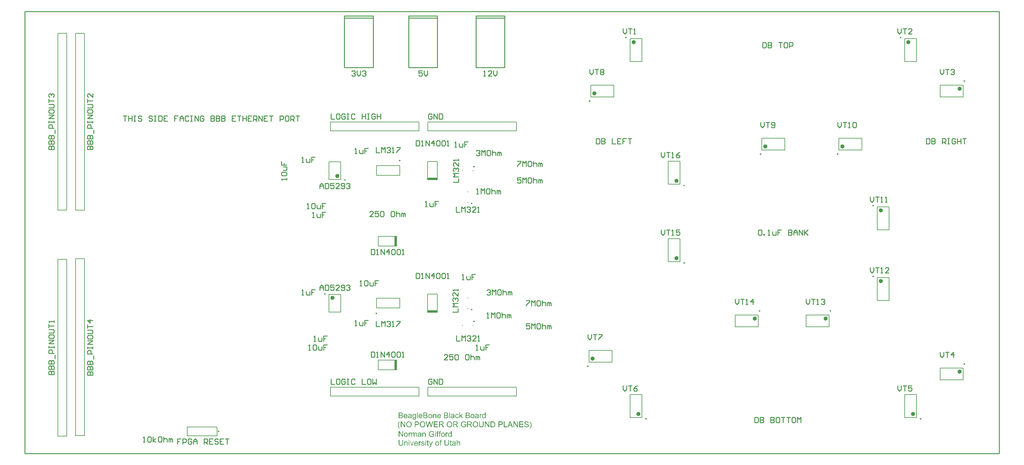
<source format=gto>
G04 Layer_Color=65535*
%FSLAX25Y25*%
%MOIN*%
G70*
G01*
G75*
%ADD22C,0.01000*%
%ADD34C,0.00984*%
%ADD35C,0.02362*%
%ADD36C,0.00787*%
%ADD37R,0.11024X0.03150*%
%ADD38R,0.03150X0.11024*%
G36*
X520234Y40000D02*
X519502D01*
Y40576D01*
X519493Y40566D01*
X519483Y40547D01*
X519454Y40517D01*
X519415Y40468D01*
X519376Y40420D01*
X519317Y40361D01*
X519249Y40303D01*
X519171Y40234D01*
X519083Y40176D01*
X518985Y40107D01*
X518878Y40049D01*
X518770Y40000D01*
X518644Y39951D01*
X518507Y39922D01*
X518361Y39902D01*
X518204Y39893D01*
X518146D01*
X518107Y39902D01*
X517999Y39912D01*
X517872Y39932D01*
X517707Y39971D01*
X517541Y40020D01*
X517355Y40098D01*
X517179Y40195D01*
X517170D01*
X517160Y40205D01*
X517101Y40254D01*
X517023Y40322D01*
X516916Y40420D01*
X516809Y40537D01*
X516682Y40683D01*
X516574Y40849D01*
X516467Y41044D01*
Y41054D01*
X516457Y41074D01*
X516447Y41103D01*
X516428Y41142D01*
X516408Y41191D01*
X516389Y41259D01*
X516340Y41415D01*
X516291Y41601D01*
X516252Y41815D01*
X516223Y42050D01*
X516213Y42313D01*
Y42323D01*
Y42342D01*
Y42381D01*
Y42430D01*
X516223Y42489D01*
Y42567D01*
X516243Y42733D01*
X516272Y42928D01*
X516311Y43133D01*
X516360Y43357D01*
X516438Y43572D01*
Y43582D01*
X516447Y43601D01*
X516467Y43631D01*
X516487Y43670D01*
X516535Y43767D01*
X516613Y43894D01*
X516711Y44041D01*
X516828Y44187D01*
X516965Y44324D01*
X517131Y44451D01*
X517140D01*
X517150Y44460D01*
X517209Y44499D01*
X517306Y44548D01*
X517433Y44607D01*
X517589Y44655D01*
X517765Y44704D01*
X517960Y44743D01*
X518165Y44753D01*
X518234D01*
X518312Y44743D01*
X518419Y44734D01*
X518526Y44704D01*
X518653Y44675D01*
X518780Y44626D01*
X518907Y44568D01*
X518927Y44558D01*
X518966Y44538D01*
X519024Y44499D01*
X519102Y44441D01*
X519180Y44382D01*
X519278Y44304D01*
X519366Y44207D01*
X519444Y44109D01*
Y46412D01*
X520234D01*
Y40000D01*
D02*
G37*
G36*
X463099Y44743D02*
X463197Y44734D01*
X463314Y44714D01*
X463451Y44685D01*
X463578Y44646D01*
X463714Y44597D01*
X463734Y44587D01*
X463773Y44568D01*
X463831Y44538D01*
X463909Y44490D01*
X463997Y44431D01*
X464085Y44363D01*
X464173Y44285D01*
X464241Y44197D01*
X464251Y44187D01*
X464271Y44158D01*
X464300Y44099D01*
X464339Y44031D01*
X464378Y43953D01*
X464417Y43855D01*
X464456Y43738D01*
X464485Y43621D01*
Y43611D01*
X464495Y43582D01*
X464505Y43523D01*
X464515Y43445D01*
Y43338D01*
X464524Y43201D01*
X464534Y43045D01*
Y42850D01*
Y40000D01*
X463743D01*
Y42821D01*
Y42830D01*
Y42840D01*
Y42899D01*
Y42987D01*
X463734Y43094D01*
X463724Y43201D01*
X463704Y43328D01*
X463675Y43435D01*
X463646Y43533D01*
Y43543D01*
X463626Y43572D01*
X463607Y43621D01*
X463578Y43670D01*
X463529Y43738D01*
X463470Y43797D01*
X463402Y43865D01*
X463324Y43924D01*
X463314Y43933D01*
X463285Y43943D01*
X463236Y43972D01*
X463168Y44002D01*
X463090Y44021D01*
X462992Y44050D01*
X462894Y44060D01*
X462777Y44070D01*
X462689D01*
X462602Y44050D01*
X462475Y44031D01*
X462338Y43992D01*
X462201Y43933D01*
X462045Y43855D01*
X461909Y43748D01*
X461889Y43728D01*
X461850Y43679D01*
X461792Y43601D01*
X461762Y43543D01*
X461733Y43475D01*
X461694Y43396D01*
X461665Y43309D01*
X461635Y43211D01*
X461606Y43104D01*
X461577Y42977D01*
X461567Y42840D01*
X461548Y42694D01*
Y42538D01*
Y40000D01*
X460757D01*
Y44646D01*
X461469D01*
Y43982D01*
X461479Y43992D01*
X461489Y44011D01*
X461518Y44050D01*
X461567Y44099D01*
X461616Y44158D01*
X461684Y44226D01*
X461753Y44294D01*
X461840Y44372D01*
X461948Y44441D01*
X462055Y44509D01*
X462172Y44577D01*
X462309Y44636D01*
X462445Y44685D01*
X462602Y44724D01*
X462768Y44743D01*
X462943Y44753D01*
X463012D01*
X463099Y44743D01*
D02*
G37*
G36*
X515374D02*
X515481Y44724D01*
X515598Y44685D01*
X515735Y44646D01*
X515881Y44577D01*
X516038Y44490D01*
X515755Y43767D01*
X515745Y43777D01*
X515706Y43797D01*
X515647Y43826D01*
X515579Y43855D01*
X515491Y43885D01*
X515393Y43914D01*
X515286Y43933D01*
X515179Y43943D01*
X515140D01*
X515091Y43933D01*
X515023Y43924D01*
X514954Y43904D01*
X514876Y43875D01*
X514798Y43836D01*
X514720Y43787D01*
X514710Y43777D01*
X514691Y43758D01*
X514652Y43719D01*
X514613Y43670D01*
X514564Y43611D01*
X514515Y43533D01*
X514476Y43445D01*
X514437Y43348D01*
X514427Y43328D01*
X514417Y43279D01*
X514398Y43191D01*
X514378Y43074D01*
X514349Y42938D01*
X514330Y42782D01*
X514320Y42616D01*
X514310Y42430D01*
Y40000D01*
X513519D01*
Y44646D01*
X514232D01*
Y43953D01*
X514242Y43963D01*
X514281Y44021D01*
X514330Y44109D01*
X514388Y44207D01*
X514466Y44314D01*
X514554Y44421D01*
X514632Y44519D01*
X514720Y44587D01*
X514730Y44597D01*
X514759Y44616D01*
X514808Y44636D01*
X514876Y44675D01*
X514945Y44704D01*
X515032Y44724D01*
X515130Y44743D01*
X515228Y44753D01*
X515296D01*
X515374Y44743D01*
D02*
G37*
G36*
X488143D02*
X488212D01*
X488280Y44734D01*
X488456Y44704D01*
X488651Y44655D01*
X488866Y44587D01*
X489071Y44490D01*
X489256Y44363D01*
X489266D01*
X489276Y44343D01*
X489334Y44294D01*
X489412Y44207D01*
X489510Y44089D01*
X489617Y43933D01*
X489715Y43748D01*
X489803Y43523D01*
X489871Y43279D01*
X489110Y43162D01*
Y43172D01*
X489100Y43182D01*
X489090Y43240D01*
X489061Y43318D01*
X489022Y43426D01*
X488963Y43543D01*
X488895Y43660D01*
X488817Y43767D01*
X488719Y43865D01*
X488710Y43875D01*
X488671Y43904D01*
X488612Y43943D01*
X488534Y43992D01*
X488436Y44031D01*
X488329Y44070D01*
X488192Y44099D01*
X488056Y44109D01*
X487997D01*
X487958Y44099D01*
X487851Y44089D01*
X487714Y44060D01*
X487558Y44002D01*
X487402Y43924D01*
X487236Y43826D01*
X487158Y43758D01*
X487089Y43679D01*
X487070Y43660D01*
X487060Y43631D01*
X487031Y43601D01*
X487002Y43553D01*
X486972Y43494D01*
X486943Y43426D01*
X486914Y43348D01*
X486875Y43260D01*
X486845Y43162D01*
X486816Y43045D01*
X486787Y42928D01*
X486758Y42791D01*
X486748Y42645D01*
X486728Y42489D01*
Y42323D01*
Y42313D01*
Y42284D01*
Y42235D01*
X486738Y42167D01*
Y42089D01*
X486748Y42001D01*
X486777Y41806D01*
X486816Y41581D01*
X486875Y41347D01*
X486963Y41142D01*
X487021Y41044D01*
X487080Y40957D01*
X487099Y40937D01*
X487148Y40888D01*
X487226Y40820D01*
X487333Y40751D01*
X487460Y40673D01*
X487626Y40605D01*
X487802Y40556D01*
X487899Y40547D01*
X488007Y40537D01*
X488085D01*
X488173Y40556D01*
X488280Y40576D01*
X488397Y40605D01*
X488534Y40654D01*
X488661Y40722D01*
X488778Y40820D01*
X488788Y40830D01*
X488827Y40878D01*
X488885Y40937D01*
X488944Y41035D01*
X489012Y41161D01*
X489080Y41308D01*
X489139Y41493D01*
X489178Y41698D01*
X489949Y41591D01*
Y41581D01*
X489939Y41552D01*
X489930Y41513D01*
X489920Y41464D01*
X489900Y41396D01*
X489881Y41318D01*
X489822Y41132D01*
X489734Y40937D01*
X489617Y40722D01*
X489471Y40527D01*
X489295Y40342D01*
X489285D01*
X489276Y40322D01*
X489246Y40303D01*
X489207Y40273D01*
X489149Y40234D01*
X489090Y40195D01*
X488944Y40117D01*
X488758Y40039D01*
X488534Y39961D01*
X488290Y39912D01*
X488153Y39902D01*
X488017Y39893D01*
X487929D01*
X487860Y39902D01*
X487782Y39912D01*
X487685Y39922D01*
X487587Y39941D01*
X487470Y39971D01*
X487226Y40039D01*
X487099Y40098D01*
X486972Y40156D01*
X486845Y40224D01*
X486728Y40303D01*
X486611Y40400D01*
X486494Y40508D01*
X486484Y40517D01*
X486465Y40537D01*
X486445Y40576D01*
X486406Y40625D01*
X486357Y40693D01*
X486309Y40771D01*
X486260Y40859D01*
X486211Y40966D01*
X486153Y41083D01*
X486104Y41220D01*
X486055Y41366D01*
X486006Y41532D01*
X485967Y41698D01*
X485948Y41893D01*
X485928Y42089D01*
X485918Y42303D01*
Y42313D01*
Y42333D01*
Y42381D01*
Y42430D01*
X485928Y42499D01*
Y42567D01*
X485948Y42752D01*
X485977Y42957D01*
X486026Y43172D01*
X486084Y43406D01*
X486162Y43621D01*
Y43631D01*
X486172Y43650D01*
X486192Y43679D01*
X486211Y43719D01*
X486270Y43816D01*
X486348Y43943D01*
X486455Y44080D01*
X486582Y44216D01*
X486738Y44353D01*
X486914Y44470D01*
X486924D01*
X486933Y44480D01*
X486963Y44499D01*
X487002Y44519D01*
X487109Y44558D01*
X487246Y44616D01*
X487402Y44665D01*
X487597Y44714D01*
X487802Y44743D01*
X488017Y44753D01*
X488095D01*
X488143Y44743D01*
D02*
G37*
G36*
X510709D02*
X510845Y44734D01*
X511001Y44714D01*
X511167Y44695D01*
X511323Y44655D01*
X511470Y44607D01*
X511489Y44597D01*
X511528Y44587D01*
X511597Y44548D01*
X511675Y44509D01*
X511763Y44460D01*
X511860Y44402D01*
X511938Y44333D01*
X512016Y44255D01*
X512026Y44246D01*
X512046Y44216D01*
X512075Y44177D01*
X512114Y44109D01*
X512153Y44031D01*
X512192Y43943D01*
X512231Y43836D01*
X512260Y43719D01*
Y43709D01*
X512270Y43679D01*
X512280Y43631D01*
X512290Y43553D01*
Y43455D01*
X512299Y43328D01*
X512309Y43182D01*
Y42996D01*
Y41942D01*
Y41932D01*
Y41893D01*
Y41835D01*
Y41767D01*
Y41679D01*
Y41581D01*
X512319Y41357D01*
Y41113D01*
X512329Y40888D01*
X512339Y40781D01*
Y40693D01*
X512348Y40615D01*
X512358Y40547D01*
Y40537D01*
X512368Y40498D01*
X512378Y40439D01*
X512397Y40371D01*
X512426Y40293D01*
X512465Y40195D01*
X512553Y40000D01*
X511733D01*
X511724Y40010D01*
X511714Y40039D01*
X511694Y40098D01*
X511665Y40166D01*
X511636Y40254D01*
X511616Y40351D01*
X511597Y40459D01*
X511577Y40586D01*
X511558Y40566D01*
X511499Y40527D01*
X511421Y40459D01*
X511304Y40381D01*
X511177Y40283D01*
X511031Y40195D01*
X510884Y40117D01*
X510728Y40049D01*
X510709Y40039D01*
X510660Y40029D01*
X510582Y40000D01*
X510474Y39971D01*
X510338Y39941D01*
X510191Y39922D01*
X510035Y39902D01*
X509860Y39893D01*
X509791D01*
X509733Y39902D01*
X509674D01*
X509596Y39912D01*
X509430Y39941D01*
X509235Y39981D01*
X509049Y40049D01*
X508854Y40137D01*
X508688Y40264D01*
X508669Y40283D01*
X508620Y40332D01*
X508561Y40410D01*
X508483Y40527D01*
X508405Y40664D01*
X508347Y40820D01*
X508298Y41015D01*
X508278Y41220D01*
Y41240D01*
Y41279D01*
X508288Y41347D01*
X508298Y41425D01*
X508317Y41523D01*
X508337Y41630D01*
X508376Y41737D01*
X508425Y41845D01*
X508435Y41854D01*
X508454Y41893D01*
X508483Y41942D01*
X508532Y42011D01*
X508591Y42079D01*
X508669Y42157D01*
X508747Y42225D01*
X508835Y42294D01*
X508845Y42303D01*
X508883Y42323D01*
X508932Y42352D01*
X509001Y42391D01*
X509089Y42440D01*
X509176Y42479D01*
X509284Y42518D01*
X509401Y42557D01*
X509411D01*
X509450Y42567D01*
X509498Y42577D01*
X509577Y42596D01*
X509674Y42616D01*
X509801Y42635D01*
X509938Y42655D01*
X510104Y42674D01*
X510113D01*
X510143Y42684D01*
X510191D01*
X510260Y42694D01*
X510338Y42704D01*
X510426Y42713D01*
X510640Y42752D01*
X510865Y42791D01*
X511099Y42830D01*
X511323Y42889D01*
X511421Y42918D01*
X511509Y42948D01*
Y42957D01*
Y42977D01*
X511519Y43035D01*
Y43104D01*
Y43133D01*
Y43152D01*
Y43162D01*
Y43172D01*
Y43231D01*
X511509Y43318D01*
X511489Y43416D01*
X511460Y43523D01*
X511421Y43641D01*
X511372Y43738D01*
X511294Y43826D01*
X511284Y43836D01*
X511236Y43865D01*
X511167Y43914D01*
X511070Y43963D01*
X510943Y44011D01*
X510787Y44060D01*
X510601Y44089D01*
X510396Y44099D01*
X510309D01*
X510211Y44089D01*
X510084Y44080D01*
X509947Y44050D01*
X509821Y44021D01*
X509684Y43972D01*
X509577Y43904D01*
X509567Y43894D01*
X509537Y43865D01*
X509489Y43816D01*
X509430Y43748D01*
X509362Y43650D01*
X509303Y43533D01*
X509235Y43387D01*
X509186Y43221D01*
X508415Y43328D01*
Y43338D01*
X508425Y43348D01*
X508435Y43406D01*
X508464Y43494D01*
X508493Y43611D01*
X508542Y43738D01*
X508601Y43865D01*
X508669Y44002D01*
X508757Y44119D01*
X508766Y44129D01*
X508805Y44168D01*
X508854Y44226D01*
X508932Y44294D01*
X509030Y44363D01*
X509157Y44441D01*
X509293Y44519D01*
X509450Y44587D01*
X509459D01*
X509469Y44597D01*
X509498Y44607D01*
X509528Y44616D01*
X509625Y44636D01*
X509752Y44675D01*
X509908Y44704D01*
X510084Y44724D01*
X510289Y44743D01*
X510504Y44753D01*
X510601D01*
X510709Y44743D01*
D02*
G37*
G36*
X500246Y46403D02*
X500314D01*
X500480Y46393D01*
X500666Y46363D01*
X500861Y46334D01*
X501056Y46285D01*
X501232Y46217D01*
X501241D01*
X501251Y46207D01*
X501310Y46178D01*
X501388Y46129D01*
X501485Y46071D01*
X501603Y45983D01*
X501720Y45875D01*
X501827Y45758D01*
X501934Y45612D01*
X501944Y45592D01*
X501973Y45544D01*
X502012Y45456D01*
X502061Y45349D01*
X502110Y45222D01*
X502149Y45085D01*
X502178Y44929D01*
X502188Y44763D01*
Y44743D01*
Y44695D01*
X502178Y44616D01*
X502159Y44509D01*
X502130Y44392D01*
X502091Y44265D01*
X502042Y44119D01*
X501964Y43982D01*
X501954Y43963D01*
X501925Y43924D01*
X501866Y43855D01*
X501798Y43777D01*
X501700Y43679D01*
X501583Y43592D01*
X501446Y43494D01*
X501280Y43406D01*
X501290D01*
X501310Y43396D01*
X501339Y43387D01*
X501378Y43377D01*
X501485Y43328D01*
X501612Y43270D01*
X501759Y43182D01*
X501905Y43084D01*
X502051Y42967D01*
X502178Y42821D01*
X502188Y42801D01*
X502227Y42752D01*
X502276Y42665D01*
X502344Y42547D01*
X502403Y42401D01*
X502452Y42245D01*
X502491Y42059D01*
X502500Y41854D01*
Y41835D01*
Y41776D01*
X502491Y41688D01*
X502481Y41581D01*
X502452Y41454D01*
X502422Y41308D01*
X502374Y41161D01*
X502305Y41015D01*
X502295Y40995D01*
X502276Y40947D01*
X502227Y40878D01*
X502178Y40791D01*
X502110Y40693D01*
X502032Y40595D01*
X501934Y40498D01*
X501837Y40410D01*
X501827Y40400D01*
X501788Y40381D01*
X501729Y40342D01*
X501642Y40293D01*
X501544Y40244D01*
X501417Y40195D01*
X501280Y40146D01*
X501134Y40098D01*
X501115D01*
X501056Y40078D01*
X500968Y40068D01*
X500851Y40049D01*
X500695Y40029D01*
X500519Y40020D01*
X500324Y40000D01*
X497659D01*
Y46412D01*
X500178D01*
X500246Y46403D01*
D02*
G37*
G36*
X491413Y42762D02*
X493277Y44646D01*
X494302D01*
X492526Y42918D01*
X494478Y40000D01*
X493502D01*
X491960Y42372D01*
X491413Y41845D01*
Y40000D01*
X490623D01*
Y46412D01*
X491413D01*
Y42762D01*
D02*
G37*
G36*
X483332Y44743D02*
X483468Y44734D01*
X483625Y44714D01*
X483791Y44695D01*
X483947Y44655D01*
X484093Y44607D01*
X484113Y44597D01*
X484152Y44587D01*
X484220Y44548D01*
X484298Y44509D01*
X484386Y44460D01*
X484483Y44402D01*
X484562Y44333D01*
X484640Y44255D01*
X484649Y44246D01*
X484669Y44216D01*
X484698Y44177D01*
X484737Y44109D01*
X484776Y44031D01*
X484815Y43943D01*
X484854Y43836D01*
X484884Y43719D01*
Y43709D01*
X484893Y43679D01*
X484903Y43631D01*
X484913Y43553D01*
Y43455D01*
X484923Y43328D01*
X484933Y43182D01*
Y42996D01*
Y41942D01*
Y41932D01*
Y41893D01*
Y41835D01*
Y41767D01*
Y41679D01*
Y41581D01*
X484942Y41357D01*
Y41113D01*
X484952Y40888D01*
X484962Y40781D01*
Y40693D01*
X484972Y40615D01*
X484981Y40547D01*
Y40537D01*
X484991Y40498D01*
X485001Y40439D01*
X485020Y40371D01*
X485050Y40293D01*
X485089Y40195D01*
X485177Y40000D01*
X484357D01*
X484347Y40010D01*
X484337Y40039D01*
X484318Y40098D01*
X484288Y40166D01*
X484259Y40254D01*
X484239Y40351D01*
X484220Y40459D01*
X484200Y40586D01*
X484181Y40566D01*
X484122Y40527D01*
X484044Y40459D01*
X483927Y40381D01*
X483800Y40283D01*
X483654Y40195D01*
X483507Y40117D01*
X483351Y40049D01*
X483332Y40039D01*
X483283Y40029D01*
X483205Y40000D01*
X483098Y39971D01*
X482961Y39941D01*
X482815Y39922D01*
X482658Y39902D01*
X482483Y39893D01*
X482414D01*
X482356Y39902D01*
X482297D01*
X482219Y39912D01*
X482053Y39941D01*
X481858Y39981D01*
X481673Y40049D01*
X481477Y40137D01*
X481312Y40264D01*
X481292Y40283D01*
X481243Y40332D01*
X481185Y40410D01*
X481107Y40527D01*
X481029Y40664D01*
X480970Y40820D01*
X480921Y41015D01*
X480902Y41220D01*
Y41240D01*
Y41279D01*
X480911Y41347D01*
X480921Y41425D01*
X480941Y41523D01*
X480960Y41630D01*
X480999Y41737D01*
X481048Y41845D01*
X481058Y41854D01*
X481077Y41893D01*
X481107Y41942D01*
X481155Y42011D01*
X481214Y42079D01*
X481292Y42157D01*
X481370Y42225D01*
X481458Y42294D01*
X481468Y42303D01*
X481507Y42323D01*
X481556Y42352D01*
X481624Y42391D01*
X481712Y42440D01*
X481800Y42479D01*
X481907Y42518D01*
X482024Y42557D01*
X482034D01*
X482073Y42567D01*
X482122Y42577D01*
X482200Y42596D01*
X482297Y42616D01*
X482424Y42635D01*
X482561Y42655D01*
X482727Y42674D01*
X482736D01*
X482766Y42684D01*
X482815D01*
X482883Y42694D01*
X482961Y42704D01*
X483049Y42713D01*
X483263Y42752D01*
X483488Y42791D01*
X483722Y42830D01*
X483947Y42889D01*
X484044Y42918D01*
X484132Y42948D01*
Y42957D01*
Y42977D01*
X484142Y43035D01*
Y43104D01*
Y43133D01*
Y43152D01*
Y43162D01*
Y43172D01*
Y43231D01*
X484132Y43318D01*
X484113Y43416D01*
X484083Y43523D01*
X484044Y43641D01*
X483995Y43738D01*
X483917Y43826D01*
X483908Y43836D01*
X483859Y43865D01*
X483791Y43914D01*
X483693Y43963D01*
X483566Y44011D01*
X483410Y44060D01*
X483224Y44089D01*
X483019Y44099D01*
X482932D01*
X482834Y44089D01*
X482707Y44080D01*
X482571Y44050D01*
X482444Y44021D01*
X482307Y43972D01*
X482200Y43904D01*
X482190Y43894D01*
X482161Y43865D01*
X482112Y43816D01*
X482053Y43748D01*
X481985Y43650D01*
X481926Y43533D01*
X481858Y43387D01*
X481809Y43221D01*
X481038Y43328D01*
Y43338D01*
X481048Y43348D01*
X481058Y43406D01*
X481087Y43494D01*
X481116Y43611D01*
X481165Y43738D01*
X481224Y43865D01*
X481292Y44002D01*
X481380Y44119D01*
X481390Y44129D01*
X481429Y44168D01*
X481477Y44226D01*
X481556Y44294D01*
X481653Y44363D01*
X481780Y44441D01*
X481917Y44519D01*
X482073Y44587D01*
X482083D01*
X482092Y44597D01*
X482122Y44607D01*
X482151Y44616D01*
X482248Y44636D01*
X482375Y44675D01*
X482531Y44704D01*
X482707Y44724D01*
X482912Y44743D01*
X483127Y44753D01*
X483224D01*
X483332Y44743D01*
D02*
G37*
G36*
X479955Y40000D02*
X479164D01*
Y46412D01*
X479955D01*
Y40000D01*
D02*
G37*
G36*
X475856Y46403D02*
X475924D01*
X476090Y46393D01*
X476275Y46363D01*
X476471Y46334D01*
X476666Y46285D01*
X476841Y46217D01*
X476851D01*
X476861Y46207D01*
X476920Y46178D01*
X476998Y46129D01*
X477095Y46071D01*
X477212Y45983D01*
X477329Y45875D01*
X477437Y45758D01*
X477544Y45612D01*
X477554Y45592D01*
X477583Y45544D01*
X477622Y45456D01*
X477671Y45349D01*
X477720Y45222D01*
X477759Y45085D01*
X477788Y44929D01*
X477798Y44763D01*
Y44743D01*
Y44695D01*
X477788Y44616D01*
X477769Y44509D01*
X477739Y44392D01*
X477700Y44265D01*
X477652Y44119D01*
X477573Y43982D01*
X477564Y43963D01*
X477534Y43924D01*
X477476Y43855D01*
X477408Y43777D01*
X477310Y43679D01*
X477193Y43592D01*
X477056Y43494D01*
X476890Y43406D01*
X476900D01*
X476920Y43396D01*
X476949Y43387D01*
X476988Y43377D01*
X477095Y43328D01*
X477222Y43270D01*
X477368Y43182D01*
X477515Y43084D01*
X477661Y42967D01*
X477788Y42821D01*
X477798Y42801D01*
X477837Y42752D01*
X477886Y42665D01*
X477954Y42547D01*
X478013Y42401D01*
X478061Y42245D01*
X478100Y42059D01*
X478110Y41854D01*
Y41835D01*
Y41776D01*
X478100Y41688D01*
X478091Y41581D01*
X478061Y41454D01*
X478032Y41308D01*
X477983Y41161D01*
X477915Y41015D01*
X477905Y40995D01*
X477886Y40947D01*
X477837Y40878D01*
X477788Y40791D01*
X477720Y40693D01*
X477642Y40595D01*
X477544Y40498D01*
X477447Y40410D01*
X477437Y40400D01*
X477398Y40381D01*
X477339Y40342D01*
X477251Y40293D01*
X477154Y40244D01*
X477027Y40195D01*
X476890Y40146D01*
X476744Y40098D01*
X476724D01*
X476666Y40078D01*
X476578Y40068D01*
X476461Y40049D01*
X476305Y40029D01*
X476129Y40020D01*
X475934Y40000D01*
X473269D01*
Y46412D01*
X475787D01*
X475856Y46403D01*
D02*
G37*
G36*
X452461D02*
X452529D01*
X452695Y46393D01*
X452881Y46363D01*
X453076Y46334D01*
X453271Y46285D01*
X453447Y46217D01*
X453456D01*
X453466Y46207D01*
X453525Y46178D01*
X453603Y46129D01*
X453700Y46071D01*
X453818Y45983D01*
X453935Y45875D01*
X454042Y45758D01*
X454149Y45612D01*
X454159Y45592D01*
X454188Y45544D01*
X454227Y45456D01*
X454276Y45349D01*
X454325Y45222D01*
X454364Y45085D01*
X454393Y44929D01*
X454403Y44763D01*
Y44743D01*
Y44695D01*
X454393Y44616D01*
X454374Y44509D01*
X454345Y44392D01*
X454306Y44265D01*
X454257Y44119D01*
X454179Y43982D01*
X454169Y43963D01*
X454140Y43924D01*
X454081Y43855D01*
X454013Y43777D01*
X453915Y43679D01*
X453798Y43592D01*
X453661Y43494D01*
X453496Y43406D01*
X453505D01*
X453525Y43396D01*
X453554Y43387D01*
X453593Y43377D01*
X453700Y43328D01*
X453827Y43270D01*
X453974Y43182D01*
X454120Y43084D01*
X454267Y42967D01*
X454393Y42821D01*
X454403Y42801D01*
X454442Y42752D01*
X454491Y42665D01*
X454559Y42547D01*
X454618Y42401D01*
X454667Y42245D01*
X454706Y42059D01*
X454715Y41854D01*
Y41835D01*
Y41776D01*
X454706Y41688D01*
X454696Y41581D01*
X454667Y41454D01*
X454637Y41308D01*
X454589Y41161D01*
X454520Y41015D01*
X454511Y40995D01*
X454491Y40947D01*
X454442Y40878D01*
X454393Y40791D01*
X454325Y40693D01*
X454247Y40595D01*
X454149Y40498D01*
X454052Y40410D01*
X454042Y40400D01*
X454003Y40381D01*
X453944Y40342D01*
X453857Y40293D01*
X453759Y40244D01*
X453632Y40195D01*
X453496Y40146D01*
X453349Y40098D01*
X453330D01*
X453271Y40078D01*
X453183Y40068D01*
X453066Y40049D01*
X452910Y40029D01*
X452734Y40020D01*
X452539Y40000D01*
X449875D01*
Y46412D01*
X452393D01*
X452461Y46403D01*
D02*
G37*
G36*
X443618Y40000D02*
X442828D01*
Y46412D01*
X443618D01*
Y40000D01*
D02*
G37*
G36*
X435049Y44743D02*
X435186Y44734D01*
X435342Y44714D01*
X435508Y44695D01*
X435664Y44655D01*
X435810Y44607D01*
X435830Y44597D01*
X435869Y44587D01*
X435937Y44548D01*
X436015Y44509D01*
X436103Y44460D01*
X436201Y44402D01*
X436279Y44333D01*
X436357Y44255D01*
X436367Y44246D01*
X436386Y44216D01*
X436415Y44177D01*
X436455Y44109D01*
X436494Y44031D01*
X436533Y43943D01*
X436572Y43836D01*
X436601Y43719D01*
Y43709D01*
X436611Y43679D01*
X436621Y43631D01*
X436630Y43553D01*
Y43455D01*
X436640Y43328D01*
X436650Y43182D01*
Y42996D01*
Y41942D01*
Y41932D01*
Y41893D01*
Y41835D01*
Y41767D01*
Y41679D01*
Y41581D01*
X436659Y41357D01*
Y41113D01*
X436669Y40888D01*
X436679Y40781D01*
Y40693D01*
X436689Y40615D01*
X436699Y40547D01*
Y40537D01*
X436708Y40498D01*
X436718Y40439D01*
X436738Y40371D01*
X436767Y40293D01*
X436806Y40195D01*
X436894Y40000D01*
X436074D01*
X436064Y40010D01*
X436054Y40039D01*
X436035Y40098D01*
X436006Y40166D01*
X435976Y40254D01*
X435957Y40351D01*
X435937Y40459D01*
X435918Y40586D01*
X435898Y40566D01*
X435840Y40527D01*
X435762Y40459D01*
X435644Y40381D01*
X435518Y40283D01*
X435371Y40195D01*
X435225Y40117D01*
X435069Y40049D01*
X435049Y40039D01*
X435000Y40029D01*
X434922Y40000D01*
X434815Y39971D01*
X434678Y39941D01*
X434532Y39922D01*
X434376Y39902D01*
X434200Y39893D01*
X434132D01*
X434073Y39902D01*
X434015D01*
X433937Y39912D01*
X433771Y39941D01*
X433575Y39981D01*
X433390Y40049D01*
X433195Y40137D01*
X433029Y40264D01*
X433009Y40283D01*
X432961Y40332D01*
X432902Y40410D01*
X432824Y40527D01*
X432746Y40664D01*
X432687Y40820D01*
X432638Y41015D01*
X432619Y41220D01*
Y41240D01*
Y41279D01*
X432629Y41347D01*
X432638Y41425D01*
X432658Y41523D01*
X432677Y41630D01*
X432717Y41737D01*
X432765Y41845D01*
X432775Y41854D01*
X432795Y41893D01*
X432824Y41942D01*
X432873Y42011D01*
X432931Y42079D01*
X433009Y42157D01*
X433087Y42225D01*
X433175Y42294D01*
X433185Y42303D01*
X433224Y42323D01*
X433273Y42352D01*
X433341Y42391D01*
X433429Y42440D01*
X433517Y42479D01*
X433624Y42518D01*
X433741Y42557D01*
X433751D01*
X433790Y42567D01*
X433839Y42577D01*
X433917Y42596D01*
X434015Y42616D01*
X434141Y42635D01*
X434278Y42655D01*
X434444Y42674D01*
X434454D01*
X434483Y42684D01*
X434532D01*
X434600Y42694D01*
X434678Y42704D01*
X434766Y42713D01*
X434981Y42752D01*
X435205Y42791D01*
X435439Y42830D01*
X435664Y42889D01*
X435762Y42918D01*
X435849Y42948D01*
Y42957D01*
Y42977D01*
X435859Y43035D01*
Y43104D01*
Y43133D01*
Y43152D01*
Y43162D01*
Y43172D01*
Y43231D01*
X435849Y43318D01*
X435830Y43416D01*
X435801Y43523D01*
X435762Y43641D01*
X435713Y43738D01*
X435635Y43826D01*
X435625Y43836D01*
X435576Y43865D01*
X435508Y43914D01*
X435410Y43963D01*
X435283Y44011D01*
X435127Y44060D01*
X434942Y44089D01*
X434737Y44099D01*
X434649D01*
X434551Y44089D01*
X434424Y44080D01*
X434288Y44050D01*
X434161Y44021D01*
X434024Y43972D01*
X433917Y43904D01*
X433907Y43894D01*
X433878Y43865D01*
X433829Y43816D01*
X433771Y43748D01*
X433702Y43650D01*
X433644Y43533D01*
X433575Y43387D01*
X433527Y43221D01*
X432756Y43328D01*
Y43338D01*
X432765Y43348D01*
X432775Y43406D01*
X432804Y43494D01*
X432834Y43611D01*
X432882Y43738D01*
X432941Y43865D01*
X433009Y44002D01*
X433097Y44119D01*
X433107Y44129D01*
X433146Y44168D01*
X433195Y44226D01*
X433273Y44294D01*
X433370Y44363D01*
X433497Y44441D01*
X433634Y44519D01*
X433790Y44587D01*
X433800D01*
X433810Y44597D01*
X433839Y44607D01*
X433868Y44616D01*
X433966Y44636D01*
X434093Y44675D01*
X434249Y44704D01*
X434424Y44724D01*
X434629Y44743D01*
X434844Y44753D01*
X434942D01*
X435049Y44743D01*
D02*
G37*
G36*
X424586Y46403D02*
X424655D01*
X424821Y46393D01*
X425006Y46363D01*
X425201Y46334D01*
X425396Y46285D01*
X425572Y46217D01*
X425582D01*
X425592Y46207D01*
X425650Y46178D01*
X425728Y46129D01*
X425826Y46071D01*
X425943Y45983D01*
X426060Y45875D01*
X426167Y45758D01*
X426275Y45612D01*
X426285Y45592D01*
X426314Y45544D01*
X426353Y45456D01*
X426402Y45349D01*
X426451Y45222D01*
X426490Y45085D01*
X426519Y44929D01*
X426529Y44763D01*
Y44743D01*
Y44695D01*
X426519Y44616D01*
X426499Y44509D01*
X426470Y44392D01*
X426431Y44265D01*
X426382Y44119D01*
X426304Y43982D01*
X426294Y43963D01*
X426265Y43924D01*
X426207Y43855D01*
X426138Y43777D01*
X426041Y43679D01*
X425923Y43592D01*
X425787Y43494D01*
X425621Y43406D01*
X425631D01*
X425650Y43396D01*
X425679Y43387D01*
X425719Y43377D01*
X425826Y43328D01*
X425953Y43270D01*
X426099Y43182D01*
X426246Y43084D01*
X426392Y42967D01*
X426519Y42821D01*
X426529Y42801D01*
X426568Y42752D01*
X426616Y42665D01*
X426685Y42547D01*
X426743Y42401D01*
X426792Y42245D01*
X426831Y42059D01*
X426841Y41854D01*
Y41835D01*
Y41776D01*
X426831Y41688D01*
X426821Y41581D01*
X426792Y41454D01*
X426763Y41308D01*
X426714Y41161D01*
X426646Y41015D01*
X426636Y40995D01*
X426616Y40947D01*
X426568Y40878D01*
X426519Y40791D01*
X426451Y40693D01*
X426372Y40595D01*
X426275Y40498D01*
X426177Y40410D01*
X426167Y40400D01*
X426128Y40381D01*
X426070Y40342D01*
X425982Y40293D01*
X425884Y40244D01*
X425758Y40195D01*
X425621Y40146D01*
X425475Y40098D01*
X425455D01*
X425396Y40078D01*
X425309Y40068D01*
X425191Y40049D01*
X425035Y40029D01*
X424860Y40020D01*
X424664Y40000D01*
X422000D01*
Y46412D01*
X424518D01*
X424586Y46403D01*
D02*
G37*
G36*
X505604Y44743D02*
X505692Y44734D01*
X505780Y44724D01*
X505887Y44704D01*
X506004Y44675D01*
X506248Y44597D01*
X506375Y44548D01*
X506512Y44490D01*
X506639Y44412D01*
X506766Y44324D01*
X506892Y44226D01*
X507010Y44119D01*
X507019Y44109D01*
X507039Y44089D01*
X507068Y44050D01*
X507107Y44002D01*
X507156Y43943D01*
X507205Y43865D01*
X507263Y43767D01*
X507322Y43670D01*
X507371Y43553D01*
X507429Y43416D01*
X507478Y43279D01*
X507527Y43123D01*
X507566Y42957D01*
X507595Y42772D01*
X507615Y42586D01*
X507624Y42381D01*
Y42372D01*
Y42342D01*
Y42294D01*
Y42235D01*
X507615Y42157D01*
Y42069D01*
X507605Y41971D01*
X507595Y41864D01*
X507556Y41640D01*
X507507Y41405D01*
X507439Y41171D01*
X507351Y40966D01*
Y40957D01*
X507341Y40947D01*
X507302Y40878D01*
X507234Y40791D01*
X507146Y40673D01*
X507039Y40547D01*
X506902Y40420D01*
X506746Y40293D01*
X506561Y40176D01*
X506551D01*
X506541Y40166D01*
X506512Y40146D01*
X506473Y40137D01*
X506365Y40088D01*
X506229Y40039D01*
X506063Y39981D01*
X505877Y39941D01*
X505673Y39902D01*
X505448Y39893D01*
X505350D01*
X505282Y39902D01*
X505204Y39912D01*
X505106Y39922D01*
X504999Y39941D01*
X504882Y39971D01*
X504638Y40049D01*
X504501Y40098D01*
X504374Y40156D01*
X504238Y40224D01*
X504111Y40312D01*
X503984Y40410D01*
X503867Y40517D01*
X503857Y40527D01*
X503838Y40547D01*
X503808Y40586D01*
X503779Y40634D01*
X503730Y40703D01*
X503681Y40781D01*
X503623Y40869D01*
X503574Y40976D01*
X503515Y41103D01*
X503457Y41230D01*
X503408Y41386D01*
X503369Y41542D01*
X503330Y41718D01*
X503301Y41903D01*
X503281Y42108D01*
X503271Y42323D01*
Y42342D01*
Y42381D01*
X503281Y42450D01*
Y42538D01*
X503291Y42645D01*
X503311Y42762D01*
X503330Y42899D01*
X503359Y43045D01*
X503398Y43201D01*
X503447Y43357D01*
X503506Y43514D01*
X503574Y43670D01*
X503652Y43826D01*
X503750Y43972D01*
X503857Y44109D01*
X503984Y44236D01*
X503994Y44246D01*
X504013Y44255D01*
X504043Y44285D01*
X504091Y44314D01*
X504150Y44353D01*
X504218Y44402D01*
X504296Y44451D01*
X504394Y44499D01*
X504492Y44538D01*
X504599Y44587D01*
X504853Y44675D01*
X505136Y44734D01*
X505292Y44743D01*
X505448Y44753D01*
X505536D01*
X505604Y44743D01*
D02*
G37*
G36*
X467794D02*
X467872Y44734D01*
X467970Y44724D01*
X468067Y44704D01*
X468184Y44675D01*
X468419Y44597D01*
X468545Y44548D01*
X468672Y44480D01*
X468799Y44412D01*
X468926Y44324D01*
X469043Y44226D01*
X469160Y44109D01*
X469170Y44099D01*
X469190Y44080D01*
X469219Y44041D01*
X469258Y43992D01*
X469297Y43924D01*
X469346Y43845D01*
X469404Y43758D01*
X469463Y43650D01*
X469512Y43523D01*
X469570Y43396D01*
X469619Y43250D01*
X469668Y43084D01*
X469697Y42918D01*
X469726Y42733D01*
X469746Y42538D01*
X469756Y42323D01*
Y42313D01*
Y42274D01*
Y42206D01*
X469746Y42118D01*
X466291D01*
Y42108D01*
Y42089D01*
X466301Y42040D01*
Y41991D01*
X466310Y41923D01*
X466320Y41854D01*
X466359Y41679D01*
X466418Y41493D01*
X466486Y41298D01*
X466593Y41103D01*
X466720Y40937D01*
X466740Y40917D01*
X466789Y40878D01*
X466877Y40810D01*
X466984Y40742D01*
X467130Y40664D01*
X467296Y40595D01*
X467482Y40556D01*
X467687Y40537D01*
X467765D01*
X467843Y40547D01*
X467940Y40566D01*
X468057Y40595D01*
X468184Y40634D01*
X468311Y40683D01*
X468428Y40761D01*
X468438Y40771D01*
X468477Y40810D01*
X468536Y40859D01*
X468604Y40947D01*
X468682Y41044D01*
X468760Y41171D01*
X468838Y41327D01*
X468916Y41503D01*
X469726Y41396D01*
Y41386D01*
X469717Y41366D01*
X469707Y41327D01*
X469687Y41279D01*
X469668Y41220D01*
X469639Y41152D01*
X469560Y40986D01*
X469463Y40810D01*
X469346Y40625D01*
X469190Y40439D01*
X469014Y40283D01*
X469004D01*
X468994Y40264D01*
X468965Y40244D01*
X468916Y40224D01*
X468867Y40195D01*
X468809Y40156D01*
X468741Y40127D01*
X468653Y40088D01*
X468467Y40020D01*
X468233Y39951D01*
X467979Y39912D01*
X467687Y39893D01*
X467589D01*
X467521Y39902D01*
X467433Y39912D01*
X467335Y39922D01*
X467228Y39941D01*
X467101Y39971D01*
X466847Y40049D01*
X466711Y40098D01*
X466584Y40156D01*
X466447Y40224D01*
X466320Y40312D01*
X466193Y40410D01*
X466076Y40517D01*
X466066Y40527D01*
X466047Y40547D01*
X466018Y40586D01*
X465988Y40634D01*
X465940Y40693D01*
X465891Y40771D01*
X465832Y40869D01*
X465783Y40976D01*
X465725Y41093D01*
X465666Y41220D01*
X465617Y41366D01*
X465578Y41523D01*
X465539Y41688D01*
X465510Y41874D01*
X465491Y42069D01*
X465481Y42274D01*
Y42284D01*
Y42323D01*
Y42391D01*
X465491Y42469D01*
X465500Y42567D01*
X465510Y42684D01*
X465530Y42811D01*
X465559Y42948D01*
X465627Y43240D01*
X465676Y43387D01*
X465735Y43543D01*
X465803Y43689D01*
X465881Y43836D01*
X465969Y43972D01*
X466076Y44099D01*
X466086Y44109D01*
X466105Y44129D01*
X466135Y44158D01*
X466184Y44207D01*
X466242Y44255D01*
X466320Y44304D01*
X466398Y44363D01*
X466496Y44431D01*
X466603Y44490D01*
X466720Y44548D01*
X466847Y44597D01*
X466994Y44655D01*
X467140Y44695D01*
X467296Y44724D01*
X467462Y44743D01*
X467638Y44753D01*
X467726D01*
X467794Y44743D01*
D02*
G37*
G36*
X457819D02*
X457907Y44734D01*
X457995Y44724D01*
X458102Y44704D01*
X458219Y44675D01*
X458463Y44597D01*
X458590Y44548D01*
X458727Y44490D01*
X458854Y44412D01*
X458981Y44324D01*
X459107Y44226D01*
X459225Y44119D01*
X459234Y44109D01*
X459254Y44089D01*
X459283Y44050D01*
X459322Y44002D01*
X459371Y43943D01*
X459420Y43865D01*
X459478Y43767D01*
X459537Y43670D01*
X459586Y43553D01*
X459644Y43416D01*
X459693Y43279D01*
X459742Y43123D01*
X459781Y42957D01*
X459810Y42772D01*
X459830Y42586D01*
X459839Y42381D01*
Y42372D01*
Y42342D01*
Y42294D01*
Y42235D01*
X459830Y42157D01*
Y42069D01*
X459820Y41971D01*
X459810Y41864D01*
X459771Y41640D01*
X459722Y41405D01*
X459654Y41171D01*
X459566Y40966D01*
Y40957D01*
X459556Y40947D01*
X459517Y40878D01*
X459449Y40791D01*
X459361Y40673D01*
X459254Y40547D01*
X459117Y40420D01*
X458961Y40293D01*
X458776Y40176D01*
X458766D01*
X458756Y40166D01*
X458727Y40146D01*
X458688Y40137D01*
X458580Y40088D01*
X458444Y40039D01*
X458278Y39981D01*
X458092Y39941D01*
X457888Y39902D01*
X457663Y39893D01*
X457565D01*
X457497Y39902D01*
X457419Y39912D01*
X457321Y39922D01*
X457214Y39941D01*
X457097Y39971D01*
X456853Y40049D01*
X456716Y40098D01*
X456589Y40156D01*
X456453Y40224D01*
X456326Y40312D01*
X456199Y40410D01*
X456082Y40517D01*
X456072Y40527D01*
X456053Y40547D01*
X456023Y40586D01*
X455994Y40634D01*
X455945Y40703D01*
X455897Y40781D01*
X455838Y40869D01*
X455789Y40976D01*
X455731Y41103D01*
X455672Y41230D01*
X455623Y41386D01*
X455584Y41542D01*
X455545Y41718D01*
X455516Y41903D01*
X455496Y42108D01*
X455487Y42323D01*
Y42342D01*
Y42381D01*
X455496Y42450D01*
Y42538D01*
X455506Y42645D01*
X455526Y42762D01*
X455545Y42899D01*
X455574Y43045D01*
X455613Y43201D01*
X455662Y43357D01*
X455721Y43514D01*
X455789Y43670D01*
X455867Y43826D01*
X455965Y43972D01*
X456072Y44109D01*
X456199Y44236D01*
X456209Y44246D01*
X456228Y44255D01*
X456258Y44285D01*
X456306Y44314D01*
X456365Y44353D01*
X456433Y44402D01*
X456511Y44451D01*
X456609Y44499D01*
X456707Y44538D01*
X456814Y44587D01*
X457068Y44675D01*
X457351Y44734D01*
X457507Y44743D01*
X457663Y44753D01*
X457751D01*
X457819Y44743D01*
D02*
G37*
G36*
X446888D02*
X446966Y44734D01*
X447064Y44724D01*
X447161Y44704D01*
X447278Y44675D01*
X447513Y44597D01*
X447640Y44548D01*
X447766Y44480D01*
X447893Y44412D01*
X448020Y44324D01*
X448137Y44226D01*
X448254Y44109D01*
X448264Y44099D01*
X448284Y44080D01*
X448313Y44041D01*
X448352Y43992D01*
X448391Y43924D01*
X448440Y43845D01*
X448498Y43758D01*
X448557Y43650D01*
X448606Y43523D01*
X448664Y43396D01*
X448713Y43250D01*
X448762Y43084D01*
X448791Y42918D01*
X448820Y42733D01*
X448840Y42538D01*
X448850Y42323D01*
Y42313D01*
Y42274D01*
Y42206D01*
X448840Y42118D01*
X445385D01*
Y42108D01*
Y42089D01*
X445395Y42040D01*
Y41991D01*
X445404Y41923D01*
X445414Y41854D01*
X445453Y41679D01*
X445512Y41493D01*
X445580Y41298D01*
X445687Y41103D01*
X445814Y40937D01*
X445834Y40917D01*
X445883Y40878D01*
X445971Y40810D01*
X446078Y40742D01*
X446224Y40664D01*
X446390Y40595D01*
X446576Y40556D01*
X446781Y40537D01*
X446859D01*
X446937Y40547D01*
X447034Y40566D01*
X447152Y40595D01*
X447278Y40634D01*
X447405Y40683D01*
X447522Y40761D01*
X447532Y40771D01*
X447571Y40810D01*
X447630Y40859D01*
X447698Y40947D01*
X447776Y41044D01*
X447854Y41171D01*
X447932Y41327D01*
X448010Y41503D01*
X448820Y41396D01*
Y41386D01*
X448811Y41366D01*
X448801Y41327D01*
X448781Y41279D01*
X448762Y41220D01*
X448733Y41152D01*
X448655Y40986D01*
X448557Y40810D01*
X448440Y40625D01*
X448284Y40439D01*
X448108Y40283D01*
X448098D01*
X448089Y40264D01*
X448059Y40244D01*
X448010Y40224D01*
X447962Y40195D01*
X447903Y40156D01*
X447835Y40127D01*
X447747Y40088D01*
X447561Y40020D01*
X447327Y39951D01*
X447073Y39912D01*
X446781Y39893D01*
X446683D01*
X446615Y39902D01*
X446527Y39912D01*
X446429Y39922D01*
X446322Y39941D01*
X446195Y39971D01*
X445941Y40049D01*
X445805Y40098D01*
X445678Y40156D01*
X445541Y40224D01*
X445414Y40312D01*
X445287Y40410D01*
X445170Y40517D01*
X445160Y40527D01*
X445141Y40547D01*
X445112Y40586D01*
X445082Y40634D01*
X445034Y40693D01*
X444985Y40771D01*
X444926Y40869D01*
X444877Y40976D01*
X444819Y41093D01*
X444760Y41220D01*
X444711Y41366D01*
X444672Y41523D01*
X444633Y41688D01*
X444604Y41874D01*
X444585Y42069D01*
X444575Y42274D01*
Y42284D01*
Y42323D01*
Y42391D01*
X444585Y42469D01*
X444594Y42567D01*
X444604Y42684D01*
X444624Y42811D01*
X444653Y42948D01*
X444721Y43240D01*
X444770Y43387D01*
X444829Y43543D01*
X444897Y43689D01*
X444975Y43836D01*
X445063Y43972D01*
X445170Y44099D01*
X445180Y44109D01*
X445199Y44129D01*
X445229Y44158D01*
X445278Y44207D01*
X445336Y44255D01*
X445414Y44304D01*
X445492Y44363D01*
X445590Y44431D01*
X445697Y44490D01*
X445814Y44548D01*
X445941Y44597D01*
X446088Y44655D01*
X446234Y44695D01*
X446390Y44724D01*
X446556Y44743D01*
X446732Y44753D01*
X446820D01*
X446888Y44743D01*
D02*
G37*
G36*
X429964D02*
X430042Y44734D01*
X430140Y44724D01*
X430237Y44704D01*
X430355Y44675D01*
X430589Y44597D01*
X430716Y44548D01*
X430843Y44480D01*
X430969Y44412D01*
X431096Y44324D01*
X431213Y44226D01*
X431331Y44109D01*
X431340Y44099D01*
X431360Y44080D01*
X431389Y44041D01*
X431428Y43992D01*
X431467Y43924D01*
X431516Y43845D01*
X431575Y43758D01*
X431633Y43650D01*
X431682Y43523D01*
X431741Y43396D01*
X431789Y43250D01*
X431838Y43084D01*
X431867Y42918D01*
X431897Y42733D01*
X431916Y42538D01*
X431926Y42323D01*
Y42313D01*
Y42274D01*
Y42206D01*
X431916Y42118D01*
X428461D01*
Y42108D01*
Y42089D01*
X428471Y42040D01*
Y41991D01*
X428481Y41923D01*
X428490Y41854D01*
X428529Y41679D01*
X428588Y41493D01*
X428656Y41298D01*
X428764Y41103D01*
X428891Y40937D01*
X428910Y40917D01*
X428959Y40878D01*
X429047Y40810D01*
X429154Y40742D01*
X429300Y40664D01*
X429466Y40595D01*
X429652Y40556D01*
X429857Y40537D01*
X429935D01*
X430013Y40547D01*
X430111Y40566D01*
X430228Y40595D01*
X430355Y40634D01*
X430481Y40683D01*
X430599Y40761D01*
X430608Y40771D01*
X430647Y40810D01*
X430706Y40859D01*
X430774Y40947D01*
X430852Y41044D01*
X430930Y41171D01*
X431008Y41327D01*
X431087Y41503D01*
X431897Y41396D01*
Y41386D01*
X431887Y41366D01*
X431877Y41327D01*
X431858Y41279D01*
X431838Y41220D01*
X431809Y41152D01*
X431731Y40986D01*
X431633Y40810D01*
X431516Y40625D01*
X431360Y40439D01*
X431184Y40283D01*
X431174D01*
X431165Y40264D01*
X431135Y40244D01*
X431087Y40224D01*
X431038Y40195D01*
X430979Y40156D01*
X430911Y40127D01*
X430823Y40088D01*
X430638Y40020D01*
X430403Y39951D01*
X430150Y39912D01*
X429857Y39893D01*
X429759D01*
X429691Y39902D01*
X429603Y39912D01*
X429505Y39922D01*
X429398Y39941D01*
X429271Y39971D01*
X429017Y40049D01*
X428881Y40098D01*
X428754Y40156D01*
X428617Y40224D01*
X428490Y40312D01*
X428364Y40410D01*
X428246Y40517D01*
X428237Y40527D01*
X428217Y40547D01*
X428188Y40586D01*
X428159Y40634D01*
X428110Y40693D01*
X428061Y40771D01*
X428002Y40869D01*
X427954Y40976D01*
X427895Y41093D01*
X427837Y41220D01*
X427788Y41366D01*
X427749Y41523D01*
X427710Y41688D01*
X427680Y41874D01*
X427661Y42069D01*
X427651Y42274D01*
Y42284D01*
Y42323D01*
Y42391D01*
X427661Y42469D01*
X427671Y42567D01*
X427680Y42684D01*
X427700Y42811D01*
X427729Y42948D01*
X427797Y43240D01*
X427846Y43387D01*
X427905Y43543D01*
X427973Y43689D01*
X428051Y43836D01*
X428139Y43972D01*
X428246Y44099D01*
X428256Y44109D01*
X428276Y44129D01*
X428305Y44158D01*
X428354Y44207D01*
X428412Y44255D01*
X428490Y44304D01*
X428569Y44363D01*
X428666Y44431D01*
X428773Y44490D01*
X428891Y44548D01*
X429017Y44597D01*
X429164Y44655D01*
X429310Y44695D01*
X429466Y44724D01*
X429632Y44743D01*
X429808Y44753D01*
X429896D01*
X429964Y44743D01*
D02*
G37*
G36*
X439705D02*
X439773Y44734D01*
X439861Y44714D01*
X440046Y44665D01*
X440154Y44636D01*
X440261Y44587D01*
X440378Y44538D01*
X440495Y44470D01*
X440603Y44392D01*
X440720Y44304D01*
X440827Y44197D01*
X440925Y44080D01*
Y44646D01*
X441647D01*
Y40625D01*
Y40615D01*
Y40576D01*
Y40527D01*
Y40449D01*
X441637Y40361D01*
Y40264D01*
X441627Y40146D01*
X441618Y40029D01*
X441588Y39785D01*
X441549Y39531D01*
X441501Y39297D01*
X441461Y39190D01*
X441422Y39102D01*
Y39092D01*
X441413Y39083D01*
X441383Y39024D01*
X441325Y38946D01*
X441257Y38839D01*
X441159Y38721D01*
X441042Y38604D01*
X440895Y38487D01*
X440729Y38380D01*
X440720D01*
X440710Y38370D01*
X440681Y38360D01*
X440642Y38341D01*
X440544Y38292D01*
X440407Y38253D01*
X440232Y38204D01*
X440027Y38155D01*
X439802Y38126D01*
X439548Y38116D01*
X439470D01*
X439412Y38126D01*
X439344D01*
X439256Y38136D01*
X439070Y38165D01*
X438856Y38214D01*
X438631Y38273D01*
X438407Y38370D01*
X438202Y38497D01*
X438192D01*
X438182Y38517D01*
X438124Y38565D01*
X438045Y38653D01*
X437948Y38780D01*
X437860Y38936D01*
X437782Y39131D01*
X437733Y39356D01*
X437714Y39483D01*
Y39619D01*
X438475Y39512D01*
Y39492D01*
X438485Y39453D01*
X438504Y39395D01*
X438524Y39317D01*
X438563Y39229D01*
X438612Y39141D01*
X438670Y39063D01*
X438748Y38995D01*
X438758Y38985D01*
X438807Y38956D01*
X438865Y38926D01*
X438963Y38887D01*
X439070Y38839D01*
X439207Y38809D01*
X439373Y38780D01*
X439548Y38770D01*
X439636D01*
X439734Y38780D01*
X439861Y38800D01*
X439997Y38829D01*
X440134Y38868D01*
X440271Y38917D01*
X440388Y38995D01*
X440398Y39004D01*
X440437Y39034D01*
X440485Y39083D01*
X440554Y39151D01*
X440622Y39239D01*
X440681Y39336D01*
X440739Y39463D01*
X440788Y39600D01*
Y39610D01*
X440798Y39649D01*
X440807Y39717D01*
X440817Y39815D01*
X440837Y39951D01*
Y40039D01*
X440847Y40127D01*
Y40234D01*
Y40342D01*
Y40468D01*
Y40605D01*
X440837Y40595D01*
X440827Y40576D01*
X440798Y40547D01*
X440759Y40508D01*
X440700Y40468D01*
X440642Y40410D01*
X440495Y40303D01*
X440310Y40195D01*
X440085Y40098D01*
X439968Y40059D01*
X439841Y40029D01*
X439705Y40010D01*
X439568Y40000D01*
X439480D01*
X439412Y40010D01*
X439334Y40020D01*
X439236Y40039D01*
X439139Y40059D01*
X439021Y40088D01*
X438904Y40117D01*
X438787Y40166D01*
X438660Y40224D01*
X438543Y40293D01*
X438416Y40371D01*
X438299Y40459D01*
X438192Y40566D01*
X438085Y40683D01*
X438075Y40693D01*
X438065Y40712D01*
X438036Y40751D01*
X438006Y40810D01*
X437967Y40878D01*
X437919Y40957D01*
X437870Y41044D01*
X437821Y41152D01*
X437772Y41269D01*
X437723Y41396D01*
X437684Y41532D01*
X437636Y41679D01*
X437577Y41991D01*
X437567Y42167D01*
X437557Y42342D01*
Y42352D01*
Y42372D01*
Y42411D01*
Y42459D01*
X437567Y42518D01*
Y42586D01*
X437587Y42743D01*
X437616Y42938D01*
X437655Y43143D01*
X437714Y43357D01*
X437792Y43572D01*
Y43582D01*
X437801Y43601D01*
X437821Y43631D01*
X437841Y43670D01*
X437889Y43767D01*
X437967Y43894D01*
X438075Y44031D01*
X438192Y44177D01*
X438329Y44314D01*
X438494Y44441D01*
X438504D01*
X438514Y44451D01*
X438543Y44470D01*
X438573Y44490D01*
X438670Y44538D01*
X438797Y44597D01*
X438963Y44655D01*
X439139Y44704D01*
X439344Y44743D01*
X439568Y44753D01*
X439646D01*
X439705Y44743D01*
D02*
G37*
G36*
X566484Y36310D02*
X566552D01*
X566718Y36290D01*
X566913Y36261D01*
X567128Y36222D01*
X567343Y36163D01*
X567548Y36085D01*
X567557D01*
X567567Y36076D01*
X567596Y36066D01*
X567635Y36046D01*
X567733Y35988D01*
X567860Y35919D01*
X567997Y35822D01*
X568133Y35705D01*
X568270Y35568D01*
X568387Y35412D01*
X568397Y35392D01*
X568436Y35334D01*
X568484Y35236D01*
X568533Y35119D01*
X568592Y34973D01*
X568650Y34797D01*
X568689Y34612D01*
X568709Y34407D01*
X567899Y34348D01*
Y34358D01*
Y34377D01*
X567889Y34407D01*
X567879Y34446D01*
X567860Y34553D01*
X567821Y34690D01*
X567762Y34836D01*
X567684Y34983D01*
X567577Y35129D01*
X567450Y35256D01*
X567430Y35266D01*
X567382Y35305D01*
X567294Y35353D01*
X567177Y35412D01*
X567021Y35471D01*
X566825Y35519D01*
X566601Y35558D01*
X566337Y35568D01*
X566210D01*
X566152Y35558D01*
X566074D01*
X565908Y35529D01*
X565722Y35500D01*
X565537Y35451D01*
X565361Y35383D01*
X565283Y35334D01*
X565215Y35285D01*
X565205Y35275D01*
X565166Y35236D01*
X565107Y35178D01*
X565049Y35090D01*
X564981Y34992D01*
X564932Y34875D01*
X564893Y34748D01*
X564873Y34602D01*
Y34582D01*
Y34543D01*
X564883Y34475D01*
X564903Y34397D01*
X564932Y34309D01*
X564981Y34212D01*
X565039Y34124D01*
X565117Y34036D01*
X565127Y34026D01*
X565176Y33997D01*
X565205Y33977D01*
X565244Y33948D01*
X565303Y33928D01*
X565371Y33899D01*
X565449Y33860D01*
X565537Y33821D01*
X565635Y33792D01*
X565752Y33753D01*
X565888Y33704D01*
X566035Y33665D01*
X566201Y33626D01*
X566386Y33577D01*
X566396D01*
X566435Y33567D01*
X566484Y33558D01*
X566552Y33538D01*
X566640Y33519D01*
X566737Y33489D01*
X566952Y33441D01*
X567186Y33372D01*
X567421Y33304D01*
X567538Y33275D01*
X567635Y33235D01*
X567733Y33196D01*
X567811Y33167D01*
X567821D01*
X567840Y33157D01*
X567860Y33138D01*
X567899Y33118D01*
X567997Y33060D01*
X568123Y32991D01*
X568260Y32894D01*
X568397Y32777D01*
X568524Y32650D01*
X568631Y32513D01*
X568641Y32494D01*
X568670Y32445D01*
X568719Y32367D01*
X568767Y32250D01*
X568816Y32123D01*
X568865Y31967D01*
X568894Y31791D01*
X568904Y31606D01*
Y31596D01*
Y31586D01*
Y31557D01*
Y31518D01*
X568885Y31420D01*
X568865Y31293D01*
X568836Y31147D01*
X568777Y30981D01*
X568709Y30805D01*
X568611Y30639D01*
X568602Y30620D01*
X568553Y30561D01*
X568494Y30483D01*
X568397Y30386D01*
X568280Y30268D01*
X568133Y30151D01*
X567957Y30044D01*
X567762Y29937D01*
X567753D01*
X567733Y29927D01*
X567704Y29917D01*
X567665Y29898D01*
X567616Y29878D01*
X567557Y29859D01*
X567401Y29820D01*
X567225Y29771D01*
X567011Y29732D01*
X566786Y29702D01*
X566533Y29693D01*
X566386D01*
X566318Y29702D01*
X566230D01*
X566132Y29712D01*
X566025Y29722D01*
X565801Y29751D01*
X565556Y29800D01*
X565312Y29859D01*
X565078Y29937D01*
X565068D01*
X565049Y29946D01*
X565020Y29966D01*
X564981Y29985D01*
X564873Y30044D01*
X564746Y30132D01*
X564590Y30239D01*
X564444Y30366D01*
X564288Y30522D01*
X564151Y30698D01*
Y30708D01*
X564141Y30717D01*
X564122Y30747D01*
X564102Y30786D01*
X564073Y30835D01*
X564044Y30893D01*
X563985Y31040D01*
X563927Y31205D01*
X563868Y31410D01*
X563829Y31625D01*
X563809Y31859D01*
X564610Y31928D01*
Y31918D01*
Y31908D01*
X564619Y31850D01*
X564639Y31762D01*
X564659Y31645D01*
X564698Y31518D01*
X564737Y31381D01*
X564795Y31254D01*
X564863Y31127D01*
X564873Y31118D01*
X564903Y31079D01*
X564951Y31020D01*
X565029Y30952D01*
X565117Y30874D01*
X565225Y30786D01*
X565361Y30708D01*
X565508Y30630D01*
X565517D01*
X565527Y30620D01*
X565586Y30600D01*
X565674Y30571D01*
X565801Y30542D01*
X565937Y30503D01*
X566113Y30473D01*
X566298Y30454D01*
X566493Y30444D01*
X566572D01*
X566669Y30454D01*
X566777Y30464D01*
X566913Y30473D01*
X567050Y30503D01*
X567196Y30532D01*
X567343Y30581D01*
X567362Y30591D01*
X567401Y30610D01*
X567469Y30639D01*
X567548Y30688D01*
X567645Y30747D01*
X567733Y30815D01*
X567821Y30893D01*
X567899Y30981D01*
X567909Y30991D01*
X567928Y31030D01*
X567957Y31079D01*
X567997Y31147D01*
X568026Y31225D01*
X568055Y31323D01*
X568075Y31420D01*
X568084Y31528D01*
Y31537D01*
Y31576D01*
X568075Y31635D01*
X568065Y31703D01*
X568045Y31791D01*
X568006Y31879D01*
X567967Y31967D01*
X567909Y32055D01*
X567899Y32064D01*
X567879Y32094D01*
X567831Y32133D01*
X567772Y32191D01*
X567694Y32250D01*
X567596Y32308D01*
X567469Y32377D01*
X567333Y32435D01*
X567323Y32445D01*
X567284Y32455D01*
X567206Y32474D01*
X567157Y32494D01*
X567099Y32513D01*
X567021Y32533D01*
X566942Y32552D01*
X566845Y32582D01*
X566747Y32611D01*
X566630Y32640D01*
X566493Y32669D01*
X566347Y32708D01*
X566191Y32748D01*
X566181D01*
X566152Y32757D01*
X566103Y32767D01*
X566045Y32787D01*
X565976Y32806D01*
X565898Y32826D01*
X565713Y32874D01*
X565508Y32943D01*
X565303Y33011D01*
X565117Y33079D01*
X565029Y33109D01*
X564961Y33148D01*
X564951D01*
X564942Y33157D01*
X564883Y33196D01*
X564805Y33245D01*
X564707Y33314D01*
X564590Y33401D01*
X564483Y33499D01*
X564375Y33616D01*
X564278Y33743D01*
X564268Y33763D01*
X564239Y33811D01*
X564210Y33880D01*
X564171Y33977D01*
X564122Y34094D01*
X564092Y34231D01*
X564063Y34387D01*
X564053Y34543D01*
Y34553D01*
Y34563D01*
Y34592D01*
Y34631D01*
X564073Y34719D01*
X564092Y34836D01*
X564122Y34983D01*
X564171Y35129D01*
X564239Y35295D01*
X564327Y35451D01*
Y35461D01*
X564336Y35471D01*
X564375Y35519D01*
X564444Y35597D01*
X564532Y35695D01*
X564639Y35793D01*
X564776Y35900D01*
X564942Y36007D01*
X565127Y36095D01*
X565137D01*
X565147Y36105D01*
X565176Y36115D01*
X565225Y36134D01*
X565273Y36144D01*
X565332Y36163D01*
X565469Y36212D01*
X565644Y36251D01*
X565839Y36281D01*
X566064Y36310D01*
X566298Y36320D01*
X566415D01*
X566484Y36310D01*
D02*
G37*
G36*
X495646D02*
X495724D01*
X495890Y36290D01*
X496075Y36261D01*
X496290Y36222D01*
X496504Y36163D01*
X496719Y36085D01*
X496729D01*
X496748Y36076D01*
X496778Y36066D01*
X496817Y36046D01*
X496914Y35998D01*
X497041Y35919D01*
X497188Y35832D01*
X497334Y35724D01*
X497480Y35607D01*
X497607Y35461D01*
X497617Y35441D01*
X497656Y35392D01*
X497715Y35305D01*
X497793Y35178D01*
X497871Y35031D01*
X497949Y34856D01*
X498027Y34651D01*
X498095Y34416D01*
X497324Y34202D01*
Y34212D01*
X497315Y34221D01*
X497305Y34280D01*
X497266Y34368D01*
X497227Y34485D01*
X497178Y34602D01*
X497119Y34729D01*
X497051Y34856D01*
X496973Y34973D01*
X496963Y34983D01*
X496934Y35022D01*
X496885Y35070D01*
X496817Y35139D01*
X496729Y35207D01*
X496622Y35285D01*
X496504Y35353D01*
X496358Y35422D01*
X496339Y35432D01*
X496290Y35451D01*
X496202Y35480D01*
X496095Y35510D01*
X495968Y35539D01*
X495821Y35568D01*
X495655Y35588D01*
X495480Y35597D01*
X495382D01*
X495275Y35588D01*
X495138Y35578D01*
X494982Y35549D01*
X494806Y35519D01*
X494640Y35471D01*
X494474Y35412D01*
X494455Y35402D01*
X494406Y35383D01*
X494328Y35344D01*
X494230Y35285D01*
X494123Y35217D01*
X494006Y35139D01*
X493899Y35051D01*
X493791Y34944D01*
X493781Y34934D01*
X493752Y34895D01*
X493703Y34836D01*
X493645Y34758D01*
X493576Y34661D01*
X493508Y34553D01*
X493450Y34436D01*
X493391Y34309D01*
Y34299D01*
X493381Y34280D01*
X493371Y34251D01*
X493352Y34202D01*
X493332Y34153D01*
X493313Y34085D01*
X493274Y33928D01*
X493225Y33733D01*
X493186Y33519D01*
X493157Y33275D01*
X493147Y33021D01*
Y33011D01*
Y32982D01*
Y32943D01*
X493157Y32874D01*
Y32806D01*
X493167Y32718D01*
X493176Y32621D01*
X493186Y32523D01*
X493215Y32289D01*
X493274Y32045D01*
X493342Y31811D01*
X493440Y31576D01*
Y31567D01*
X493450Y31547D01*
X493469Y31518D01*
X493498Y31479D01*
X493567Y31381D01*
X493655Y31254D01*
X493772Y31118D01*
X493918Y30971D01*
X494094Y30835D01*
X494289Y30717D01*
X494299D01*
X494318Y30708D01*
X494347Y30688D01*
X494387Y30678D01*
X494435Y30659D01*
X494504Y30630D01*
X494650Y30581D01*
X494836Y30532D01*
X495031Y30483D01*
X495255Y30454D01*
X495489Y30444D01*
X495587D01*
X495694Y30454D01*
X495831Y30473D01*
X495987Y30493D01*
X496173Y30532D01*
X496368Y30581D01*
X496563Y30649D01*
X496573D01*
X496583Y30659D01*
X496612Y30669D01*
X496651Y30688D01*
X496748Y30727D01*
X496866Y30786D01*
X496992Y30854D01*
X497119Y30932D01*
X497246Y31020D01*
X497363Y31108D01*
Y32318D01*
X495480D01*
Y33070D01*
X498193D01*
Y30688D01*
X498183Y30678D01*
X498164Y30669D01*
X498134Y30639D01*
X498086Y30610D01*
X498027Y30561D01*
X497959Y30522D01*
X497793Y30405D01*
X497598Y30288D01*
X497383Y30161D01*
X497139Y30044D01*
X496895Y29937D01*
X496885D01*
X496866Y29927D01*
X496827Y29917D01*
X496778Y29898D01*
X496719Y29878D01*
X496651Y29859D01*
X496563Y29839D01*
X496475Y29820D01*
X496270Y29771D01*
X496046Y29732D01*
X495792Y29702D01*
X495538Y29693D01*
X495450D01*
X495382Y29702D01*
X495294D01*
X495197Y29712D01*
X495089Y29722D01*
X494972Y29741D01*
X494699Y29790D01*
X494416Y29859D01*
X494113Y29956D01*
X493820Y30093D01*
X493811Y30103D01*
X493791Y30112D01*
X493742Y30132D01*
X493694Y30171D01*
X493625Y30210D01*
X493557Y30259D01*
X493391Y30386D01*
X493196Y30551D01*
X493010Y30757D01*
X492825Y30991D01*
X492659Y31254D01*
Y31264D01*
X492639Y31293D01*
X492620Y31332D01*
X492600Y31391D01*
X492571Y31459D01*
X492532Y31547D01*
X492503Y31645D01*
X492464Y31762D01*
X492425Y31879D01*
X492395Y32015D01*
X492327Y32308D01*
X492288Y32630D01*
X492269Y32972D01*
Y32982D01*
Y33011D01*
Y33060D01*
X492278Y33128D01*
Y33216D01*
X492288Y33314D01*
X492298Y33421D01*
X492317Y33538D01*
X492366Y33811D01*
X492435Y34104D01*
X492532Y34416D01*
X492659Y34719D01*
Y34729D01*
X492679Y34758D01*
X492698Y34797D01*
X492727Y34856D01*
X492776Y34924D01*
X492825Y34992D01*
X492942Y35178D01*
X493108Y35373D01*
X493293Y35568D01*
X493528Y35754D01*
X493645Y35841D01*
X493781Y35919D01*
X493791D01*
X493811Y35939D01*
X493859Y35959D01*
X493908Y35978D01*
X493977Y36017D01*
X494065Y36046D01*
X494162Y36085D01*
X494269Y36125D01*
X494387Y36154D01*
X494513Y36193D01*
X494806Y36261D01*
X495119Y36300D01*
X495470Y36320D01*
X495587D01*
X495646Y36310D01*
D02*
G37*
G36*
X556694Y29800D02*
X555826D01*
X552459Y34836D01*
Y29800D01*
X551649D01*
Y36212D01*
X552507D01*
X555884Y31176D01*
Y36212D01*
X556694D01*
Y29800D01*
D02*
G37*
G36*
X524360D02*
X523491D01*
X520124Y34836D01*
Y29800D01*
X519314D01*
Y36212D01*
X520173D01*
X523549Y31176D01*
Y36212D01*
X524360D01*
Y29800D01*
D02*
G37*
G36*
X429395D02*
X428526D01*
X425159Y34836D01*
Y29800D01*
X424349D01*
Y36212D01*
X425208D01*
X428585Y31176D01*
Y36212D01*
X429395D01*
Y29800D01*
D02*
G37*
G36*
X459104D02*
X458275D01*
X456928Y34680D01*
Y34690D01*
X456918Y34709D01*
X456908Y34739D01*
X456898Y34778D01*
X456869Y34885D01*
X456840Y35002D01*
X456801Y35139D01*
X456772Y35256D01*
X456742Y35363D01*
X456733Y35402D01*
X456723Y35432D01*
Y35412D01*
X456703Y35363D01*
X456684Y35275D01*
X456654Y35178D01*
X456625Y35051D01*
X456596Y34934D01*
X456557Y34807D01*
X456528Y34680D01*
X455181Y29800D01*
X454292D01*
X452614Y36212D01*
X453482D01*
X454449Y31996D01*
Y31986D01*
X454458Y31967D01*
X454468Y31928D01*
X454478Y31889D01*
X454488Y31820D01*
X454507Y31752D01*
X454546Y31586D01*
X454585Y31391D01*
X454634Y31166D01*
X454673Y30932D01*
X454722Y30688D01*
Y30698D01*
X454732Y30737D01*
X454741Y30786D01*
X454761Y30854D01*
X454780Y30932D01*
X454800Y31020D01*
X454859Y31225D01*
X454907Y31430D01*
X454956Y31625D01*
X454976Y31703D01*
X454995Y31781D01*
X455005Y31840D01*
X455015Y31879D01*
X456235Y36212D01*
X457260D01*
X458177Y32962D01*
Y32952D01*
X458196Y32904D01*
X458206Y32845D01*
X458236Y32757D01*
X458255Y32650D01*
X458294Y32523D01*
X458323Y32377D01*
X458362Y32221D01*
X458401Y32055D01*
X458440Y31879D01*
X458528Y31488D01*
X458606Y31088D01*
X458675Y30688D01*
Y30698D01*
X458684Y30717D01*
Y30747D01*
X458694Y30795D01*
X458714Y30854D01*
X458723Y30922D01*
X458743Y31001D01*
X458763Y31088D01*
X458811Y31293D01*
X458860Y31537D01*
X458928Y31801D01*
X458997Y32084D01*
X459992Y36212D01*
X460851D01*
X459104Y29800D01*
D02*
G37*
G36*
X517908Y32504D02*
Y32494D01*
Y32465D01*
Y32416D01*
Y32347D01*
X517898Y32260D01*
Y32172D01*
X517889Y32064D01*
X517879Y31947D01*
X517850Y31703D01*
X517811Y31449D01*
X517762Y31196D01*
X517684Y30971D01*
Y30961D01*
X517674Y30942D01*
X517664Y30913D01*
X517645Y30874D01*
X517586Y30776D01*
X517508Y30639D01*
X517401Y30493D01*
X517264Y30337D01*
X517088Y30190D01*
X516893Y30044D01*
X516883D01*
X516864Y30024D01*
X516835Y30015D01*
X516786Y29985D01*
X516737Y29966D01*
X516669Y29937D01*
X516581Y29898D01*
X516493Y29868D01*
X516395Y29839D01*
X516278Y29800D01*
X516161Y29771D01*
X516024Y29751D01*
X515732Y29712D01*
X515400Y29693D01*
X515312D01*
X515253Y29702D01*
X515175D01*
X515088Y29712D01*
X514990Y29722D01*
X514883Y29732D01*
X514648Y29771D01*
X514404Y29820D01*
X514151Y29898D01*
X513926Y29995D01*
X513916D01*
X513897Y30015D01*
X513877Y30024D01*
X513838Y30054D01*
X513731Y30122D01*
X513614Y30229D01*
X513477Y30356D01*
X513350Y30503D01*
X513223Y30688D01*
X513116Y30893D01*
Y30903D01*
X513106Y30922D01*
X513097Y30952D01*
X513077Y31001D01*
X513057Y31059D01*
X513038Y31137D01*
X513018Y31225D01*
X512999Y31323D01*
X512970Y31430D01*
X512950Y31547D01*
X512931Y31684D01*
X512911Y31820D01*
X512891Y31977D01*
X512882Y32142D01*
X512872Y32318D01*
Y32504D01*
Y36212D01*
X513721D01*
Y32504D01*
Y32494D01*
Y32465D01*
Y32425D01*
Y32367D01*
Y32299D01*
X513731Y32221D01*
X513741Y32035D01*
X513760Y31840D01*
X513780Y31635D01*
X513819Y31440D01*
X513838Y31352D01*
X513868Y31274D01*
X513877Y31254D01*
X513897Y31205D01*
X513936Y31137D01*
X513994Y31049D01*
X514063Y30952D01*
X514160Y30844D01*
X514268Y30747D01*
X514404Y30659D01*
X514424Y30649D01*
X514473Y30630D01*
X514551Y30591D01*
X514658Y30561D01*
X514795Y30522D01*
X514951Y30483D01*
X515127Y30464D01*
X515322Y30454D01*
X515410D01*
X515478Y30464D01*
X515556D01*
X515644Y30473D01*
X515839Y30503D01*
X516063Y30561D01*
X516278Y30630D01*
X516483Y30737D01*
X516581Y30795D01*
X516659Y30874D01*
Y30883D01*
X516678Y30893D01*
X516698Y30922D01*
X516717Y30961D01*
X516756Y31010D01*
X516786Y31069D01*
X516825Y31147D01*
X516864Y31235D01*
X516893Y31342D01*
X516932Y31459D01*
X516971Y31586D01*
X517000Y31742D01*
X517020Y31908D01*
X517039Y32084D01*
X517059Y32289D01*
Y32504D01*
Y36212D01*
X517908D01*
Y32504D01*
D02*
G37*
G36*
X562775Y35461D02*
X558988D01*
Y33489D01*
X562531D01*
Y32738D01*
X558988D01*
Y30551D01*
X562921D01*
Y29800D01*
X558139D01*
Y36212D01*
X562775D01*
Y35461D01*
D02*
G37*
G36*
X550965Y29800D02*
X550009D01*
X549267Y31742D01*
X546573D01*
X545880Y29800D01*
X544982D01*
X547432Y36212D01*
X548359D01*
X550965Y29800D01*
D02*
G37*
G36*
X541518Y30551D02*
X544670D01*
Y29800D01*
X540668D01*
Y36212D01*
X541518D01*
Y30551D01*
D02*
G37*
G36*
X537506Y36203D02*
X537662Y36193D01*
X537828Y36183D01*
X537985Y36163D01*
X538121Y36144D01*
X538141D01*
X538199Y36125D01*
X538287Y36105D01*
X538394Y36076D01*
X538521Y36037D01*
X538648Y35988D01*
X538785Y35919D01*
X538912Y35841D01*
X538921Y35832D01*
X538970Y35802D01*
X539029Y35754D01*
X539097Y35685D01*
X539175Y35597D01*
X539263Y35490D01*
X539351Y35373D01*
X539429Y35227D01*
X539439Y35207D01*
X539458Y35158D01*
X539488Y35080D01*
X539527Y34973D01*
X539566Y34846D01*
X539595Y34699D01*
X539614Y34534D01*
X539624Y34358D01*
Y34348D01*
Y34319D01*
Y34280D01*
X539614Y34221D01*
X539605Y34153D01*
X539595Y34065D01*
X539585Y33977D01*
X539556Y33880D01*
X539497Y33655D01*
X539400Y33431D01*
X539341Y33314D01*
X539273Y33196D01*
X539195Y33079D01*
X539097Y32972D01*
X539087Y32962D01*
X539068Y32952D01*
X539039Y32923D01*
X539000Y32884D01*
X538931Y32845D01*
X538863Y32796D01*
X538775Y32748D01*
X538668Y32699D01*
X538551Y32640D01*
X538414Y32591D01*
X538258Y32543D01*
X538092Y32504D01*
X537897Y32465D01*
X537692Y32435D01*
X537467Y32425D01*
X537223Y32416D01*
X535583D01*
Y29800D01*
X534734D01*
Y36212D01*
X537360D01*
X537506Y36203D01*
D02*
G37*
G36*
X528410D02*
X528586Y36193D01*
X528781Y36173D01*
X528966Y36144D01*
X529122Y36115D01*
X529132D01*
X529152Y36105D01*
X529171D01*
X529210Y36085D01*
X529318Y36056D01*
X529445Y36007D01*
X529591Y35949D01*
X529747Y35871D01*
X529903Y35773D01*
X530059Y35656D01*
X530069D01*
X530079Y35636D01*
X530147Y35578D01*
X530235Y35480D01*
X530342Y35353D01*
X530469Y35197D01*
X530596Y35012D01*
X530713Y34797D01*
X530821Y34553D01*
Y34543D01*
X530830Y34524D01*
X530840Y34485D01*
X530860Y34436D01*
X530879Y34377D01*
X530899Y34299D01*
X530928Y34212D01*
X530947Y34114D01*
X530967Y34007D01*
X530996Y33889D01*
X531035Y33636D01*
X531065Y33353D01*
X531074Y33040D01*
Y33031D01*
Y33011D01*
Y32972D01*
Y32913D01*
X531065Y32855D01*
Y32777D01*
X531055Y32601D01*
X531035Y32406D01*
X530996Y32181D01*
X530957Y31957D01*
X530899Y31742D01*
Y31732D01*
X530889Y31713D01*
X530879Y31684D01*
X530869Y31645D01*
X530830Y31547D01*
X530782Y31410D01*
X530723Y31264D01*
X530645Y31108D01*
X530557Y30952D01*
X530459Y30805D01*
X530450Y30786D01*
X530411Y30747D01*
X530362Y30678D01*
X530284Y30591D01*
X530206Y30503D01*
X530098Y30405D01*
X529991Y30307D01*
X529874Y30220D01*
X529864Y30210D01*
X529815Y30190D01*
X529747Y30151D01*
X529659Y30103D01*
X529552Y30054D01*
X529425Y30005D01*
X529279Y29956D01*
X529113Y29907D01*
X529093D01*
X529035Y29888D01*
X528947Y29878D01*
X528820Y29859D01*
X528673Y29839D01*
X528498Y29820D01*
X528303Y29810D01*
X528088Y29800D01*
X525784D01*
Y36212D01*
X528244D01*
X528410Y36203D01*
D02*
G37*
G36*
X502507D02*
X502585D01*
X502780Y36193D01*
X502985Y36173D01*
X503200Y36134D01*
X503405Y36095D01*
X503502Y36066D01*
X503590Y36037D01*
X503600D01*
X503610Y36027D01*
X503668Y36007D01*
X503746Y35959D01*
X503844Y35890D01*
X503961Y35812D01*
X504078Y35705D01*
X504195Y35578D01*
X504303Y35422D01*
X504313Y35402D01*
X504342Y35344D01*
X504391Y35256D01*
X504439Y35139D01*
X504488Y34992D01*
X504537Y34826D01*
X504566Y34651D01*
X504576Y34455D01*
Y34446D01*
Y34426D01*
Y34387D01*
X504566Y34338D01*
Y34280D01*
X504557Y34212D01*
X504517Y34055D01*
X504469Y33870D01*
X504391Y33685D01*
X504273Y33489D01*
X504205Y33392D01*
X504127Y33304D01*
X504108Y33284D01*
X504078Y33265D01*
X504049Y33226D01*
X504000Y33196D01*
X503942Y33148D01*
X503873Y33109D01*
X503795Y33060D01*
X503707Y33011D01*
X503600Y32962D01*
X503493Y32913D01*
X503366Y32865D01*
X503239Y32816D01*
X503092Y32777D01*
X502936Y32748D01*
X502770Y32718D01*
X502790Y32708D01*
X502829Y32689D01*
X502887Y32660D01*
X502956Y32621D01*
X503122Y32513D01*
X503210Y32455D01*
X503278Y32396D01*
X503297Y32377D01*
X503346Y32338D01*
X503415Y32260D01*
X503502Y32162D01*
X503610Y32035D01*
X503727Y31889D01*
X503854Y31723D01*
X503981Y31537D01*
X505093Y29800D01*
X504029D01*
X503180Y31127D01*
Y31137D01*
X503161Y31157D01*
X503141Y31186D01*
X503122Y31225D01*
X503053Y31323D01*
X502966Y31449D01*
X502868Y31596D01*
X502761Y31742D01*
X502663Y31879D01*
X502565Y32006D01*
X502556Y32015D01*
X502526Y32055D01*
X502478Y32113D01*
X502429Y32181D01*
X502282Y32318D01*
X502214Y32386D01*
X502136Y32435D01*
X502126Y32445D01*
X502107Y32455D01*
X502068Y32474D01*
X502019Y32504D01*
X501902Y32562D01*
X501755Y32611D01*
X501746D01*
X501726Y32621D01*
X501687D01*
X501638Y32630D01*
X501570Y32640D01*
X501492D01*
X501394Y32650D01*
X500301D01*
Y29800D01*
X499452D01*
Y36212D01*
X502429D01*
X502507Y36203D01*
D02*
G37*
G36*
X486598D02*
X486676D01*
X486871Y36193D01*
X487076Y36173D01*
X487291Y36134D01*
X487496Y36095D01*
X487594Y36066D01*
X487681Y36037D01*
X487691D01*
X487701Y36027D01*
X487759Y36007D01*
X487838Y35959D01*
X487935Y35890D01*
X488052Y35812D01*
X488169Y35705D01*
X488287Y35578D01*
X488394Y35422D01*
X488404Y35402D01*
X488433Y35344D01*
X488482Y35256D01*
X488531Y35139D01*
X488579Y34992D01*
X488628Y34826D01*
X488657Y34651D01*
X488667Y34455D01*
Y34446D01*
Y34426D01*
Y34387D01*
X488657Y34338D01*
Y34280D01*
X488648Y34212D01*
X488609Y34055D01*
X488560Y33870D01*
X488482Y33685D01*
X488365Y33489D01*
X488296Y33392D01*
X488218Y33304D01*
X488199Y33284D01*
X488169Y33265D01*
X488140Y33226D01*
X488091Y33196D01*
X488033Y33148D01*
X487964Y33109D01*
X487886Y33060D01*
X487799Y33011D01*
X487691Y32962D01*
X487584Y32913D01*
X487457Y32865D01*
X487330Y32816D01*
X487184Y32777D01*
X487028Y32748D01*
X486862Y32718D01*
X486881Y32708D01*
X486920Y32689D01*
X486979Y32660D01*
X487047Y32621D01*
X487213Y32513D01*
X487301Y32455D01*
X487369Y32396D01*
X487389Y32377D01*
X487437Y32338D01*
X487506Y32260D01*
X487594Y32162D01*
X487701Y32035D01*
X487818Y31889D01*
X487945Y31723D01*
X488072Y31537D01*
X489185Y29800D01*
X488121D01*
X487271Y31127D01*
Y31137D01*
X487252Y31157D01*
X487232Y31186D01*
X487213Y31225D01*
X487145Y31323D01*
X487057Y31449D01*
X486959Y31596D01*
X486852Y31742D01*
X486754Y31879D01*
X486657Y32006D01*
X486647Y32015D01*
X486618Y32055D01*
X486569Y32113D01*
X486520Y32181D01*
X486374Y32318D01*
X486305Y32386D01*
X486227Y32435D01*
X486217Y32445D01*
X486198Y32455D01*
X486159Y32474D01*
X486110Y32504D01*
X485993Y32562D01*
X485847Y32611D01*
X485837D01*
X485817Y32621D01*
X485778D01*
X485729Y32630D01*
X485661Y32640D01*
X485583D01*
X485485Y32650D01*
X484392D01*
Y29800D01*
X483543D01*
Y36212D01*
X486520D01*
X486598Y36203D01*
D02*
G37*
G36*
X470689D02*
X470767D01*
X470963Y36193D01*
X471168Y36173D01*
X471382Y36134D01*
X471587Y36095D01*
X471685Y36066D01*
X471773Y36037D01*
X471782D01*
X471792Y36027D01*
X471851Y36007D01*
X471929Y35959D01*
X472026Y35890D01*
X472144Y35812D01*
X472261Y35705D01*
X472378Y35578D01*
X472485Y35422D01*
X472495Y35402D01*
X472524Y35344D01*
X472573Y35256D01*
X472622Y35139D01*
X472671Y34992D01*
X472719Y34826D01*
X472749Y34651D01*
X472758Y34455D01*
Y34446D01*
Y34426D01*
Y34387D01*
X472749Y34338D01*
Y34280D01*
X472739Y34212D01*
X472700Y34055D01*
X472651Y33870D01*
X472573Y33685D01*
X472456Y33489D01*
X472388Y33392D01*
X472309Y33304D01*
X472290Y33284D01*
X472261Y33265D01*
X472231Y33226D01*
X472183Y33196D01*
X472124Y33148D01*
X472056Y33109D01*
X471978Y33060D01*
X471890Y33011D01*
X471782Y32962D01*
X471675Y32913D01*
X471548Y32865D01*
X471421Y32816D01*
X471275Y32777D01*
X471119Y32748D01*
X470953Y32718D01*
X470972Y32708D01*
X471011Y32689D01*
X471070Y32660D01*
X471138Y32621D01*
X471304Y32513D01*
X471392Y32455D01*
X471460Y32396D01*
X471480Y32377D01*
X471529Y32338D01*
X471597Y32260D01*
X471685Y32162D01*
X471792Y32035D01*
X471909Y31889D01*
X472036Y31723D01*
X472163Y31537D01*
X473276Y29800D01*
X472212D01*
X471363Y31127D01*
Y31137D01*
X471343Y31157D01*
X471324Y31186D01*
X471304Y31225D01*
X471236Y31323D01*
X471148Y31449D01*
X471050Y31596D01*
X470943Y31742D01*
X470845Y31879D01*
X470748Y32006D01*
X470738Y32015D01*
X470709Y32055D01*
X470660Y32113D01*
X470611Y32181D01*
X470465Y32318D01*
X470397Y32386D01*
X470318Y32435D01*
X470309Y32445D01*
X470289Y32455D01*
X470250Y32474D01*
X470201Y32504D01*
X470084Y32562D01*
X469938Y32611D01*
X469928D01*
X469909Y32621D01*
X469869D01*
X469821Y32630D01*
X469752Y32640D01*
X469674D01*
X469577Y32650D01*
X468483D01*
Y29800D01*
X467634D01*
Y36212D01*
X470611D01*
X470689Y36203D01*
D02*
G37*
G36*
X466307Y35461D02*
X462520D01*
Y33489D01*
X466063D01*
Y32738D01*
X462520D01*
Y30551D01*
X466453D01*
Y29800D01*
X461671D01*
Y36212D01*
X466307D01*
Y35461D01*
D02*
G37*
G36*
X443039Y36203D02*
X443195Y36193D01*
X443361Y36183D01*
X443517Y36163D01*
X443654Y36144D01*
X443674D01*
X443732Y36125D01*
X443820Y36105D01*
X443927Y36076D01*
X444054Y36037D01*
X444181Y35988D01*
X444318Y35919D01*
X444445Y35841D01*
X444454Y35832D01*
X444503Y35802D01*
X444562Y35754D01*
X444630Y35685D01*
X444708Y35597D01*
X444796Y35490D01*
X444884Y35373D01*
X444962Y35227D01*
X444972Y35207D01*
X444991Y35158D01*
X445020Y35080D01*
X445059Y34973D01*
X445099Y34846D01*
X445128Y34699D01*
X445147Y34534D01*
X445157Y34358D01*
Y34348D01*
Y34319D01*
Y34280D01*
X445147Y34221D01*
X445138Y34153D01*
X445128Y34065D01*
X445118Y33977D01*
X445089Y33880D01*
X445030Y33655D01*
X444933Y33431D01*
X444874Y33314D01*
X444806Y33196D01*
X444728Y33079D01*
X444630Y32972D01*
X444620Y32962D01*
X444601Y32952D01*
X444571Y32923D01*
X444532Y32884D01*
X444464Y32845D01*
X444396Y32796D01*
X444308Y32748D01*
X444201Y32699D01*
X444083Y32640D01*
X443947Y32591D01*
X443791Y32543D01*
X443625Y32504D01*
X443430Y32465D01*
X443225Y32435D01*
X443000Y32425D01*
X442756Y32416D01*
X441117D01*
Y29800D01*
X440267D01*
Y36212D01*
X442893D01*
X443039Y36203D01*
D02*
G37*
G36*
X508851Y36310D02*
X508929D01*
X509027Y36300D01*
X509124Y36281D01*
X509241Y36271D01*
X509485Y36212D01*
X509759Y36134D01*
X510032Y36037D01*
X510169Y35968D01*
X510305Y35890D01*
X510315D01*
X510334Y35871D01*
X510373Y35851D01*
X510422Y35812D01*
X510481Y35773D01*
X510549Y35715D01*
X510705Y35588D01*
X510881Y35422D01*
X511066Y35217D01*
X511232Y34983D01*
X511388Y34709D01*
Y34699D01*
X511408Y34670D01*
X511427Y34631D01*
X511447Y34573D01*
X511476Y34504D01*
X511506Y34416D01*
X511545Y34319D01*
X511584Y34212D01*
X511613Y34085D01*
X511652Y33958D01*
X511711Y33665D01*
X511750Y33343D01*
X511769Y32991D01*
Y32982D01*
Y32952D01*
Y32894D01*
X511759Y32826D01*
Y32738D01*
X511750Y32640D01*
X511740Y32533D01*
X511720Y32406D01*
X511671Y32133D01*
X511603Y31840D01*
X511506Y31537D01*
X511369Y31245D01*
Y31235D01*
X511349Y31215D01*
X511330Y31176D01*
X511301Y31118D01*
X511252Y31059D01*
X511203Y30981D01*
X511086Y30815D01*
X510930Y30630D01*
X510735Y30434D01*
X510510Y30249D01*
X510256Y30083D01*
X510247D01*
X510227Y30064D01*
X510188Y30044D01*
X510129Y30024D01*
X510061Y29995D01*
X509983Y29956D01*
X509895Y29927D01*
X509788Y29888D01*
X509563Y29820D01*
X509300Y29751D01*
X509007Y29712D01*
X508705Y29693D01*
X508617D01*
X508548Y29702D01*
X508470D01*
X508382Y29712D01*
X508275Y29732D01*
X508158Y29751D01*
X507914Y29800D01*
X507641Y29878D01*
X507358Y29985D01*
X507221Y30044D01*
X507084Y30122D01*
X507075Y30132D01*
X507055Y30142D01*
X507016Y30171D01*
X506967Y30200D01*
X506909Y30249D01*
X506840Y30298D01*
X506684Y30434D01*
X506508Y30610D01*
X506323Y30805D01*
X506157Y31049D01*
X506001Y31313D01*
Y31323D01*
X505981Y31352D01*
X505972Y31391D01*
X505942Y31449D01*
X505913Y31518D01*
X505884Y31596D01*
X505855Y31693D01*
X505825Y31801D01*
X505786Y31918D01*
X505757Y32035D01*
X505698Y32308D01*
X505659Y32601D01*
X505640Y32913D01*
Y32933D01*
Y32982D01*
X505650Y33070D01*
Y33177D01*
X505669Y33314D01*
X505689Y33470D01*
X505708Y33636D01*
X505747Y33831D01*
X505796Y34026D01*
X505845Y34231D01*
X505913Y34436D01*
X506001Y34641D01*
X506099Y34846D01*
X506206Y35051D01*
X506343Y35236D01*
X506489Y35412D01*
X506499Y35422D01*
X506528Y35451D01*
X506577Y35500D01*
X506645Y35558D01*
X506733Y35627D01*
X506831Y35695D01*
X506948Y35783D01*
X507084Y35871D01*
X507240Y35949D01*
X507406Y36037D01*
X507592Y36105D01*
X507787Y36183D01*
X507992Y36232D01*
X508216Y36281D01*
X508461Y36310D01*
X508705Y36320D01*
X508792D01*
X508851Y36310D01*
D02*
G37*
G36*
X479522D02*
X479600D01*
X479698Y36300D01*
X479795Y36281D01*
X479913Y36271D01*
X480157Y36212D01*
X480430Y36134D01*
X480703Y36037D01*
X480840Y35968D01*
X480976Y35890D01*
X480986D01*
X481006Y35871D01*
X481045Y35851D01*
X481093Y35812D01*
X481152Y35773D01*
X481220Y35715D01*
X481377Y35588D01*
X481552Y35422D01*
X481738Y35217D01*
X481904Y34983D01*
X482060Y34709D01*
Y34699D01*
X482079Y34670D01*
X482099Y34631D01*
X482118Y34573D01*
X482148Y34504D01*
X482177Y34416D01*
X482216Y34319D01*
X482255Y34212D01*
X482284Y34085D01*
X482323Y33958D01*
X482382Y33665D01*
X482421Y33343D01*
X482440Y32991D01*
Y32982D01*
Y32952D01*
Y32894D01*
X482431Y32826D01*
Y32738D01*
X482421Y32640D01*
X482411Y32533D01*
X482392Y32406D01*
X482343Y32133D01*
X482274Y31840D01*
X482177Y31537D01*
X482040Y31245D01*
Y31235D01*
X482021Y31215D01*
X482001Y31176D01*
X481972Y31118D01*
X481923Y31059D01*
X481874Y30981D01*
X481757Y30815D01*
X481601Y30630D01*
X481406Y30434D01*
X481181Y30249D01*
X480928Y30083D01*
X480918D01*
X480898Y30064D01*
X480859Y30044D01*
X480801Y30024D01*
X480732Y29995D01*
X480654Y29956D01*
X480566Y29927D01*
X480459Y29888D01*
X480235Y29820D01*
X479971Y29751D01*
X479678Y29712D01*
X479376Y29693D01*
X479288D01*
X479219Y29702D01*
X479141D01*
X479054Y29712D01*
X478946Y29732D01*
X478829Y29751D01*
X478585Y29800D01*
X478312Y29878D01*
X478029Y29985D01*
X477892Y30044D01*
X477755Y30122D01*
X477746Y30132D01*
X477726Y30142D01*
X477687Y30171D01*
X477638Y30200D01*
X477580Y30249D01*
X477512Y30298D01*
X477355Y30434D01*
X477180Y30610D01*
X476994Y30805D01*
X476828Y31049D01*
X476672Y31313D01*
Y31323D01*
X476653Y31352D01*
X476643Y31391D01*
X476614Y31449D01*
X476584Y31518D01*
X476555Y31596D01*
X476526Y31693D01*
X476497Y31801D01*
X476457Y31918D01*
X476428Y32035D01*
X476370Y32308D01*
X476331Y32601D01*
X476311Y32913D01*
Y32933D01*
Y32982D01*
X476321Y33070D01*
Y33177D01*
X476340Y33314D01*
X476360Y33470D01*
X476379Y33636D01*
X476418Y33831D01*
X476467Y34026D01*
X476516Y34231D01*
X476584Y34436D01*
X476672Y34641D01*
X476770Y34846D01*
X476877Y35051D01*
X477014Y35236D01*
X477160Y35412D01*
X477170Y35422D01*
X477199Y35451D01*
X477248Y35500D01*
X477316Y35558D01*
X477404Y35627D01*
X477502Y35695D01*
X477619Y35783D01*
X477755Y35871D01*
X477912Y35949D01*
X478078Y36037D01*
X478263Y36105D01*
X478458Y36183D01*
X478663Y36232D01*
X478888Y36281D01*
X479132Y36310D01*
X479376Y36320D01*
X479463D01*
X479522Y36310D01*
D02*
G37*
G36*
X449188D02*
X449266D01*
X449364Y36300D01*
X449461Y36281D01*
X449578Y36271D01*
X449822Y36212D01*
X450096Y36134D01*
X450369Y36037D01*
X450506Y35968D01*
X450642Y35890D01*
X450652D01*
X450671Y35871D01*
X450711Y35851D01*
X450759Y35812D01*
X450818Y35773D01*
X450886Y35715D01*
X451042Y35588D01*
X451218Y35422D01*
X451404Y35217D01*
X451569Y34983D01*
X451726Y34709D01*
Y34699D01*
X451745Y34670D01*
X451765Y34631D01*
X451784Y34573D01*
X451813Y34504D01*
X451843Y34416D01*
X451882Y34319D01*
X451921Y34212D01*
X451950Y34085D01*
X451989Y33958D01*
X452048Y33665D01*
X452087Y33343D01*
X452106Y32991D01*
Y32982D01*
Y32952D01*
Y32894D01*
X452097Y32826D01*
Y32738D01*
X452087Y32640D01*
X452077Y32533D01*
X452057Y32406D01*
X452009Y32133D01*
X451940Y31840D01*
X451843Y31537D01*
X451706Y31245D01*
Y31235D01*
X451687Y31215D01*
X451667Y31176D01*
X451638Y31118D01*
X451589Y31059D01*
X451540Y30981D01*
X451423Y30815D01*
X451267Y30630D01*
X451072Y30434D01*
X450847Y30249D01*
X450593Y30083D01*
X450584D01*
X450564Y30064D01*
X450525Y30044D01*
X450467Y30024D01*
X450398Y29995D01*
X450320Y29956D01*
X450232Y29927D01*
X450125Y29888D01*
X449900Y29820D01*
X449637Y29751D01*
X449344Y29712D01*
X449042Y29693D01*
X448954D01*
X448885Y29702D01*
X448807D01*
X448720Y29712D01*
X448612Y29732D01*
X448495Y29751D01*
X448251Y29800D01*
X447978Y29878D01*
X447695Y29985D01*
X447558Y30044D01*
X447421Y30122D01*
X447412Y30132D01*
X447392Y30142D01*
X447353Y30171D01*
X447304Y30200D01*
X447246Y30249D01*
X447177Y30298D01*
X447021Y30434D01*
X446846Y30610D01*
X446660Y30805D01*
X446494Y31049D01*
X446338Y31313D01*
Y31323D01*
X446319Y31352D01*
X446309Y31391D01*
X446279Y31449D01*
X446250Y31518D01*
X446221Y31596D01*
X446192Y31693D01*
X446162Y31801D01*
X446123Y31918D01*
X446094Y32035D01*
X446035Y32308D01*
X445997Y32601D01*
X445977Y32913D01*
Y32933D01*
Y32982D01*
X445987Y33070D01*
Y33177D01*
X446006Y33314D01*
X446026Y33470D01*
X446045Y33636D01*
X446084Y33831D01*
X446133Y34026D01*
X446182Y34231D01*
X446250Y34436D01*
X446338Y34641D01*
X446436Y34846D01*
X446543Y35051D01*
X446680Y35236D01*
X446826Y35412D01*
X446836Y35422D01*
X446865Y35451D01*
X446914Y35500D01*
X446982Y35558D01*
X447070Y35627D01*
X447168Y35695D01*
X447285Y35783D01*
X447421Y35871D01*
X447578Y35949D01*
X447744Y36037D01*
X447929Y36105D01*
X448124Y36183D01*
X448329Y36232D01*
X448554Y36281D01*
X448798Y36310D01*
X449042Y36320D01*
X449129D01*
X449188Y36310D01*
D02*
G37*
G36*
X433767D02*
X433845D01*
X433943Y36300D01*
X434040Y36281D01*
X434158Y36271D01*
X434402Y36212D01*
X434675Y36134D01*
X434948Y36037D01*
X435085Y35968D01*
X435221Y35890D01*
X435231D01*
X435251Y35871D01*
X435290Y35851D01*
X435339Y35812D01*
X435397Y35773D01*
X435465Y35715D01*
X435622Y35588D01*
X435797Y35422D01*
X435983Y35217D01*
X436149Y34983D01*
X436305Y34709D01*
Y34699D01*
X436324Y34670D01*
X436344Y34631D01*
X436363Y34573D01*
X436393Y34504D01*
X436422Y34416D01*
X436461Y34319D01*
X436500Y34212D01*
X436529Y34085D01*
X436568Y33958D01*
X436627Y33665D01*
X436666Y33343D01*
X436685Y32991D01*
Y32982D01*
Y32952D01*
Y32894D01*
X436676Y32826D01*
Y32738D01*
X436666Y32640D01*
X436656Y32533D01*
X436637Y32406D01*
X436588Y32133D01*
X436519Y31840D01*
X436422Y31537D01*
X436285Y31245D01*
Y31235D01*
X436266Y31215D01*
X436246Y31176D01*
X436217Y31118D01*
X436168Y31059D01*
X436119Y30981D01*
X436002Y30815D01*
X435846Y30630D01*
X435651Y30434D01*
X435426Y30249D01*
X435173Y30083D01*
X435163D01*
X435143Y30064D01*
X435104Y30044D01*
X435046Y30024D01*
X434977Y29995D01*
X434899Y29956D01*
X434811Y29927D01*
X434704Y29888D01*
X434480Y29820D01*
X434216Y29751D01*
X433923Y29712D01*
X433621Y29693D01*
X433533D01*
X433465Y29702D01*
X433387D01*
X433299Y29712D01*
X433191Y29732D01*
X433074Y29751D01*
X432830Y29800D01*
X432557Y29878D01*
X432274Y29985D01*
X432137Y30044D01*
X432001Y30122D01*
X431991Y30132D01*
X431971Y30142D01*
X431932Y30171D01*
X431883Y30200D01*
X431825Y30249D01*
X431757Y30298D01*
X431601Y30434D01*
X431425Y30610D01*
X431239Y30805D01*
X431073Y31049D01*
X430917Y31313D01*
Y31323D01*
X430898Y31352D01*
X430888Y31391D01*
X430859Y31449D01*
X430829Y31518D01*
X430800Y31596D01*
X430771Y31693D01*
X430742Y31801D01*
X430703Y31918D01*
X430673Y32035D01*
X430615Y32308D01*
X430576Y32601D01*
X430556Y32913D01*
Y32933D01*
Y32982D01*
X430566Y33070D01*
Y33177D01*
X430585Y33314D01*
X430605Y33470D01*
X430624Y33636D01*
X430663Y33831D01*
X430712Y34026D01*
X430761Y34231D01*
X430829Y34436D01*
X430917Y34641D01*
X431015Y34846D01*
X431122Y35051D01*
X431259Y35236D01*
X431405Y35412D01*
X431415Y35422D01*
X431444Y35451D01*
X431493Y35500D01*
X431561Y35558D01*
X431649Y35627D01*
X431747Y35695D01*
X431864Y35783D01*
X432001Y35871D01*
X432157Y35949D01*
X432323Y36037D01*
X432508Y36105D01*
X432703Y36183D01*
X432908Y36232D01*
X433133Y36281D01*
X433377Y36310D01*
X433621Y36320D01*
X433709D01*
X433767Y36310D01*
D02*
G37*
G36*
X570485D02*
X570515Y36271D01*
X570554Y36212D01*
X570612Y36134D01*
X570681Y36027D01*
X570759Y35910D01*
X570846Y35783D01*
X570934Y35627D01*
X571032Y35471D01*
X571129Y35295D01*
X571334Y34924D01*
X571520Y34524D01*
X571608Y34319D01*
X571686Y34114D01*
Y34104D01*
X571705Y34075D01*
X571715Y34016D01*
X571744Y33948D01*
X571764Y33860D01*
X571793Y33753D01*
X571822Y33636D01*
X571861Y33509D01*
X571891Y33362D01*
X571920Y33206D01*
X571979Y32865D01*
X572018Y32504D01*
X572027Y32113D01*
Y32103D01*
Y32064D01*
Y31996D01*
X572018Y31918D01*
Y31811D01*
X572008Y31684D01*
X571988Y31547D01*
X571969Y31391D01*
X571949Y31225D01*
X571920Y31040D01*
X571832Y30659D01*
X571725Y30249D01*
X571647Y30044D01*
X571569Y29839D01*
X571559Y29829D01*
X571549Y29790D01*
X571520Y29732D01*
X571491Y29654D01*
X571442Y29556D01*
X571393Y29449D01*
X571334Y29322D01*
X571266Y29185D01*
X571100Y28892D01*
X570915Y28570D01*
X570710Y28238D01*
X570475Y27916D01*
X569909D01*
Y27926D01*
X569929Y27936D01*
X569939Y27975D01*
X569968Y28014D01*
X569997Y28063D01*
X570027Y28121D01*
X570066Y28199D01*
X570114Y28277D01*
X570212Y28463D01*
X570319Y28687D01*
X570446Y28941D01*
X570563Y29224D01*
X570690Y29537D01*
X570807Y29859D01*
X570915Y30210D01*
X571012Y30571D01*
X571100Y30952D01*
X571159Y31332D01*
X571208Y31723D01*
X571217Y32113D01*
Y32123D01*
Y32152D01*
Y32191D01*
Y32250D01*
X571208Y32328D01*
Y32416D01*
X571198Y32513D01*
Y32621D01*
X571169Y32874D01*
X571139Y33148D01*
X571090Y33441D01*
X571022Y33743D01*
Y33753D01*
X571012Y33772D01*
X571003Y33811D01*
X570993Y33850D01*
X570983Y33909D01*
X570963Y33987D01*
X570915Y34143D01*
X570856Y34338D01*
X570788Y34553D01*
X570710Y34778D01*
X570612Y35002D01*
X570602Y35022D01*
X570593Y35041D01*
X570573Y35080D01*
X570554Y35119D01*
X570524Y35178D01*
X570495Y35236D01*
X570456Y35314D01*
X570417Y35402D01*
X570368Y35500D01*
X570310Y35607D01*
X570241Y35724D01*
X570173Y35851D01*
X570095Y35998D01*
X570007Y36154D01*
X569909Y36320D01*
X570475D01*
X570485Y36310D01*
D02*
G37*
G36*
X423344D02*
X423334Y36281D01*
X423305Y36232D01*
X423265Y36173D01*
X423226Y36095D01*
X423178Y36007D01*
X423061Y35812D01*
X422943Y35597D01*
X422826Y35383D01*
X422729Y35178D01*
X422690Y35090D01*
X422651Y35012D01*
Y35002D01*
X422641Y34983D01*
X422621Y34953D01*
X422602Y34905D01*
X422582Y34856D01*
X422553Y34787D01*
X422494Y34631D01*
X422426Y34446D01*
X422358Y34231D01*
X422289Y33997D01*
X422231Y33753D01*
Y33743D01*
X422221Y33714D01*
X422211Y33675D01*
X422202Y33616D01*
X422192Y33538D01*
X422172Y33450D01*
X422153Y33353D01*
X422143Y33245D01*
X422104Y33001D01*
X422075Y32718D01*
X422055Y32425D01*
X422045Y32113D01*
Y32103D01*
Y32094D01*
Y32064D01*
Y32015D01*
X422055Y31967D01*
Y31908D01*
Y31830D01*
X422065Y31752D01*
X422085Y31567D01*
X422114Y31342D01*
X422153Y31088D01*
X422211Y30805D01*
X422280Y30493D01*
X422367Y30171D01*
X422475Y29820D01*
X422602Y29458D01*
X422748Y29087D01*
X422924Y28697D01*
X423119Y28307D01*
X423353Y27916D01*
X422787D01*
X422777Y27926D01*
X422758Y27955D01*
X422729Y28004D01*
X422680Y28063D01*
X422621Y28141D01*
X422553Y28238D01*
X422485Y28346D01*
X422407Y28473D01*
X422319Y28600D01*
X422231Y28746D01*
X422143Y28912D01*
X422045Y29078D01*
X421860Y29439D01*
X421684Y29839D01*
Y29849D01*
X421665Y29888D01*
X421645Y29946D01*
X421616Y30034D01*
X421577Y30132D01*
X421538Y30249D01*
X421499Y30386D01*
X421460Y30542D01*
X421421Y30698D01*
X421382Y30883D01*
X421343Y31069D01*
X421304Y31264D01*
X421255Y31684D01*
X421245Y31898D01*
X421235Y32113D01*
Y32123D01*
Y32162D01*
Y32221D01*
X421245Y32289D01*
Y32386D01*
X421255Y32494D01*
X421265Y32621D01*
X421274Y32757D01*
X421294Y32904D01*
X421313Y33060D01*
X421372Y33401D01*
X421460Y33753D01*
X421567Y34114D01*
X421577Y34124D01*
X421587Y34163D01*
X421606Y34221D01*
X421645Y34299D01*
X421684Y34407D01*
X421733Y34524D01*
X421792Y34651D01*
X421870Y34807D01*
X421948Y34963D01*
X422036Y35139D01*
X422133Y35324D01*
X422250Y35510D01*
X422367Y35705D01*
X422494Y35910D01*
X422641Y36115D01*
X422787Y36320D01*
X423353D01*
X423344Y36310D01*
D02*
G37*
G36*
X469346Y25410D02*
X469453Y25400D01*
X469580Y25381D01*
X469717Y25361D01*
X469863Y25332D01*
X469746Y24649D01*
X469736D01*
X469707Y24658D01*
X469658Y24668D01*
X469599Y24678D01*
X469521D01*
X469443Y24688D01*
X469277Y24697D01*
X469219D01*
X469160Y24688D01*
X469082Y24678D01*
X469004Y24658D01*
X468916Y24629D01*
X468838Y24590D01*
X468770Y24541D01*
X468760Y24532D01*
X468750Y24512D01*
X468721Y24473D01*
X468702Y24414D01*
X468672Y24336D01*
X468643Y24229D01*
X468633Y24112D01*
X468623Y23965D01*
Y23546D01*
X469531D01*
Y22931D01*
X468633D01*
Y18900D01*
X467843D01*
Y22931D01*
X467150D01*
Y23546D01*
X467843D01*
Y24034D01*
Y24044D01*
Y24053D01*
Y24112D01*
X467852Y24190D01*
Y24297D01*
X467862Y24405D01*
X467882Y24522D01*
X467901Y24629D01*
X467931Y24727D01*
X467940Y24736D01*
X467950Y24776D01*
X467979Y24834D01*
X468018Y24902D01*
X468077Y24990D01*
X468145Y25068D01*
X468223Y25146D01*
X468321Y25225D01*
X468331Y25234D01*
X468379Y25254D01*
X468438Y25283D01*
X468536Y25322D01*
X468643Y25361D01*
X468789Y25390D01*
X468946Y25410D01*
X469131Y25420D01*
X469258D01*
X469346Y25410D01*
D02*
G37*
G36*
X466857D02*
X466964Y25400D01*
X467091Y25381D01*
X467228Y25361D01*
X467374Y25332D01*
X467257Y24649D01*
X467247D01*
X467218Y24658D01*
X467169Y24668D01*
X467111Y24678D01*
X467033D01*
X466955Y24688D01*
X466789Y24697D01*
X466730D01*
X466672Y24688D01*
X466593Y24678D01*
X466515Y24658D01*
X466428Y24629D01*
X466349Y24590D01*
X466281Y24541D01*
X466271Y24532D01*
X466262Y24512D01*
X466232Y24473D01*
X466213Y24414D01*
X466184Y24336D01*
X466154Y24229D01*
X466145Y24112D01*
X466135Y23965D01*
Y23546D01*
X467042D01*
Y22931D01*
X466145D01*
Y18900D01*
X465354D01*
Y22931D01*
X464661D01*
Y23546D01*
X465354D01*
Y24034D01*
Y24044D01*
Y24053D01*
Y24112D01*
X465364Y24190D01*
Y24297D01*
X465373Y24405D01*
X465393Y24522D01*
X465413Y24629D01*
X465442Y24727D01*
X465451Y24736D01*
X465461Y24776D01*
X465491Y24834D01*
X465530Y24902D01*
X465588Y24990D01*
X465657Y25068D01*
X465735Y25146D01*
X465832Y25225D01*
X465842Y25234D01*
X465891Y25254D01*
X465949Y25283D01*
X466047Y25322D01*
X466154Y25361D01*
X466301Y25390D01*
X466457Y25410D01*
X466642Y25420D01*
X466769D01*
X466857Y25410D01*
D02*
G37*
G36*
X463978Y24414D02*
X463187D01*
Y25312D01*
X463978D01*
Y24414D01*
D02*
G37*
G36*
X459488Y25410D02*
X459566D01*
X459732Y25390D01*
X459918Y25361D01*
X460132Y25322D01*
X460347Y25264D01*
X460562Y25185D01*
X460571D01*
X460591Y25176D01*
X460620Y25166D01*
X460659Y25146D01*
X460757Y25098D01*
X460884Y25019D01*
X461030Y24932D01*
X461177Y24824D01*
X461323Y24707D01*
X461450Y24561D01*
X461460Y24541D01*
X461499Y24493D01*
X461557Y24405D01*
X461635Y24278D01*
X461713Y24131D01*
X461792Y23956D01*
X461870Y23751D01*
X461938Y23516D01*
X461167Y23302D01*
Y23312D01*
X461157Y23321D01*
X461147Y23380D01*
X461108Y23468D01*
X461069Y23585D01*
X461021Y23702D01*
X460962Y23829D01*
X460894Y23956D01*
X460815Y24073D01*
X460806Y24083D01*
X460777Y24122D01*
X460728Y24170D01*
X460659Y24239D01*
X460571Y24307D01*
X460464Y24385D01*
X460347Y24453D01*
X460201Y24522D01*
X460181Y24532D01*
X460132Y24551D01*
X460044Y24580D01*
X459937Y24610D01*
X459810Y24639D01*
X459664Y24668D01*
X459498Y24688D01*
X459322Y24697D01*
X459225D01*
X459117Y24688D01*
X458981Y24678D01*
X458824Y24649D01*
X458649Y24619D01*
X458483Y24571D01*
X458317Y24512D01*
X458297Y24502D01*
X458249Y24483D01*
X458171Y24444D01*
X458073Y24385D01*
X457966Y24317D01*
X457849Y24239D01*
X457741Y24151D01*
X457634Y24044D01*
X457624Y24034D01*
X457595Y23995D01*
X457546Y23936D01*
X457487Y23858D01*
X457419Y23761D01*
X457351Y23653D01*
X457292Y23536D01*
X457234Y23409D01*
Y23399D01*
X457224Y23380D01*
X457214Y23351D01*
X457195Y23302D01*
X457175Y23253D01*
X457156Y23185D01*
X457117Y23029D01*
X457068Y22833D01*
X457029Y22619D01*
X456999Y22375D01*
X456990Y22121D01*
Y22111D01*
Y22082D01*
Y22043D01*
X456999Y21974D01*
Y21906D01*
X457009Y21818D01*
X457019Y21721D01*
X457029Y21623D01*
X457058Y21389D01*
X457117Y21145D01*
X457185Y20911D01*
X457282Y20676D01*
Y20667D01*
X457292Y20647D01*
X457312Y20618D01*
X457341Y20579D01*
X457409Y20481D01*
X457497Y20354D01*
X457614Y20218D01*
X457761Y20071D01*
X457936Y19935D01*
X458132Y19817D01*
X458141D01*
X458161Y19808D01*
X458190Y19788D01*
X458229Y19778D01*
X458278Y19759D01*
X458346Y19730D01*
X458493Y19681D01*
X458678Y19632D01*
X458873Y19583D01*
X459098Y19554D01*
X459332Y19544D01*
X459430D01*
X459537Y19554D01*
X459674Y19573D01*
X459830Y19593D01*
X460015Y19632D01*
X460210Y19681D01*
X460406Y19749D01*
X460415D01*
X460425Y19759D01*
X460454Y19769D01*
X460493Y19788D01*
X460591Y19827D01*
X460708Y19886D01*
X460835Y19954D01*
X460962Y20032D01*
X461089Y20120D01*
X461206Y20208D01*
Y21418D01*
X459322D01*
Y22170D01*
X462036D01*
Y19788D01*
X462026Y19778D01*
X462006Y19769D01*
X461977Y19739D01*
X461928Y19710D01*
X461870Y19661D01*
X461801Y19622D01*
X461635Y19505D01*
X461440Y19388D01*
X461225Y19261D01*
X460981Y19144D01*
X460737Y19037D01*
X460728D01*
X460708Y19027D01*
X460669Y19017D01*
X460620Y18998D01*
X460562Y18978D01*
X460493Y18959D01*
X460406Y18939D01*
X460318Y18920D01*
X460113Y18871D01*
X459888Y18832D01*
X459635Y18802D01*
X459381Y18793D01*
X459293D01*
X459225Y18802D01*
X459137D01*
X459039Y18812D01*
X458932Y18822D01*
X458815Y18841D01*
X458541Y18890D01*
X458258Y18959D01*
X457956Y19056D01*
X457663Y19193D01*
X457653Y19203D01*
X457634Y19212D01*
X457585Y19232D01*
X457536Y19271D01*
X457468Y19310D01*
X457400Y19359D01*
X457234Y19486D01*
X457038Y19651D01*
X456853Y19857D01*
X456668Y20091D01*
X456502Y20354D01*
Y20364D01*
X456482Y20393D01*
X456463Y20432D01*
X456443Y20491D01*
X456414Y20559D01*
X456375Y20647D01*
X456345Y20745D01*
X456306Y20862D01*
X456267Y20979D01*
X456238Y21115D01*
X456170Y21408D01*
X456131Y21730D01*
X456111Y22072D01*
Y22082D01*
Y22111D01*
Y22160D01*
X456121Y22228D01*
Y22316D01*
X456131Y22414D01*
X456141Y22521D01*
X456160Y22638D01*
X456209Y22911D01*
X456277Y23204D01*
X456375Y23516D01*
X456502Y23819D01*
Y23829D01*
X456521Y23858D01*
X456541Y23897D01*
X456570Y23956D01*
X456619Y24024D01*
X456668Y24092D01*
X456785Y24278D01*
X456951Y24473D01*
X457136Y24668D01*
X457370Y24854D01*
X457487Y24941D01*
X457624Y25019D01*
X457634D01*
X457653Y25039D01*
X457702Y25059D01*
X457751Y25078D01*
X457819Y25117D01*
X457907Y25146D01*
X458005Y25185D01*
X458112Y25225D01*
X458229Y25254D01*
X458356Y25293D01*
X458649Y25361D01*
X458961Y25400D01*
X459312Y25420D01*
X459430D01*
X459488Y25410D01*
D02*
G37*
G36*
X481839Y18900D02*
X481107D01*
Y19476D01*
X481097Y19466D01*
X481087Y19447D01*
X481058Y19417D01*
X481019Y19368D01*
X480980Y19320D01*
X480921Y19261D01*
X480853Y19203D01*
X480775Y19134D01*
X480687Y19076D01*
X480589Y19007D01*
X480482Y18949D01*
X480375Y18900D01*
X480248Y18851D01*
X480111Y18822D01*
X479965Y18802D01*
X479809Y18793D01*
X479750D01*
X479711Y18802D01*
X479603Y18812D01*
X479477Y18832D01*
X479311Y18871D01*
X479145Y18920D01*
X478959Y18998D01*
X478784Y19095D01*
X478774D01*
X478764Y19105D01*
X478706Y19154D01*
X478627Y19222D01*
X478520Y19320D01*
X478413Y19437D01*
X478286Y19583D01*
X478179Y19749D01*
X478071Y19944D01*
Y19954D01*
X478061Y19974D01*
X478052Y20003D01*
X478032Y20042D01*
X478013Y20091D01*
X477993Y20159D01*
X477944Y20315D01*
X477895Y20501D01*
X477856Y20715D01*
X477827Y20950D01*
X477817Y21213D01*
Y21223D01*
Y21242D01*
Y21281D01*
Y21330D01*
X477827Y21389D01*
Y21467D01*
X477847Y21633D01*
X477876Y21828D01*
X477915Y22033D01*
X477964Y22257D01*
X478042Y22472D01*
Y22482D01*
X478052Y22501D01*
X478071Y22531D01*
X478091Y22570D01*
X478139Y22667D01*
X478218Y22794D01*
X478315Y22941D01*
X478432Y23087D01*
X478569Y23224D01*
X478735Y23351D01*
X478745D01*
X478754Y23360D01*
X478813Y23399D01*
X478911Y23448D01*
X479037Y23507D01*
X479194Y23555D01*
X479369Y23604D01*
X479565Y23643D01*
X479769Y23653D01*
X479838D01*
X479916Y23643D01*
X480023Y23634D01*
X480131Y23604D01*
X480257Y23575D01*
X480384Y23526D01*
X480511Y23468D01*
X480531Y23458D01*
X480570Y23438D01*
X480628Y23399D01*
X480706Y23341D01*
X480785Y23282D01*
X480882Y23204D01*
X480970Y23107D01*
X481048Y23009D01*
Y25312D01*
X481839D01*
Y18900D01*
D02*
G37*
G36*
X451095Y23643D02*
X451192Y23634D01*
X451309Y23614D01*
X451446Y23585D01*
X451573Y23546D01*
X451709Y23497D01*
X451729Y23487D01*
X451768Y23468D01*
X451827Y23438D01*
X451905Y23390D01*
X451993Y23331D01*
X452080Y23263D01*
X452168Y23185D01*
X452237Y23097D01*
X452246Y23087D01*
X452266Y23058D01*
X452295Y22999D01*
X452334Y22931D01*
X452373Y22853D01*
X452412Y22755D01*
X452451Y22638D01*
X452481Y22521D01*
Y22511D01*
X452490Y22482D01*
X452500Y22423D01*
X452510Y22345D01*
Y22238D01*
X452520Y22101D01*
X452529Y21945D01*
Y21750D01*
Y18900D01*
X451739D01*
Y21721D01*
Y21730D01*
Y21740D01*
Y21799D01*
Y21887D01*
X451729Y21994D01*
X451719Y22101D01*
X451700Y22228D01*
X451670Y22335D01*
X451641Y22433D01*
Y22443D01*
X451622Y22472D01*
X451602Y22521D01*
X451573Y22570D01*
X451524Y22638D01*
X451465Y22697D01*
X451397Y22765D01*
X451319Y22824D01*
X451309Y22833D01*
X451280Y22843D01*
X451231Y22872D01*
X451163Y22902D01*
X451085Y22921D01*
X450987Y22950D01*
X450890Y22960D01*
X450772Y22970D01*
X450685D01*
X450597Y22950D01*
X450470Y22931D01*
X450333Y22892D01*
X450197Y22833D01*
X450040Y22755D01*
X449904Y22648D01*
X449884Y22628D01*
X449845Y22580D01*
X449787Y22501D01*
X449757Y22443D01*
X449728Y22375D01*
X449689Y22297D01*
X449660Y22209D01*
X449631Y22111D01*
X449601Y22004D01*
X449572Y21877D01*
X449562Y21740D01*
X449543Y21594D01*
Y21438D01*
Y18900D01*
X448752D01*
Y23546D01*
X449465D01*
Y22882D01*
X449474Y22892D01*
X449484Y22911D01*
X449513Y22950D01*
X449562Y22999D01*
X449611Y23058D01*
X449679Y23126D01*
X449748Y23194D01*
X449835Y23272D01*
X449943Y23341D01*
X450050Y23409D01*
X450167Y23477D01*
X450304Y23536D01*
X450441Y23585D01*
X450597Y23624D01*
X450763Y23643D01*
X450938Y23653D01*
X451007D01*
X451095Y23643D01*
D02*
G37*
G36*
X476978D02*
X477085Y23624D01*
X477203Y23585D01*
X477339Y23546D01*
X477486Y23477D01*
X477642Y23390D01*
X477359Y22667D01*
X477349Y22677D01*
X477310Y22697D01*
X477251Y22726D01*
X477183Y22755D01*
X477095Y22784D01*
X476998Y22814D01*
X476890Y22833D01*
X476783Y22843D01*
X476744D01*
X476695Y22833D01*
X476627Y22824D01*
X476558Y22804D01*
X476480Y22775D01*
X476402Y22736D01*
X476324Y22687D01*
X476314Y22677D01*
X476295Y22658D01*
X476256Y22619D01*
X476217Y22570D01*
X476168Y22511D01*
X476119Y22433D01*
X476080Y22345D01*
X476041Y22248D01*
X476031Y22228D01*
X476022Y22179D01*
X476002Y22092D01*
X475983Y21974D01*
X475953Y21838D01*
X475934Y21682D01*
X475924Y21516D01*
X475914Y21330D01*
Y18900D01*
X475124D01*
Y23546D01*
X475836D01*
Y22853D01*
X475846Y22863D01*
X475885Y22921D01*
X475934Y23009D01*
X475992Y23107D01*
X476070Y23214D01*
X476158Y23321D01*
X476236Y23419D01*
X476324Y23487D01*
X476334Y23497D01*
X476363Y23516D01*
X476412Y23536D01*
X476480Y23575D01*
X476549Y23604D01*
X476637Y23624D01*
X476734Y23643D01*
X476832Y23653D01*
X476900D01*
X476978Y23643D01*
D02*
G37*
G36*
X435195D02*
X435303Y23624D01*
X435420Y23585D01*
X435557Y23546D01*
X435703Y23477D01*
X435859Y23390D01*
X435576Y22667D01*
X435566Y22677D01*
X435527Y22697D01*
X435469Y22726D01*
X435400Y22755D01*
X435313Y22784D01*
X435215Y22814D01*
X435108Y22833D01*
X435000Y22843D01*
X434961D01*
X434912Y22833D01*
X434844Y22824D01*
X434776Y22804D01*
X434698Y22775D01*
X434620Y22736D01*
X434542Y22687D01*
X434532Y22677D01*
X434512Y22658D01*
X434473Y22619D01*
X434434Y22570D01*
X434385Y22511D01*
X434337Y22433D01*
X434298Y22345D01*
X434259Y22248D01*
X434249Y22228D01*
X434239Y22179D01*
X434220Y22092D01*
X434200Y21974D01*
X434171Y21838D01*
X434151Y21682D01*
X434141Y21516D01*
X434132Y21330D01*
Y18900D01*
X433341D01*
Y23546D01*
X434054D01*
Y22853D01*
X434063Y22863D01*
X434102Y22921D01*
X434151Y23009D01*
X434210Y23107D01*
X434288Y23214D01*
X434376Y23321D01*
X434454Y23419D01*
X434542Y23487D01*
X434551Y23497D01*
X434581Y23516D01*
X434629Y23536D01*
X434698Y23575D01*
X434766Y23604D01*
X434854Y23624D01*
X434951Y23643D01*
X435049Y23653D01*
X435117D01*
X435195Y23643D01*
D02*
G37*
G36*
X441305D02*
X441364D01*
X441432Y23634D01*
X441579Y23604D01*
X441754Y23555D01*
X441930Y23487D01*
X442096Y23390D01*
X442252Y23263D01*
X442272Y23243D01*
X442311Y23194D01*
X442369Y23097D01*
X442447Y22970D01*
X442516Y22804D01*
X442574Y22609D01*
X442613Y22365D01*
X442633Y22228D01*
Y22082D01*
Y18900D01*
X441842D01*
Y21818D01*
Y21828D01*
Y21838D01*
Y21896D01*
Y21984D01*
X441832Y22082D01*
X441813Y22306D01*
X441793Y22414D01*
X441764Y22501D01*
Y22511D01*
X441745Y22540D01*
X441725Y22580D01*
X441696Y22628D01*
X441657Y22677D01*
X441608Y22736D01*
X441549Y22794D01*
X441481Y22843D01*
X441471Y22853D01*
X441442Y22863D01*
X441403Y22882D01*
X441354Y22911D01*
X441286Y22931D01*
X441198Y22950D01*
X441110Y22960D01*
X441012Y22970D01*
X440934D01*
X440837Y22950D01*
X440729Y22931D01*
X440603Y22892D01*
X440466Y22833D01*
X440319Y22745D01*
X440193Y22638D01*
X440183Y22619D01*
X440144Y22580D01*
X440095Y22501D01*
X440036Y22384D01*
X439968Y22238D01*
X439919Y22062D01*
X439880Y21847D01*
X439871Y21594D01*
Y18900D01*
X439080D01*
Y21916D01*
Y21926D01*
Y21935D01*
Y21965D01*
Y22004D01*
X439070Y22101D01*
X439060Y22209D01*
X439031Y22345D01*
X439002Y22472D01*
X438953Y22599D01*
X438885Y22706D01*
X438875Y22716D01*
X438846Y22745D01*
X438807Y22794D01*
X438738Y22843D01*
X438651Y22882D01*
X438543Y22931D01*
X438416Y22960D01*
X438260Y22970D01*
X438202D01*
X438143Y22960D01*
X438055Y22950D01*
X437967Y22931D01*
X437860Y22892D01*
X437753Y22853D01*
X437645Y22794D01*
X437636Y22784D01*
X437597Y22765D01*
X437548Y22716D01*
X437489Y22667D01*
X437421Y22589D01*
X437353Y22501D01*
X437294Y22394D01*
X437235Y22277D01*
X437226Y22257D01*
X437216Y22218D01*
X437196Y22140D01*
X437177Y22033D01*
X437148Y21896D01*
X437128Y21730D01*
X437118Y21535D01*
X437109Y21311D01*
Y18900D01*
X436318D01*
Y23546D01*
X437021D01*
Y22892D01*
X437030Y22911D01*
X437060Y22950D01*
X437109Y23009D01*
X437177Y23087D01*
X437255Y23175D01*
X437353Y23263D01*
X437470Y23360D01*
X437597Y23438D01*
X437616Y23448D01*
X437665Y23468D01*
X437743Y23507D01*
X437841Y23546D01*
X437967Y23585D01*
X438104Y23624D01*
X438270Y23643D01*
X438436Y23653D01*
X438524D01*
X438621Y23643D01*
X438738Y23624D01*
X438865Y23604D01*
X439012Y23565D01*
X439148Y23507D01*
X439275Y23438D01*
X439295Y23429D01*
X439334Y23399D01*
X439392Y23351D01*
X439461Y23282D01*
X439539Y23194D01*
X439617Y23097D01*
X439685Y22970D01*
X439744Y22833D01*
X439753Y22843D01*
X439773Y22872D01*
X439802Y22911D01*
X439841Y22960D01*
X439900Y23029D01*
X439968Y23097D01*
X440046Y23165D01*
X440134Y23243D01*
X440232Y23321D01*
X440339Y23390D01*
X440593Y23526D01*
X440729Y23575D01*
X440876Y23614D01*
X441022Y23643D01*
X441188Y23653D01*
X441257D01*
X441305Y23643D01*
D02*
G37*
G36*
X427046Y18900D02*
X426177D01*
X422810Y23936D01*
Y18900D01*
X422000D01*
Y25312D01*
X422859D01*
X426236Y20276D01*
Y25312D01*
X427046D01*
Y18900D01*
D02*
G37*
G36*
X463978D02*
X463187D01*
Y23546D01*
X463978D01*
Y18900D01*
D02*
G37*
G36*
X445941Y23643D02*
X446078Y23634D01*
X446234Y23614D01*
X446400Y23595D01*
X446556Y23555D01*
X446703Y23507D01*
X446722Y23497D01*
X446761Y23487D01*
X446829Y23448D01*
X446908Y23409D01*
X446995Y23360D01*
X447093Y23302D01*
X447171Y23233D01*
X447249Y23155D01*
X447259Y23146D01*
X447278Y23116D01*
X447308Y23077D01*
X447347Y23009D01*
X447386Y22931D01*
X447425Y22843D01*
X447464Y22736D01*
X447493Y22619D01*
Y22609D01*
X447503Y22580D01*
X447513Y22531D01*
X447522Y22453D01*
Y22355D01*
X447532Y22228D01*
X447542Y22082D01*
Y21896D01*
Y20842D01*
Y20832D01*
Y20793D01*
Y20735D01*
Y20667D01*
Y20579D01*
Y20481D01*
X447552Y20257D01*
Y20013D01*
X447561Y19788D01*
X447571Y19681D01*
Y19593D01*
X447581Y19515D01*
X447591Y19447D01*
Y19437D01*
X447601Y19398D01*
X447610Y19339D01*
X447630Y19271D01*
X447659Y19193D01*
X447698Y19095D01*
X447786Y18900D01*
X446966D01*
X446956Y18910D01*
X446947Y18939D01*
X446927Y18998D01*
X446898Y19066D01*
X446869Y19154D01*
X446849Y19251D01*
X446829Y19359D01*
X446810Y19486D01*
X446790Y19466D01*
X446732Y19427D01*
X446654Y19359D01*
X446537Y19281D01*
X446410Y19183D01*
X446263Y19095D01*
X446117Y19017D01*
X445961Y18949D01*
X445941Y18939D01*
X445892Y18929D01*
X445814Y18900D01*
X445707Y18871D01*
X445570Y18841D01*
X445424Y18822D01*
X445268Y18802D01*
X445092Y18793D01*
X445024D01*
X444965Y18802D01*
X444907D01*
X444829Y18812D01*
X444663Y18841D01*
X444467Y18880D01*
X444282Y18949D01*
X444087Y19037D01*
X443921Y19163D01*
X443901Y19183D01*
X443853Y19232D01*
X443794Y19310D01*
X443716Y19427D01*
X443638Y19564D01*
X443579Y19720D01*
X443531Y19915D01*
X443511Y20120D01*
Y20140D01*
Y20179D01*
X443521Y20247D01*
X443531Y20325D01*
X443550Y20423D01*
X443570Y20530D01*
X443609Y20637D01*
X443657Y20745D01*
X443667Y20754D01*
X443687Y20793D01*
X443716Y20842D01*
X443765Y20911D01*
X443823Y20979D01*
X443901Y21057D01*
X443980Y21125D01*
X444067Y21194D01*
X444077Y21203D01*
X444116Y21223D01*
X444165Y21252D01*
X444233Y21291D01*
X444321Y21340D01*
X444409Y21379D01*
X444516Y21418D01*
X444633Y21457D01*
X444643D01*
X444682Y21467D01*
X444731Y21477D01*
X444809Y21496D01*
X444907Y21516D01*
X445034Y21535D01*
X445170Y21555D01*
X445336Y21574D01*
X445346D01*
X445375Y21584D01*
X445424D01*
X445492Y21594D01*
X445570Y21603D01*
X445658Y21613D01*
X445873Y21652D01*
X446097Y21691D01*
X446332Y21730D01*
X446556Y21789D01*
X446654Y21818D01*
X446742Y21847D01*
Y21857D01*
Y21877D01*
X446751Y21935D01*
Y22004D01*
Y22033D01*
Y22052D01*
Y22062D01*
Y22072D01*
Y22131D01*
X446742Y22218D01*
X446722Y22316D01*
X446693Y22423D01*
X446654Y22540D01*
X446605Y22638D01*
X446527Y22726D01*
X446517Y22736D01*
X446468Y22765D01*
X446400Y22814D01*
X446302Y22863D01*
X446175Y22911D01*
X446019Y22960D01*
X445834Y22989D01*
X445629Y22999D01*
X445541D01*
X445443Y22989D01*
X445317Y22980D01*
X445180Y22950D01*
X445053Y22921D01*
X444916Y22872D01*
X444809Y22804D01*
X444799Y22794D01*
X444770Y22765D01*
X444721Y22716D01*
X444663Y22648D01*
X444594Y22550D01*
X444536Y22433D01*
X444467Y22287D01*
X444419Y22121D01*
X443648Y22228D01*
Y22238D01*
X443657Y22248D01*
X443667Y22306D01*
X443696Y22394D01*
X443726Y22511D01*
X443775Y22638D01*
X443833Y22765D01*
X443901Y22902D01*
X443989Y23019D01*
X443999Y23029D01*
X444038Y23067D01*
X444087Y23126D01*
X444165Y23194D01*
X444263Y23263D01*
X444389Y23341D01*
X444526Y23419D01*
X444682Y23487D01*
X444692D01*
X444702Y23497D01*
X444731Y23507D01*
X444760Y23516D01*
X444858Y23536D01*
X444985Y23575D01*
X445141Y23604D01*
X445317Y23624D01*
X445522Y23643D01*
X445736Y23653D01*
X445834D01*
X445941Y23643D01*
D02*
G37*
G36*
X472186D02*
X472274Y23634D01*
X472362Y23624D01*
X472469Y23604D01*
X472586Y23575D01*
X472830Y23497D01*
X472957Y23448D01*
X473094Y23390D01*
X473220Y23312D01*
X473347Y23224D01*
X473474Y23126D01*
X473591Y23019D01*
X473601Y23009D01*
X473621Y22989D01*
X473650Y22950D01*
X473689Y22902D01*
X473738Y22843D01*
X473787Y22765D01*
X473845Y22667D01*
X473904Y22570D01*
X473952Y22453D01*
X474011Y22316D01*
X474060Y22179D01*
X474109Y22023D01*
X474148Y21857D01*
X474177Y21672D01*
X474196Y21486D01*
X474206Y21281D01*
Y21272D01*
Y21242D01*
Y21194D01*
Y21135D01*
X474196Y21057D01*
Y20969D01*
X474187Y20872D01*
X474177Y20764D01*
X474138Y20540D01*
X474089Y20305D01*
X474021Y20071D01*
X473933Y19866D01*
Y19857D01*
X473923Y19847D01*
X473884Y19778D01*
X473816Y19691D01*
X473728Y19573D01*
X473621Y19447D01*
X473484Y19320D01*
X473328Y19193D01*
X473142Y19076D01*
X473133D01*
X473123Y19066D01*
X473094Y19046D01*
X473055Y19037D01*
X472947Y18988D01*
X472811Y18939D01*
X472645Y18880D01*
X472459Y18841D01*
X472254Y18802D01*
X472030Y18793D01*
X471932D01*
X471864Y18802D01*
X471786Y18812D01*
X471688Y18822D01*
X471581Y18841D01*
X471464Y18871D01*
X471220Y18949D01*
X471083Y18998D01*
X470956Y19056D01*
X470820Y19125D01*
X470693Y19212D01*
X470566Y19310D01*
X470449Y19417D01*
X470439Y19427D01*
X470419Y19447D01*
X470390Y19486D01*
X470361Y19534D01*
X470312Y19603D01*
X470263Y19681D01*
X470205Y19769D01*
X470156Y19876D01*
X470097Y20003D01*
X470039Y20130D01*
X469990Y20286D01*
X469951Y20442D01*
X469912Y20618D01*
X469883Y20803D01*
X469863Y21008D01*
X469853Y21223D01*
Y21242D01*
Y21281D01*
X469863Y21350D01*
Y21438D01*
X469873Y21545D01*
X469892Y21662D01*
X469912Y21799D01*
X469941Y21945D01*
X469980Y22101D01*
X470029Y22257D01*
X470087Y22414D01*
X470156Y22570D01*
X470234Y22726D01*
X470331Y22872D01*
X470439Y23009D01*
X470566Y23136D01*
X470576Y23146D01*
X470595Y23155D01*
X470624Y23185D01*
X470673Y23214D01*
X470732Y23253D01*
X470800Y23302D01*
X470878Y23351D01*
X470976Y23399D01*
X471073Y23438D01*
X471181Y23487D01*
X471434Y23575D01*
X471717Y23634D01*
X471874Y23643D01*
X472030Y23653D01*
X472118D01*
X472186Y23643D01*
D02*
G37*
G36*
X430403D02*
X430491Y23634D01*
X430579Y23624D01*
X430686Y23604D01*
X430803Y23575D01*
X431047Y23497D01*
X431174Y23448D01*
X431311Y23390D01*
X431438Y23312D01*
X431565Y23224D01*
X431692Y23126D01*
X431809Y23019D01*
X431819Y23009D01*
X431838Y22989D01*
X431867Y22950D01*
X431906Y22902D01*
X431955Y22843D01*
X432004Y22765D01*
X432063Y22667D01*
X432121Y22570D01*
X432170Y22453D01*
X432229Y22316D01*
X432277Y22179D01*
X432326Y22023D01*
X432365Y21857D01*
X432394Y21672D01*
X432414Y21486D01*
X432424Y21281D01*
Y21272D01*
Y21242D01*
Y21194D01*
Y21135D01*
X432414Y21057D01*
Y20969D01*
X432404Y20872D01*
X432394Y20764D01*
X432355Y20540D01*
X432307Y20305D01*
X432238Y20071D01*
X432150Y19866D01*
Y19857D01*
X432141Y19847D01*
X432102Y19778D01*
X432033Y19691D01*
X431945Y19573D01*
X431838Y19447D01*
X431701Y19320D01*
X431545Y19193D01*
X431360Y19076D01*
X431350D01*
X431340Y19066D01*
X431311Y19046D01*
X431272Y19037D01*
X431165Y18988D01*
X431028Y18939D01*
X430862Y18880D01*
X430677Y18841D01*
X430472Y18802D01*
X430247Y18793D01*
X430150D01*
X430081Y18802D01*
X430003Y18812D01*
X429906Y18822D01*
X429798Y18841D01*
X429681Y18871D01*
X429437Y18949D01*
X429300Y18998D01*
X429174Y19056D01*
X429037Y19125D01*
X428910Y19212D01*
X428783Y19310D01*
X428666Y19417D01*
X428656Y19427D01*
X428637Y19447D01*
X428608Y19486D01*
X428578Y19534D01*
X428529Y19603D01*
X428481Y19681D01*
X428422Y19769D01*
X428373Y19876D01*
X428315Y20003D01*
X428256Y20130D01*
X428207Y20286D01*
X428168Y20442D01*
X428129Y20618D01*
X428100Y20803D01*
X428081Y21008D01*
X428071Y21223D01*
Y21242D01*
Y21281D01*
X428081Y21350D01*
Y21438D01*
X428090Y21545D01*
X428110Y21662D01*
X428129Y21799D01*
X428159Y21945D01*
X428198Y22101D01*
X428246Y22257D01*
X428305Y22414D01*
X428373Y22570D01*
X428451Y22726D01*
X428549Y22872D01*
X428656Y23009D01*
X428783Y23136D01*
X428793Y23146D01*
X428813Y23155D01*
X428842Y23185D01*
X428891Y23214D01*
X428949Y23253D01*
X429017Y23302D01*
X429096Y23351D01*
X429193Y23399D01*
X429291Y23438D01*
X429398Y23487D01*
X429652Y23575D01*
X429935Y23634D01*
X430091Y23643D01*
X430247Y23653D01*
X430335D01*
X430403Y23643D01*
D02*
G37*
G36*
X470341Y15410D02*
X470449Y15400D01*
X470576Y15381D01*
X470712Y15361D01*
X470859Y15332D01*
X470741Y14649D01*
X470732D01*
X470702Y14658D01*
X470654Y14668D01*
X470595Y14678D01*
X470517D01*
X470439Y14688D01*
X470273Y14697D01*
X470214D01*
X470156Y14688D01*
X470078Y14678D01*
X470000Y14658D01*
X469912Y14629D01*
X469834Y14590D01*
X469765Y14541D01*
X469756Y14532D01*
X469746Y14512D01*
X469717Y14473D01*
X469697Y14414D01*
X469668Y14336D01*
X469639Y14229D01*
X469629Y14112D01*
X469619Y13965D01*
Y13546D01*
X470527D01*
Y12931D01*
X469629D01*
Y8900D01*
X468838D01*
Y12931D01*
X468145D01*
Y13546D01*
X468838D01*
Y14034D01*
Y14043D01*
Y14053D01*
Y14112D01*
X468848Y14190D01*
Y14297D01*
X468858Y14405D01*
X468877Y14522D01*
X468897Y14629D01*
X468926Y14727D01*
X468936Y14737D01*
X468946Y14775D01*
X468975Y14834D01*
X469014Y14902D01*
X469072Y14990D01*
X469141Y15068D01*
X469219Y15146D01*
X469316Y15225D01*
X469326Y15234D01*
X469375Y15254D01*
X469434Y15283D01*
X469531Y15322D01*
X469639Y15361D01*
X469785Y15390D01*
X469941Y15410D01*
X470127Y15420D01*
X470253D01*
X470341Y15410D01*
D02*
G37*
G36*
X453027Y14414D02*
X452237D01*
Y15312D01*
X453027D01*
Y14414D01*
D02*
G37*
G36*
X434122D02*
X433331D01*
Y15312D01*
X434122D01*
Y14414D01*
D02*
G37*
G36*
X430686Y13643D02*
X430784Y13634D01*
X430901Y13614D01*
X431038Y13585D01*
X431165Y13546D01*
X431301Y13497D01*
X431321Y13487D01*
X431360Y13468D01*
X431418Y13438D01*
X431496Y13390D01*
X431584Y13331D01*
X431672Y13263D01*
X431760Y13185D01*
X431828Y13097D01*
X431838Y13087D01*
X431858Y13058D01*
X431887Y12999D01*
X431926Y12931D01*
X431965Y12853D01*
X432004Y12755D01*
X432043Y12638D01*
X432072Y12521D01*
Y12511D01*
X432082Y12482D01*
X432092Y12423D01*
X432102Y12345D01*
Y12238D01*
X432111Y12101D01*
X432121Y11945D01*
Y11750D01*
Y8900D01*
X431331D01*
Y11721D01*
Y11730D01*
Y11740D01*
Y11799D01*
Y11887D01*
X431321Y11994D01*
X431311Y12101D01*
X431291Y12228D01*
X431262Y12336D01*
X431233Y12433D01*
Y12443D01*
X431213Y12472D01*
X431194Y12521D01*
X431165Y12570D01*
X431116Y12638D01*
X431057Y12697D01*
X430989Y12765D01*
X430911Y12823D01*
X430901Y12833D01*
X430872Y12843D01*
X430823Y12872D01*
X430755Y12902D01*
X430677Y12921D01*
X430579Y12950D01*
X430481Y12960D01*
X430364Y12970D01*
X430276D01*
X430189Y12950D01*
X430062Y12931D01*
X429925Y12892D01*
X429788Y12833D01*
X429632Y12755D01*
X429496Y12648D01*
X429476Y12628D01*
X429437Y12580D01*
X429379Y12501D01*
X429349Y12443D01*
X429320Y12375D01*
X429281Y12297D01*
X429252Y12209D01*
X429222Y12111D01*
X429193Y12004D01*
X429164Y11877D01*
X429154Y11740D01*
X429135Y11594D01*
Y11438D01*
Y8900D01*
X428344D01*
Y13546D01*
X429057D01*
Y12882D01*
X429066Y12892D01*
X429076Y12911D01*
X429105Y12950D01*
X429154Y12999D01*
X429203Y13058D01*
X429271Y13126D01*
X429340Y13194D01*
X429427Y13273D01*
X429535Y13341D01*
X429642Y13409D01*
X429759Y13477D01*
X429896Y13536D01*
X430032Y13585D01*
X430189Y13624D01*
X430355Y13643D01*
X430530Y13653D01*
X430599D01*
X430686Y13643D01*
D02*
G37*
G36*
X446625D02*
X446732Y13624D01*
X446849Y13585D01*
X446986Y13546D01*
X447132Y13477D01*
X447288Y13390D01*
X447005Y12667D01*
X446995Y12677D01*
X446956Y12697D01*
X446898Y12726D01*
X446829Y12755D01*
X446742Y12785D01*
X446644Y12814D01*
X446537Y12833D01*
X446429Y12843D01*
X446390D01*
X446341Y12833D01*
X446273Y12823D01*
X446205Y12804D01*
X446127Y12775D01*
X446049Y12736D01*
X445971Y12687D01*
X445961Y12677D01*
X445941Y12658D01*
X445902Y12619D01*
X445863Y12570D01*
X445814Y12511D01*
X445766Y12433D01*
X445727Y12345D01*
X445687Y12248D01*
X445678Y12228D01*
X445668Y12179D01*
X445648Y12092D01*
X445629Y11974D01*
X445600Y11838D01*
X445580Y11682D01*
X445570Y11516D01*
X445561Y11330D01*
Y8900D01*
X444770D01*
Y13546D01*
X445483D01*
Y12853D01*
X445492Y12863D01*
X445531Y12921D01*
X445580Y13009D01*
X445639Y13107D01*
X445717Y13214D01*
X445805Y13321D01*
X445883Y13419D01*
X445971Y13487D01*
X445980Y13497D01*
X446010Y13517D01*
X446058Y13536D01*
X446127Y13575D01*
X446195Y13604D01*
X446283Y13624D01*
X446381Y13643D01*
X446478Y13653D01*
X446546D01*
X446625Y13643D01*
D02*
G37*
G36*
X449465D02*
X449591Y13634D01*
X449748Y13614D01*
X449904Y13585D01*
X450070Y13546D01*
X450226Y13487D01*
X450236D01*
X450245Y13477D01*
X450294Y13458D01*
X450372Y13419D01*
X450460Y13380D01*
X450558Y13311D01*
X450665Y13243D01*
X450763Y13155D01*
X450841Y13058D01*
X450851Y13048D01*
X450870Y13009D01*
X450909Y12950D01*
X450958Y12872D01*
X450997Y12775D01*
X451046Y12648D01*
X451085Y12511D01*
X451124Y12355D01*
X450353Y12248D01*
Y12267D01*
X450343Y12306D01*
X450323Y12375D01*
X450294Y12453D01*
X450255Y12540D01*
X450197Y12628D01*
X450128Y12726D01*
X450040Y12804D01*
X450031Y12814D01*
X449992Y12833D01*
X449933Y12872D01*
X449855Y12911D01*
X449757Y12941D01*
X449631Y12980D01*
X449494Y12999D01*
X449328Y13009D01*
X449240D01*
X449143Y12999D01*
X449025Y12989D01*
X448899Y12960D01*
X448772Y12931D01*
X448645Y12882D01*
X448547Y12823D01*
X448537Y12814D01*
X448508Y12794D01*
X448479Y12755D01*
X448440Y12706D01*
X448391Y12648D01*
X448362Y12570D01*
X448333Y12492D01*
X448323Y12404D01*
Y12394D01*
Y12375D01*
X448333Y12345D01*
Y12306D01*
X448362Y12218D01*
X448411Y12121D01*
X448420Y12111D01*
X448430Y12101D01*
X448489Y12053D01*
X448528Y12013D01*
X448576Y11984D01*
X448645Y11945D01*
X448713Y11916D01*
X448723D01*
X448742Y11906D01*
X448781Y11896D01*
X448850Y11877D01*
X448938Y11847D01*
X449064Y11808D01*
X449221Y11769D01*
X449308Y11740D01*
X449416Y11711D01*
X449426D01*
X449455Y11701D01*
X449494Y11691D01*
X449552Y11672D01*
X449621Y11652D01*
X449699Y11633D01*
X449875Y11584D01*
X450070Y11525D01*
X450265Y11457D01*
X450441Y11399D01*
X450519Y11369D01*
X450587Y11340D01*
X450607Y11330D01*
X450646Y11311D01*
X450704Y11281D01*
X450772Y11242D01*
X450860Y11184D01*
X450948Y11106D01*
X451026Y11028D01*
X451104Y10930D01*
X451114Y10920D01*
X451134Y10881D01*
X451163Y10823D01*
X451202Y10745D01*
X451241Y10647D01*
X451270Y10530D01*
X451290Y10403D01*
X451299Y10257D01*
Y10237D01*
Y10188D01*
X451290Y10110D01*
X451270Y10022D01*
X451241Y9905D01*
X451202Y9778D01*
X451143Y9651D01*
X451065Y9515D01*
X451055Y9495D01*
X451026Y9456D01*
X450968Y9398D01*
X450890Y9320D01*
X450802Y9232D01*
X450685Y9144D01*
X450548Y9056D01*
X450392Y8978D01*
X450372Y8968D01*
X450314Y8949D01*
X450226Y8919D01*
X450109Y8890D01*
X449962Y8851D01*
X449796Y8822D01*
X449611Y8802D01*
X449416Y8793D01*
X449328D01*
X449269Y8802D01*
X449191D01*
X449103Y8812D01*
X448899Y8841D01*
X448674Y8880D01*
X448450Y8949D01*
X448225Y9037D01*
X448128Y9095D01*
X448030Y9164D01*
X448020D01*
X448010Y9183D01*
X447952Y9232D01*
X447874Y9320D01*
X447776Y9447D01*
X447679Y9603D01*
X447581Y9798D01*
X447493Y10022D01*
X447435Y10286D01*
X448215Y10413D01*
Y10403D01*
Y10393D01*
X448225Y10335D01*
X448254Y10247D01*
X448284Y10140D01*
X448333Y10022D01*
X448391Y9905D01*
X448479Y9788D01*
X448576Y9681D01*
X448586Y9671D01*
X448635Y9642D01*
X448703Y9603D01*
X448791Y9564D01*
X448918Y9515D01*
X449055Y9476D01*
X449230Y9447D01*
X449416Y9437D01*
X449504D01*
X449601Y9447D01*
X449718Y9466D01*
X449855Y9486D01*
X449992Y9525D01*
X450119Y9583D01*
X450226Y9651D01*
X450236Y9661D01*
X450265Y9691D01*
X450314Y9739D01*
X450363Y9798D01*
X450402Y9876D01*
X450450Y9974D01*
X450480Y10071D01*
X450489Y10179D01*
Y10188D01*
Y10227D01*
X450480Y10266D01*
X450460Y10335D01*
X450431Y10393D01*
X450392Y10471D01*
X450333Y10540D01*
X450255Y10598D01*
X450245Y10608D01*
X450216Y10618D01*
X450167Y10637D01*
X450089Y10676D01*
X449982Y10706D01*
X449845Y10754D01*
X449757Y10784D01*
X449670Y10803D01*
X449562Y10832D01*
X449445Y10862D01*
X449435D01*
X449406Y10871D01*
X449367Y10881D01*
X449308Y10901D01*
X449230Y10920D01*
X449152Y10940D01*
X448967Y10998D01*
X448772Y11057D01*
X448567Y11116D01*
X448381Y11184D01*
X448303Y11213D01*
X448235Y11242D01*
X448225Y11252D01*
X448176Y11272D01*
X448118Y11311D01*
X448049Y11360D01*
X447962Y11418D01*
X447884Y11496D01*
X447796Y11584D01*
X447727Y11682D01*
X447718Y11691D01*
X447698Y11730D01*
X447679Y11789D01*
X447649Y11867D01*
X447610Y11955D01*
X447591Y12062D01*
X447571Y12179D01*
X447561Y12306D01*
Y12316D01*
Y12355D01*
X447571Y12423D01*
X447581Y12492D01*
X447591Y12580D01*
X447620Y12677D01*
X447649Y12785D01*
X447698Y12882D01*
X447708Y12892D01*
X447727Y12931D01*
X447757Y12980D01*
X447805Y13038D01*
X447854Y13107D01*
X447923Y13175D01*
X448001Y13253D01*
X448089Y13321D01*
X448098Y13331D01*
X448128Y13341D01*
X448167Y13370D01*
X448225Y13399D01*
X448293Y13438D01*
X448381Y13477D01*
X448479Y13517D01*
X448586Y13555D01*
X448606D01*
X448645Y13575D01*
X448703Y13585D01*
X448791Y13604D01*
X448899Y13624D01*
X449006Y13634D01*
X449133Y13653D01*
X449357D01*
X449465Y13643D01*
D02*
G37*
G36*
X437343Y8900D02*
X436601D01*
X434834Y13546D01*
X435664D01*
X436659Y10754D01*
X436669Y10735D01*
X436689Y10676D01*
X436718Y10588D01*
X436757Y10471D01*
X436806Y10335D01*
X436855Y10179D01*
X436913Y10003D01*
X436962Y9827D01*
X436972Y9847D01*
X436982Y9895D01*
X437011Y9974D01*
X437040Y10071D01*
X437079Y10198D01*
X437128Y10354D01*
X437187Y10520D01*
X437255Y10706D01*
X438289Y13546D01*
X439100D01*
X437343Y8900D01*
D02*
G37*
G36*
X458756Y8822D02*
Y8812D01*
X458746Y8793D01*
X458727Y8754D01*
X458707Y8695D01*
X458688Y8636D01*
X458659Y8568D01*
X458600Y8402D01*
X458522Y8227D01*
X458454Y8061D01*
X458385Y7895D01*
X458346Y7826D01*
X458317Y7768D01*
X458307Y7748D01*
X458278Y7709D01*
X458239Y7641D01*
X458180Y7553D01*
X458102Y7465D01*
X458024Y7368D01*
X457927Y7280D01*
X457829Y7202D01*
X457819Y7192D01*
X457780Y7173D01*
X457722Y7143D01*
X457644Y7114D01*
X457556Y7075D01*
X457439Y7046D01*
X457321Y7026D01*
X457185Y7016D01*
X457146D01*
X457097Y7026D01*
X457038D01*
X456960Y7036D01*
X456873Y7055D01*
X456677Y7114D01*
X456589Y7846D01*
X456599D01*
X456629Y7836D01*
X456677Y7826D01*
X456746Y7807D01*
X456882Y7778D01*
X457038Y7768D01*
X457087D01*
X457126Y7778D01*
X457195D01*
X457331Y7807D01*
X457400Y7826D01*
X457458Y7856D01*
X457468D01*
X457487Y7875D01*
X457517Y7895D01*
X457546Y7924D01*
X457634Y8002D01*
X457722Y8109D01*
Y8119D01*
X457731Y8139D01*
X457751Y8168D01*
X457780Y8227D01*
X457809Y8305D01*
X457849Y8402D01*
X457897Y8539D01*
X457956Y8695D01*
X457966Y8705D01*
X457975Y8744D01*
X458005Y8802D01*
X458034Y8890D01*
X456267Y13546D01*
X457107D01*
X458073Y10871D01*
Y10862D01*
X458083Y10852D01*
X458092Y10823D01*
X458102Y10784D01*
X458141Y10676D01*
X458190Y10540D01*
X458239Y10384D01*
X458297Y10198D01*
X458356Y10003D01*
X458415Y9798D01*
Y9808D01*
X458424Y9817D01*
Y9847D01*
X458444Y9886D01*
X458463Y9993D01*
X458502Y10120D01*
X458551Y10276D01*
X458610Y10452D01*
X458668Y10637D01*
X458737Y10832D01*
X459732Y13546D01*
X460513D01*
X458756Y8822D01*
D02*
G37*
G36*
X478784Y11603D02*
Y11594D01*
Y11564D01*
Y11516D01*
Y11447D01*
X478774Y11360D01*
Y11272D01*
X478764Y11164D01*
X478754Y11047D01*
X478725Y10803D01*
X478686Y10549D01*
X478637Y10296D01*
X478559Y10071D01*
Y10061D01*
X478549Y10042D01*
X478540Y10013D01*
X478520Y9974D01*
X478462Y9876D01*
X478383Y9739D01*
X478276Y9593D01*
X478139Y9437D01*
X477964Y9290D01*
X477769Y9144D01*
X477759D01*
X477739Y9125D01*
X477710Y9115D01*
X477661Y9085D01*
X477612Y9066D01*
X477544Y9037D01*
X477456Y8998D01*
X477368Y8968D01*
X477271Y8939D01*
X477154Y8900D01*
X477037Y8871D01*
X476900Y8851D01*
X476607Y8812D01*
X476275Y8793D01*
X476188D01*
X476129Y8802D01*
X476051D01*
X475963Y8812D01*
X475865Y8822D01*
X475758Y8832D01*
X475524Y8871D01*
X475280Y8919D01*
X475026Y8998D01*
X474802Y9095D01*
X474792D01*
X474772Y9115D01*
X474753Y9125D01*
X474714Y9154D01*
X474606Y9222D01*
X474489Y9329D01*
X474353Y9456D01*
X474226Y9603D01*
X474099Y9788D01*
X473991Y9993D01*
Y10003D01*
X473982Y10022D01*
X473972Y10052D01*
X473952Y10101D01*
X473933Y10159D01*
X473913Y10237D01*
X473894Y10325D01*
X473874Y10423D01*
X473845Y10530D01*
X473826Y10647D01*
X473806Y10784D01*
X473787Y10920D01*
X473767Y11077D01*
X473757Y11242D01*
X473747Y11418D01*
Y11603D01*
Y15312D01*
X474597D01*
Y11603D01*
Y11594D01*
Y11564D01*
Y11525D01*
Y11467D01*
Y11399D01*
X474606Y11321D01*
X474616Y11135D01*
X474636Y10940D01*
X474655Y10735D01*
X474694Y10540D01*
X474714Y10452D01*
X474743Y10374D01*
X474753Y10354D01*
X474772Y10305D01*
X474811Y10237D01*
X474870Y10149D01*
X474938Y10052D01*
X475036Y9944D01*
X475143Y9847D01*
X475280Y9759D01*
X475299Y9749D01*
X475348Y9730D01*
X475426Y9691D01*
X475534Y9661D01*
X475670Y9622D01*
X475826Y9583D01*
X476002Y9564D01*
X476197Y9554D01*
X476285D01*
X476353Y9564D01*
X476432D01*
X476519Y9573D01*
X476715Y9603D01*
X476939Y9661D01*
X477154Y9730D01*
X477359Y9837D01*
X477456Y9895D01*
X477534Y9974D01*
Y9983D01*
X477554Y9993D01*
X477573Y10022D01*
X477593Y10061D01*
X477632Y10110D01*
X477661Y10169D01*
X477700Y10247D01*
X477739Y10335D01*
X477769Y10442D01*
X477808Y10559D01*
X477847Y10686D01*
X477876Y10842D01*
X477895Y11008D01*
X477915Y11184D01*
X477935Y11389D01*
Y11603D01*
Y15312D01*
X478784D01*
Y11603D01*
D02*
G37*
G36*
X427036D02*
Y11594D01*
Y11564D01*
Y11516D01*
Y11447D01*
X427026Y11360D01*
Y11272D01*
X427017Y11164D01*
X427007Y11047D01*
X426978Y10803D01*
X426939Y10549D01*
X426890Y10296D01*
X426812Y10071D01*
Y10061D01*
X426802Y10042D01*
X426792Y10013D01*
X426773Y9974D01*
X426714Y9876D01*
X426636Y9739D01*
X426529Y9593D01*
X426392Y9437D01*
X426216Y9290D01*
X426021Y9144D01*
X426011D01*
X425992Y9125D01*
X425963Y9115D01*
X425914Y9085D01*
X425865Y9066D01*
X425797Y9037D01*
X425709Y8998D01*
X425621Y8968D01*
X425523Y8939D01*
X425406Y8900D01*
X425289Y8871D01*
X425152Y8851D01*
X424860Y8812D01*
X424528Y8793D01*
X424440D01*
X424381Y8802D01*
X424303D01*
X424216Y8812D01*
X424118Y8822D01*
X424011Y8832D01*
X423776Y8871D01*
X423532Y8919D01*
X423279Y8998D01*
X423054Y9095D01*
X423044D01*
X423025Y9115D01*
X423005Y9125D01*
X422966Y9154D01*
X422859Y9222D01*
X422742Y9329D01*
X422605Y9456D01*
X422478Y9603D01*
X422351Y9788D01*
X422244Y9993D01*
Y10003D01*
X422234Y10022D01*
X422225Y10052D01*
X422205Y10101D01*
X422185Y10159D01*
X422166Y10237D01*
X422146Y10325D01*
X422127Y10423D01*
X422098Y10530D01*
X422078Y10647D01*
X422059Y10784D01*
X422039Y10920D01*
X422019Y11077D01*
X422010Y11242D01*
X422000Y11418D01*
Y11603D01*
Y15312D01*
X422849D01*
Y11603D01*
Y11594D01*
Y11564D01*
Y11525D01*
Y11467D01*
Y11399D01*
X422859Y11321D01*
X422869Y11135D01*
X422888Y10940D01*
X422908Y10735D01*
X422947Y10540D01*
X422966Y10452D01*
X422996Y10374D01*
X423005Y10354D01*
X423025Y10305D01*
X423064Y10237D01*
X423122Y10149D01*
X423191Y10052D01*
X423288Y9944D01*
X423396Y9847D01*
X423532Y9759D01*
X423552Y9749D01*
X423601Y9730D01*
X423679Y9691D01*
X423786Y9661D01*
X423923Y9622D01*
X424079Y9583D01*
X424255Y9564D01*
X424450Y9554D01*
X424538D01*
X424606Y9564D01*
X424684D01*
X424772Y9573D01*
X424967Y9603D01*
X425191Y9661D01*
X425406Y9730D01*
X425611Y9837D01*
X425709Y9895D01*
X425787Y9974D01*
Y9983D01*
X425806Y9993D01*
X425826Y10022D01*
X425845Y10061D01*
X425884Y10110D01*
X425914Y10169D01*
X425953Y10247D01*
X425992Y10335D01*
X426021Y10442D01*
X426060Y10559D01*
X426099Y10686D01*
X426128Y10842D01*
X426148Y11008D01*
X426167Y11184D01*
X426187Y11389D01*
Y11603D01*
Y15312D01*
X427036D01*
Y11603D01*
D02*
G37*
G36*
X488348Y13019D02*
X488358Y13028D01*
X488378Y13048D01*
X488407Y13077D01*
X488446Y13116D01*
X488505Y13165D01*
X488563Y13224D01*
X488641Y13273D01*
X488729Y13341D01*
X488827Y13399D01*
X488924Y13448D01*
X489168Y13555D01*
X489295Y13595D01*
X489432Y13624D01*
X489578Y13643D01*
X489734Y13653D01*
X489822D01*
X489920Y13643D01*
X490037Y13624D01*
X490174Y13604D01*
X490320Y13565D01*
X490476Y13517D01*
X490623Y13448D01*
X490642Y13438D01*
X490681Y13409D01*
X490749Y13360D01*
X490837Y13302D01*
X490925Y13224D01*
X491013Y13126D01*
X491101Y13009D01*
X491169Y12882D01*
X491179Y12863D01*
X491198Y12814D01*
X491218Y12736D01*
X491257Y12619D01*
X491286Y12472D01*
X491306Y12287D01*
X491325Y12082D01*
X491335Y11838D01*
Y8900D01*
X490545D01*
Y11847D01*
Y11857D01*
Y11877D01*
Y11906D01*
Y11945D01*
X490535Y12043D01*
X490515Y12179D01*
X490476Y12316D01*
X490437Y12453D01*
X490369Y12589D01*
X490281Y12706D01*
X490271Y12716D01*
X490232Y12745D01*
X490174Y12794D01*
X490096Y12843D01*
X489998Y12892D01*
X489871Y12941D01*
X489734Y12970D01*
X489569Y12980D01*
X489510D01*
X489442Y12970D01*
X489354Y12960D01*
X489256Y12931D01*
X489139Y12902D01*
X489022Y12853D01*
X488905Y12794D01*
X488895Y12785D01*
X488856Y12765D01*
X488807Y12716D01*
X488739Y12667D01*
X488671Y12589D01*
X488592Y12511D01*
X488534Y12404D01*
X488475Y12297D01*
X488466Y12287D01*
X488456Y12238D01*
X488436Y12170D01*
X488417Y12072D01*
X488387Y11945D01*
X488368Y11799D01*
X488358Y11633D01*
X488348Y11438D01*
Y8900D01*
X487558D01*
Y15312D01*
X488348D01*
Y13019D01*
D02*
G37*
G36*
X484747Y13643D02*
X484884Y13634D01*
X485040Y13614D01*
X485206Y13595D01*
X485362Y13555D01*
X485508Y13507D01*
X485528Y13497D01*
X485567Y13487D01*
X485635Y13448D01*
X485713Y13409D01*
X485801Y13360D01*
X485899Y13302D01*
X485977Y13233D01*
X486055Y13155D01*
X486065Y13146D01*
X486084Y13116D01*
X486113Y13077D01*
X486153Y13009D01*
X486192Y12931D01*
X486231Y12843D01*
X486270Y12736D01*
X486299Y12619D01*
Y12609D01*
X486309Y12580D01*
X486318Y12531D01*
X486328Y12453D01*
Y12355D01*
X486338Y12228D01*
X486348Y12082D01*
Y11896D01*
Y10842D01*
Y10832D01*
Y10793D01*
Y10735D01*
Y10667D01*
Y10579D01*
Y10481D01*
X486357Y10257D01*
Y10013D01*
X486367Y9788D01*
X486377Y9681D01*
Y9593D01*
X486387Y9515D01*
X486397Y9447D01*
Y9437D01*
X486406Y9398D01*
X486416Y9339D01*
X486436Y9271D01*
X486465Y9193D01*
X486504Y9095D01*
X486592Y8900D01*
X485772D01*
X485762Y8910D01*
X485752Y8939D01*
X485733Y8998D01*
X485704Y9066D01*
X485674Y9154D01*
X485655Y9251D01*
X485635Y9359D01*
X485616Y9486D01*
X485596Y9466D01*
X485538Y9427D01*
X485460Y9359D01*
X485342Y9281D01*
X485216Y9183D01*
X485069Y9095D01*
X484923Y9017D01*
X484767Y8949D01*
X484747Y8939D01*
X484698Y8929D01*
X484620Y8900D01*
X484513Y8871D01*
X484376Y8841D01*
X484230Y8822D01*
X484074Y8802D01*
X483898Y8793D01*
X483830D01*
X483771Y8802D01*
X483712D01*
X483634Y8812D01*
X483468Y8841D01*
X483273Y8880D01*
X483088Y8949D01*
X482893Y9037D01*
X482727Y9164D01*
X482707Y9183D01*
X482658Y9232D01*
X482600Y9310D01*
X482522Y9427D01*
X482444Y9564D01*
X482385Y9720D01*
X482336Y9915D01*
X482317Y10120D01*
Y10140D01*
Y10179D01*
X482327Y10247D01*
X482336Y10325D01*
X482356Y10423D01*
X482375Y10530D01*
X482414Y10637D01*
X482463Y10745D01*
X482473Y10754D01*
X482492Y10793D01*
X482522Y10842D01*
X482571Y10911D01*
X482629Y10979D01*
X482707Y11057D01*
X482785Y11125D01*
X482873Y11194D01*
X482883Y11203D01*
X482922Y11223D01*
X482971Y11252D01*
X483039Y11291D01*
X483127Y11340D01*
X483215Y11379D01*
X483322Y11418D01*
X483439Y11457D01*
X483449D01*
X483488Y11467D01*
X483537Y11477D01*
X483615Y11496D01*
X483712Y11516D01*
X483839Y11535D01*
X483976Y11555D01*
X484142Y11574D01*
X484152D01*
X484181Y11584D01*
X484230D01*
X484298Y11594D01*
X484376Y11603D01*
X484464Y11613D01*
X484679Y11652D01*
X484903Y11691D01*
X485137Y11730D01*
X485362Y11789D01*
X485460Y11818D01*
X485547Y11847D01*
Y11857D01*
Y11877D01*
X485557Y11935D01*
Y12004D01*
Y12033D01*
Y12053D01*
Y12062D01*
Y12072D01*
Y12131D01*
X485547Y12218D01*
X485528Y12316D01*
X485499Y12423D01*
X485460Y12540D01*
X485411Y12638D01*
X485333Y12726D01*
X485323Y12736D01*
X485274Y12765D01*
X485206Y12814D01*
X485108Y12863D01*
X484981Y12911D01*
X484825Y12960D01*
X484640Y12989D01*
X484435Y12999D01*
X484347D01*
X484249Y12989D01*
X484122Y12980D01*
X483986Y12950D01*
X483859Y12921D01*
X483722Y12872D01*
X483615Y12804D01*
X483605Y12794D01*
X483576Y12765D01*
X483527Y12716D01*
X483468Y12648D01*
X483400Y12550D01*
X483342Y12433D01*
X483273Y12287D01*
X483224Y12121D01*
X482453Y12228D01*
Y12238D01*
X482463Y12248D01*
X482473Y12306D01*
X482502Y12394D01*
X482531Y12511D01*
X482580Y12638D01*
X482639Y12765D01*
X482707Y12902D01*
X482795Y13019D01*
X482805Y13028D01*
X482844Y13068D01*
X482893Y13126D01*
X482971Y13194D01*
X483068Y13263D01*
X483195Y13341D01*
X483332Y13419D01*
X483488Y13487D01*
X483498D01*
X483507Y13497D01*
X483537Y13507D01*
X483566Y13517D01*
X483664Y13536D01*
X483791Y13575D01*
X483947Y13604D01*
X484122Y13624D01*
X484327Y13643D01*
X484542Y13653D01*
X484640D01*
X484747Y13643D01*
D02*
G37*
G36*
X453027Y8900D02*
X452237D01*
Y13546D01*
X453027D01*
Y8900D01*
D02*
G37*
G36*
X434122D02*
X433331D01*
Y13546D01*
X434122D01*
Y8900D01*
D02*
G37*
G36*
X481019Y13546D02*
X481809D01*
Y12931D01*
X481019D01*
Y10208D01*
Y10198D01*
Y10159D01*
Y10101D01*
X481029Y10032D01*
X481038Y9886D01*
X481048Y9827D01*
X481058Y9778D01*
X481068Y9759D01*
X481087Y9720D01*
X481126Y9671D01*
X481185Y9622D01*
X481204Y9612D01*
X481253Y9603D01*
X481341Y9583D01*
X481458Y9573D01*
X481556D01*
X481604Y9583D01*
X481663D01*
X481809Y9603D01*
X481917Y8910D01*
X481897D01*
X481858Y8900D01*
X481800Y8890D01*
X481712Y8880D01*
X481624Y8861D01*
X481526Y8851D01*
X481321Y8841D01*
X481253D01*
X481175Y8851D01*
X481077Y8861D01*
X480970Y8871D01*
X480853Y8900D01*
X480745Y8929D01*
X480648Y8968D01*
X480638Y8978D01*
X480609Y8998D01*
X480570Y9027D01*
X480521Y9066D01*
X480462Y9115D01*
X480414Y9173D01*
X480355Y9242D01*
X480316Y9320D01*
Y9329D01*
X480306Y9369D01*
X480287Y9427D01*
X480277Y9525D01*
X480257Y9651D01*
X480248Y9720D01*
X480238Y9808D01*
Y9905D01*
X480228Y10013D01*
Y10130D01*
Y10257D01*
Y12931D01*
X479643D01*
Y13546D01*
X480228D01*
Y14688D01*
X481019Y15166D01*
Y13546D01*
D02*
G37*
G36*
X455145D02*
X455935D01*
Y12931D01*
X455145D01*
Y10208D01*
Y10198D01*
Y10159D01*
Y10101D01*
X455155Y10032D01*
X455164Y9886D01*
X455174Y9827D01*
X455184Y9778D01*
X455194Y9759D01*
X455213Y9720D01*
X455252Y9671D01*
X455311Y9622D01*
X455330Y9612D01*
X455379Y9603D01*
X455467Y9583D01*
X455584Y9573D01*
X455682D01*
X455731Y9583D01*
X455789D01*
X455935Y9603D01*
X456043Y8910D01*
X456023D01*
X455984Y8900D01*
X455926Y8890D01*
X455838Y8880D01*
X455750Y8861D01*
X455653Y8851D01*
X455447Y8841D01*
X455379D01*
X455301Y8851D01*
X455203Y8861D01*
X455096Y8871D01*
X454979Y8900D01*
X454872Y8929D01*
X454774Y8968D01*
X454764Y8978D01*
X454735Y8998D01*
X454696Y9027D01*
X454647Y9066D01*
X454589Y9115D01*
X454540Y9173D01*
X454481Y9242D01*
X454442Y9320D01*
Y9329D01*
X454432Y9369D01*
X454413Y9427D01*
X454403Y9525D01*
X454384Y9651D01*
X454374Y9720D01*
X454364Y9808D01*
Y9905D01*
X454354Y10013D01*
Y10130D01*
Y10257D01*
Y12931D01*
X453769D01*
Y13546D01*
X454354D01*
Y14688D01*
X455145Y15166D01*
Y13546D01*
D02*
G37*
G36*
X465715Y13643D02*
X465803Y13634D01*
X465891Y13624D01*
X465998Y13604D01*
X466115Y13575D01*
X466359Y13497D01*
X466486Y13448D01*
X466623Y13390D01*
X466750Y13311D01*
X466877Y13224D01*
X467003Y13126D01*
X467121Y13019D01*
X467130Y13009D01*
X467150Y12989D01*
X467179Y12950D01*
X467218Y12902D01*
X467267Y12843D01*
X467316Y12765D01*
X467374Y12667D01*
X467433Y12570D01*
X467482Y12453D01*
X467540Y12316D01*
X467589Y12179D01*
X467638Y12023D01*
X467677Y11857D01*
X467706Y11672D01*
X467726Y11486D01*
X467735Y11281D01*
Y11272D01*
Y11242D01*
Y11194D01*
Y11135D01*
X467726Y11057D01*
Y10969D01*
X467716Y10871D01*
X467706Y10764D01*
X467667Y10540D01*
X467618Y10305D01*
X467550Y10071D01*
X467462Y9866D01*
Y9856D01*
X467452Y9847D01*
X467413Y9778D01*
X467345Y9691D01*
X467257Y9573D01*
X467150Y9447D01*
X467013Y9320D01*
X466857Y9193D01*
X466672Y9076D01*
X466662D01*
X466652Y9066D01*
X466623Y9046D01*
X466584Y9037D01*
X466476Y8988D01*
X466340Y8939D01*
X466174Y8880D01*
X465988Y8841D01*
X465783Y8802D01*
X465559Y8793D01*
X465461D01*
X465393Y8802D01*
X465315Y8812D01*
X465217Y8822D01*
X465110Y8841D01*
X464993Y8871D01*
X464749Y8949D01*
X464612Y8998D01*
X464485Y9056D01*
X464349Y9125D01*
X464222Y9212D01*
X464095Y9310D01*
X463978Y9417D01*
X463968Y9427D01*
X463948Y9447D01*
X463919Y9486D01*
X463890Y9534D01*
X463841Y9603D01*
X463792Y9681D01*
X463734Y9769D01*
X463685Y9876D01*
X463626Y10003D01*
X463568Y10130D01*
X463519Y10286D01*
X463480Y10442D01*
X463441Y10618D01*
X463412Y10803D01*
X463392Y11008D01*
X463382Y11223D01*
Y11242D01*
Y11281D01*
X463392Y11350D01*
Y11438D01*
X463402Y11545D01*
X463421Y11662D01*
X463441Y11799D01*
X463470Y11945D01*
X463509Y12101D01*
X463558Y12257D01*
X463617Y12414D01*
X463685Y12570D01*
X463763Y12726D01*
X463861Y12872D01*
X463968Y13009D01*
X464095Y13136D01*
X464105Y13146D01*
X464124Y13155D01*
X464153Y13185D01*
X464202Y13214D01*
X464261Y13253D01*
X464329Y13302D01*
X464407Y13351D01*
X464505Y13399D01*
X464602Y13438D01*
X464710Y13487D01*
X464963Y13575D01*
X465247Y13634D01*
X465403Y13643D01*
X465559Y13653D01*
X465647D01*
X465715Y13643D01*
D02*
G37*
G36*
X441852D02*
X441930Y13634D01*
X442028Y13624D01*
X442125Y13604D01*
X442242Y13575D01*
X442477Y13497D01*
X442603Y13448D01*
X442730Y13380D01*
X442857Y13311D01*
X442984Y13224D01*
X443101Y13126D01*
X443218Y13009D01*
X443228Y12999D01*
X443248Y12980D01*
X443277Y12941D01*
X443316Y12892D01*
X443355Y12823D01*
X443404Y12745D01*
X443462Y12658D01*
X443521Y12550D01*
X443570Y12423D01*
X443628Y12297D01*
X443677Y12150D01*
X443726Y11984D01*
X443755Y11818D01*
X443784Y11633D01*
X443804Y11438D01*
X443814Y11223D01*
Y11213D01*
Y11174D01*
Y11106D01*
X443804Y11018D01*
X440349D01*
Y11008D01*
Y10989D01*
X440359Y10940D01*
Y10891D01*
X440368Y10823D01*
X440378Y10754D01*
X440417Y10579D01*
X440476Y10393D01*
X440544Y10198D01*
X440651Y10003D01*
X440778Y9837D01*
X440798Y9817D01*
X440847Y9778D01*
X440934Y9710D01*
X441042Y9642D01*
X441188Y9564D01*
X441354Y9495D01*
X441539Y9456D01*
X441745Y9437D01*
X441823D01*
X441901Y9447D01*
X441998Y9466D01*
X442115Y9495D01*
X442242Y9534D01*
X442369Y9583D01*
X442486Y9661D01*
X442496Y9671D01*
X442535Y9710D01*
X442594Y9759D01*
X442662Y9847D01*
X442740Y9944D01*
X442818Y10071D01*
X442896Y10227D01*
X442974Y10403D01*
X443784Y10296D01*
Y10286D01*
X443775Y10266D01*
X443765Y10227D01*
X443745Y10179D01*
X443726Y10120D01*
X443696Y10052D01*
X443618Y9886D01*
X443521Y9710D01*
X443404Y9525D01*
X443248Y9339D01*
X443072Y9183D01*
X443062D01*
X443052Y9164D01*
X443023Y9144D01*
X442974Y9125D01*
X442925Y9095D01*
X442867Y9056D01*
X442799Y9027D01*
X442711Y8988D01*
X442525Y8919D01*
X442291Y8851D01*
X442037Y8812D01*
X441745Y8793D01*
X441647D01*
X441579Y8802D01*
X441491Y8812D01*
X441393Y8822D01*
X441286Y8841D01*
X441159Y8871D01*
X440905Y8949D01*
X440768Y8998D01*
X440642Y9056D01*
X440505Y9125D01*
X440378Y9212D01*
X440251Y9310D01*
X440134Y9417D01*
X440124Y9427D01*
X440105Y9447D01*
X440075Y9486D01*
X440046Y9534D01*
X439997Y9593D01*
X439949Y9671D01*
X439890Y9769D01*
X439841Y9876D01*
X439783Y9993D01*
X439724Y10120D01*
X439675Y10266D01*
X439636Y10423D01*
X439597Y10588D01*
X439568Y10774D01*
X439548Y10969D01*
X439539Y11174D01*
Y11184D01*
Y11223D01*
Y11291D01*
X439548Y11369D01*
X439558Y11467D01*
X439568Y11584D01*
X439587Y11711D01*
X439617Y11847D01*
X439685Y12140D01*
X439734Y12287D01*
X439792Y12443D01*
X439861Y12589D01*
X439939Y12736D01*
X440027Y12872D01*
X440134Y12999D01*
X440144Y13009D01*
X440163Y13028D01*
X440193Y13058D01*
X440241Y13107D01*
X440300Y13155D01*
X440378Y13204D01*
X440456Y13263D01*
X440554Y13331D01*
X440661Y13390D01*
X440778Y13448D01*
X440905Y13497D01*
X441051Y13555D01*
X441198Y13595D01*
X441354Y13624D01*
X441520Y13643D01*
X441696Y13653D01*
X441784D01*
X441852Y13643D01*
D02*
G37*
%LPC*%
G36*
X518341Y44099D02*
X518195D01*
X518155Y44089D01*
X518058Y44080D01*
X517941Y44050D01*
X517804Y43992D01*
X517658Y43914D01*
X517511Y43816D01*
X517443Y43748D01*
X517375Y43670D01*
X517355Y43650D01*
X517345Y43621D01*
X517316Y43592D01*
X517297Y43543D01*
X517267Y43484D01*
X517228Y43416D01*
X517199Y43338D01*
X517170Y43250D01*
X517131Y43152D01*
X517101Y43035D01*
X517082Y42918D01*
X517053Y42782D01*
X517043Y42635D01*
X517023Y42479D01*
Y42313D01*
Y42303D01*
Y42274D01*
Y42225D01*
X517033Y42167D01*
Y42089D01*
X517043Y42011D01*
X517072Y41806D01*
X517111Y41591D01*
X517179Y41366D01*
X517267Y41161D01*
X517326Y41064D01*
X517394Y40976D01*
X517414Y40957D01*
X517463Y40908D01*
X517541Y40839D01*
X517648Y40761D01*
X517775Y40673D01*
X517921Y40605D01*
X518097Y40556D01*
X518185Y40547D01*
X518282Y40537D01*
X518331D01*
X518370Y40547D01*
X518468Y40556D01*
X518585Y40586D01*
X518722Y40644D01*
X518868Y40712D01*
X519024Y40820D01*
X519093Y40878D01*
X519161Y40957D01*
Y40966D01*
X519180Y40976D01*
X519190Y41005D01*
X519219Y41035D01*
X519249Y41083D01*
X519278Y41132D01*
X519307Y41201D01*
X519346Y41279D01*
X519376Y41357D01*
X519405Y41454D01*
X519434Y41562D01*
X519463Y41679D01*
X519493Y41806D01*
X519502Y41942D01*
X519522Y42089D01*
Y42245D01*
Y42255D01*
Y42284D01*
Y42333D01*
X519512Y42401D01*
Y42479D01*
X519502Y42567D01*
X519473Y42782D01*
X519434Y43006D01*
X519366Y43240D01*
X519278Y43465D01*
X519219Y43562D01*
X519151Y43650D01*
Y43660D01*
X519132Y43670D01*
X519083Y43719D01*
X519005Y43797D01*
X518897Y43875D01*
X518770Y43953D01*
X518614Y44031D01*
X518439Y44080D01*
X518341Y44099D01*
D02*
G37*
G36*
X511509Y42333D02*
X511489Y42323D01*
X511460Y42313D01*
X511431Y42303D01*
X511382Y42284D01*
X511323Y42274D01*
X511265Y42255D01*
X511187Y42225D01*
X511099Y42206D01*
X511001Y42186D01*
X510904Y42157D01*
X510787Y42128D01*
X510660Y42108D01*
X510523Y42079D01*
X510377Y42059D01*
X510221Y42030D01*
X510201D01*
X510143Y42020D01*
X510055Y42001D01*
X509947Y41981D01*
X509723Y41932D01*
X509616Y41903D01*
X509528Y41874D01*
X509518D01*
X509498Y41854D01*
X509459Y41835D01*
X509420Y41806D01*
X509323Y41728D01*
X509225Y41610D01*
Y41601D01*
X509206Y41581D01*
X509196Y41552D01*
X509176Y41503D01*
X509137Y41386D01*
X509128Y41318D01*
X509118Y41240D01*
Y41230D01*
Y41191D01*
X509128Y41132D01*
X509147Y41054D01*
X509176Y40976D01*
X509215Y40888D01*
X509274Y40800D01*
X509352Y40712D01*
X509362Y40703D01*
X509401Y40683D01*
X509450Y40644D01*
X509528Y40615D01*
X509625Y40576D01*
X509752Y40537D01*
X509889Y40517D01*
X510055Y40508D01*
X510133D01*
X510211Y40517D01*
X510328Y40537D01*
X510445Y40556D01*
X510582Y40586D01*
X510718Y40634D01*
X510855Y40703D01*
X510875Y40712D01*
X510914Y40742D01*
X510982Y40781D01*
X511060Y40849D01*
X511138Y40917D01*
X511226Y41015D01*
X511314Y41122D01*
X511382Y41249D01*
X511392Y41259D01*
X511402Y41298D01*
X511421Y41357D01*
X511450Y41445D01*
X511470Y41562D01*
X511489Y41698D01*
X511499Y41854D01*
X511509Y42040D01*
Y42333D01*
D02*
G37*
G36*
X500021Y45661D02*
X498509D01*
Y43709D01*
X500080D01*
X500197Y43719D01*
X500334Y43728D01*
X500470Y43738D01*
X500588Y43758D01*
X500695Y43777D01*
X500705Y43787D01*
X500744Y43797D01*
X500802Y43816D01*
X500880Y43855D01*
X500958Y43894D01*
X501037Y43953D01*
X501115Y44021D01*
X501183Y44099D01*
X501193Y44109D01*
X501212Y44138D01*
X501232Y44187D01*
X501271Y44255D01*
X501300Y44333D01*
X501320Y44431D01*
X501339Y44538D01*
X501349Y44665D01*
Y44675D01*
Y44724D01*
X501339Y44782D01*
X501329Y44861D01*
X501310Y44948D01*
X501280Y45036D01*
X501241Y45134D01*
X501193Y45231D01*
X501183Y45241D01*
X501163Y45270D01*
X501124Y45309D01*
X501076Y45368D01*
X501017Y45417D01*
X500939Y45475D01*
X500851Y45524D01*
X500753Y45563D01*
X500744D01*
X500695Y45583D01*
X500627Y45592D01*
X500529Y45612D01*
X500392Y45632D01*
X500226Y45641D01*
X500021Y45661D01*
D02*
G37*
G36*
X500197Y42957D02*
X498509D01*
Y40751D01*
X500324D01*
X500519Y40761D01*
X500607Y40771D01*
X500675Y40781D01*
X500685D01*
X500724Y40791D01*
X500783Y40800D01*
X500851Y40820D01*
X501007Y40869D01*
X501163Y40947D01*
X501173Y40957D01*
X501202Y40966D01*
X501232Y40995D01*
X501280Y41044D01*
X501339Y41093D01*
X501388Y41152D01*
X501446Y41230D01*
X501495Y41308D01*
X501505Y41318D01*
X501515Y41347D01*
X501534Y41396D01*
X501564Y41464D01*
X501583Y41542D01*
X501603Y41640D01*
X501612Y41737D01*
X501622Y41854D01*
Y41874D01*
Y41913D01*
X501612Y41981D01*
X501603Y42059D01*
X501573Y42157D01*
X501544Y42264D01*
X501495Y42372D01*
X501427Y42469D01*
X501417Y42479D01*
X501398Y42518D01*
X501349Y42557D01*
X501290Y42616D01*
X501222Y42684D01*
X501134Y42743D01*
X501037Y42801D01*
X500919Y42850D01*
X500900Y42860D01*
X500861Y42869D01*
X500783Y42889D01*
X500685Y42908D01*
X500549Y42928D01*
X500392Y42938D01*
X500197Y42957D01*
D02*
G37*
G36*
X484132Y42333D02*
X484113Y42323D01*
X484083Y42313D01*
X484054Y42303D01*
X484005Y42284D01*
X483947Y42274D01*
X483888Y42255D01*
X483810Y42225D01*
X483722Y42206D01*
X483625Y42186D01*
X483527Y42157D01*
X483410Y42128D01*
X483283Y42108D01*
X483146Y42079D01*
X483000Y42059D01*
X482844Y42030D01*
X482824D01*
X482766Y42020D01*
X482678Y42001D01*
X482571Y41981D01*
X482346Y41932D01*
X482239Y41903D01*
X482151Y41874D01*
X482141D01*
X482122Y41854D01*
X482083Y41835D01*
X482044Y41806D01*
X481946Y41728D01*
X481848Y41610D01*
Y41601D01*
X481829Y41581D01*
X481819Y41552D01*
X481800Y41503D01*
X481761Y41386D01*
X481751Y41318D01*
X481741Y41240D01*
Y41230D01*
Y41191D01*
X481751Y41132D01*
X481770Y41054D01*
X481800Y40976D01*
X481839Y40888D01*
X481897Y40800D01*
X481975Y40712D01*
X481985Y40703D01*
X482024Y40683D01*
X482073Y40644D01*
X482151Y40615D01*
X482248Y40576D01*
X482375Y40537D01*
X482512Y40517D01*
X482678Y40508D01*
X482756D01*
X482834Y40517D01*
X482951Y40537D01*
X483068Y40556D01*
X483205Y40586D01*
X483342Y40634D01*
X483478Y40703D01*
X483498Y40712D01*
X483537Y40742D01*
X483605Y40781D01*
X483683Y40849D01*
X483761Y40917D01*
X483849Y41015D01*
X483937Y41122D01*
X484005Y41249D01*
X484015Y41259D01*
X484025Y41298D01*
X484044Y41357D01*
X484074Y41445D01*
X484093Y41562D01*
X484113Y41698D01*
X484122Y41854D01*
X484132Y42040D01*
Y42333D01*
D02*
G37*
G36*
X475631Y45661D02*
X474118D01*
Y43709D01*
X475690D01*
X475807Y43719D01*
X475944Y43728D01*
X476080Y43738D01*
X476197Y43758D01*
X476305Y43777D01*
X476314Y43787D01*
X476353Y43797D01*
X476412Y43816D01*
X476490Y43855D01*
X476568Y43894D01*
X476646Y43953D01*
X476724Y44021D01*
X476793Y44099D01*
X476802Y44109D01*
X476822Y44138D01*
X476841Y44187D01*
X476881Y44255D01*
X476910Y44333D01*
X476929Y44431D01*
X476949Y44538D01*
X476959Y44665D01*
Y44675D01*
Y44724D01*
X476949Y44782D01*
X476939Y44861D01*
X476920Y44948D01*
X476890Y45036D01*
X476851Y45134D01*
X476802Y45231D01*
X476793Y45241D01*
X476773Y45270D01*
X476734Y45309D01*
X476685Y45368D01*
X476627Y45417D01*
X476549Y45475D01*
X476461Y45524D01*
X476363Y45563D01*
X476353D01*
X476305Y45583D01*
X476236Y45592D01*
X476139Y45612D01*
X476002Y45632D01*
X475836Y45641D01*
X475631Y45661D01*
D02*
G37*
G36*
X475807Y42957D02*
X474118D01*
Y40751D01*
X475934D01*
X476129Y40761D01*
X476217Y40771D01*
X476285Y40781D01*
X476295D01*
X476334Y40791D01*
X476393Y40800D01*
X476461Y40820D01*
X476617Y40869D01*
X476773Y40947D01*
X476783Y40957D01*
X476812Y40966D01*
X476841Y40995D01*
X476890Y41044D01*
X476949Y41093D01*
X476998Y41152D01*
X477056Y41230D01*
X477105Y41308D01*
X477115Y41318D01*
X477125Y41347D01*
X477144Y41396D01*
X477173Y41464D01*
X477193Y41542D01*
X477212Y41640D01*
X477222Y41737D01*
X477232Y41854D01*
Y41874D01*
Y41913D01*
X477222Y41981D01*
X477212Y42059D01*
X477183Y42157D01*
X477154Y42264D01*
X477105Y42372D01*
X477037Y42469D01*
X477027Y42479D01*
X477007Y42518D01*
X476959Y42557D01*
X476900Y42616D01*
X476832Y42684D01*
X476744Y42743D01*
X476646Y42801D01*
X476529Y42850D01*
X476510Y42860D01*
X476471Y42869D01*
X476393Y42889D01*
X476295Y42908D01*
X476158Y42928D01*
X476002Y42938D01*
X475807Y42957D01*
D02*
G37*
G36*
X452237Y45661D02*
X450724D01*
Y43709D01*
X452295D01*
X452412Y43719D01*
X452549Y43728D01*
X452685Y43738D01*
X452803Y43758D01*
X452910Y43777D01*
X452920Y43787D01*
X452959Y43797D01*
X453017Y43816D01*
X453095Y43855D01*
X453173Y43894D01*
X453252Y43953D01*
X453330Y44021D01*
X453398Y44099D01*
X453408Y44109D01*
X453427Y44138D01*
X453447Y44187D01*
X453486Y44255D01*
X453515Y44333D01*
X453535Y44431D01*
X453554Y44538D01*
X453564Y44665D01*
Y44675D01*
Y44724D01*
X453554Y44782D01*
X453544Y44861D01*
X453525Y44948D01*
X453496Y45036D01*
X453456Y45134D01*
X453408Y45231D01*
X453398Y45241D01*
X453378Y45270D01*
X453339Y45309D01*
X453291Y45368D01*
X453232Y45417D01*
X453154Y45475D01*
X453066Y45524D01*
X452969Y45563D01*
X452959D01*
X452910Y45583D01*
X452842Y45592D01*
X452744Y45612D01*
X452607Y45632D01*
X452441Y45641D01*
X452237Y45661D01*
D02*
G37*
G36*
X452412Y42957D02*
X450724D01*
Y40751D01*
X452539D01*
X452734Y40761D01*
X452822Y40771D01*
X452890Y40781D01*
X452900D01*
X452939Y40791D01*
X452998Y40800D01*
X453066Y40820D01*
X453222Y40869D01*
X453378Y40947D01*
X453388Y40957D01*
X453417Y40966D01*
X453447Y40995D01*
X453496Y41044D01*
X453554Y41093D01*
X453603Y41152D01*
X453661Y41230D01*
X453710Y41308D01*
X453720Y41318D01*
X453730Y41347D01*
X453749Y41396D01*
X453779Y41464D01*
X453798Y41542D01*
X453818Y41640D01*
X453827Y41737D01*
X453837Y41854D01*
Y41874D01*
Y41913D01*
X453827Y41981D01*
X453818Y42059D01*
X453788Y42157D01*
X453759Y42264D01*
X453710Y42372D01*
X453642Y42469D01*
X453632Y42479D01*
X453613Y42518D01*
X453564Y42557D01*
X453505Y42616D01*
X453437Y42684D01*
X453349Y42743D01*
X453252Y42801D01*
X453134Y42850D01*
X453115Y42860D01*
X453076Y42869D01*
X452998Y42889D01*
X452900Y42908D01*
X452764Y42928D01*
X452607Y42938D01*
X452412Y42957D01*
D02*
G37*
G36*
X435849Y42333D02*
X435830Y42323D01*
X435801Y42313D01*
X435771Y42303D01*
X435723Y42284D01*
X435664Y42274D01*
X435605Y42255D01*
X435527Y42225D01*
X435439Y42206D01*
X435342Y42186D01*
X435244Y42157D01*
X435127Y42128D01*
X435000Y42108D01*
X434864Y42079D01*
X434717Y42059D01*
X434561Y42030D01*
X434542D01*
X434483Y42020D01*
X434395Y42001D01*
X434288Y41981D01*
X434063Y41932D01*
X433956Y41903D01*
X433868Y41874D01*
X433858D01*
X433839Y41854D01*
X433800Y41835D01*
X433761Y41806D01*
X433663Y41728D01*
X433566Y41610D01*
Y41601D01*
X433546Y41581D01*
X433536Y41552D01*
X433517Y41503D01*
X433478Y41386D01*
X433468Y41318D01*
X433458Y41240D01*
Y41230D01*
Y41191D01*
X433468Y41132D01*
X433488Y41054D01*
X433517Y40976D01*
X433556Y40888D01*
X433614Y40800D01*
X433693Y40712D01*
X433702Y40703D01*
X433741Y40683D01*
X433790Y40644D01*
X433868Y40615D01*
X433966Y40576D01*
X434093Y40537D01*
X434229Y40517D01*
X434395Y40508D01*
X434473D01*
X434551Y40517D01*
X434668Y40537D01*
X434786Y40556D01*
X434922Y40586D01*
X435059Y40634D01*
X435195Y40703D01*
X435215Y40712D01*
X435254Y40742D01*
X435322Y40781D01*
X435400Y40849D01*
X435479Y40917D01*
X435566Y41015D01*
X435654Y41122D01*
X435723Y41249D01*
X435732Y41259D01*
X435742Y41298D01*
X435762Y41357D01*
X435791Y41445D01*
X435810Y41562D01*
X435830Y41698D01*
X435840Y41854D01*
X435849Y42040D01*
Y42333D01*
D02*
G37*
G36*
X424362Y45661D02*
X422849D01*
Y43709D01*
X424420D01*
X424538Y43719D01*
X424674Y43728D01*
X424811Y43738D01*
X424928Y43758D01*
X425035Y43777D01*
X425045Y43787D01*
X425084Y43797D01*
X425143Y43816D01*
X425221Y43855D01*
X425299Y43894D01*
X425377Y43953D01*
X425455Y44021D01*
X425523Y44099D01*
X425533Y44109D01*
X425553Y44138D01*
X425572Y44187D01*
X425611Y44255D01*
X425640Y44333D01*
X425660Y44431D01*
X425679Y44538D01*
X425689Y44665D01*
Y44675D01*
Y44724D01*
X425679Y44782D01*
X425670Y44861D01*
X425650Y44948D01*
X425621Y45036D01*
X425582Y45134D01*
X425533Y45231D01*
X425523Y45241D01*
X425504Y45270D01*
X425465Y45309D01*
X425416Y45368D01*
X425357Y45417D01*
X425279Y45475D01*
X425191Y45524D01*
X425094Y45563D01*
X425084D01*
X425035Y45583D01*
X424967Y45592D01*
X424869Y45612D01*
X424733Y45632D01*
X424567Y45641D01*
X424362Y45661D01*
D02*
G37*
G36*
X424538Y42957D02*
X422849D01*
Y40751D01*
X424664D01*
X424860Y40761D01*
X424948Y40771D01*
X425016Y40781D01*
X425026D01*
X425065Y40791D01*
X425123Y40800D01*
X425191Y40820D01*
X425348Y40869D01*
X425504Y40947D01*
X425514Y40957D01*
X425543Y40966D01*
X425572Y40995D01*
X425621Y41044D01*
X425679Y41093D01*
X425728Y41152D01*
X425787Y41230D01*
X425836Y41308D01*
X425845Y41318D01*
X425855Y41347D01*
X425875Y41396D01*
X425904Y41464D01*
X425923Y41542D01*
X425943Y41640D01*
X425953Y41737D01*
X425963Y41854D01*
Y41874D01*
Y41913D01*
X425953Y41981D01*
X425943Y42059D01*
X425914Y42157D01*
X425884Y42264D01*
X425836Y42372D01*
X425767Y42469D01*
X425758Y42479D01*
X425738Y42518D01*
X425689Y42557D01*
X425631Y42616D01*
X425562Y42684D01*
X425475Y42743D01*
X425377Y42801D01*
X425260Y42850D01*
X425240Y42860D01*
X425201Y42869D01*
X425123Y42889D01*
X425026Y42908D01*
X424889Y42928D01*
X424733Y42938D01*
X424538Y42957D01*
D02*
G37*
G36*
X505555Y44099D02*
X505389D01*
X505350Y44089D01*
X505243Y44080D01*
X505106Y44041D01*
X504950Y43992D01*
X504784Y43914D01*
X504618Y43797D01*
X504540Y43728D01*
X504462Y43650D01*
X504443Y43631D01*
X504423Y43601D01*
X504404Y43572D01*
X504374Y43523D01*
X504345Y43465D01*
X504306Y43396D01*
X504277Y43318D01*
X504238Y43231D01*
X504199Y43133D01*
X504169Y43026D01*
X504140Y42899D01*
X504121Y42772D01*
X504101Y42625D01*
X504082Y42479D01*
Y42313D01*
Y42303D01*
Y42274D01*
Y42225D01*
X504091Y42167D01*
Y42098D01*
X504101Y42011D01*
X504130Y41815D01*
X504179Y41601D01*
X504238Y41376D01*
X504335Y41161D01*
X504394Y41064D01*
X504462Y40976D01*
X504482Y40957D01*
X504531Y40908D01*
X504618Y40839D01*
X504736Y40761D01*
X504872Y40673D01*
X505048Y40605D01*
X505233Y40556D01*
X505341Y40547D01*
X505448Y40537D01*
X505507D01*
X505546Y40547D01*
X505653Y40556D01*
X505790Y40595D01*
X505946Y40644D01*
X506112Y40722D01*
X506268Y40830D01*
X506346Y40898D01*
X506424Y40976D01*
Y40986D01*
X506444Y40995D01*
X506463Y41025D01*
X506483Y41064D01*
X506512Y41113D01*
X506551Y41171D01*
X506580Y41240D01*
X506619Y41318D01*
X506658Y41405D01*
X506687Y41503D01*
X506727Y41620D01*
X506756Y41747D01*
X506775Y41874D01*
X506795Y42020D01*
X506814Y42176D01*
Y42342D01*
Y42352D01*
Y42381D01*
Y42421D01*
X506805Y42489D01*
Y42557D01*
X506795Y42635D01*
X506766Y42830D01*
X506717Y43035D01*
X506648Y43260D01*
X506551Y43465D01*
X506414Y43650D01*
Y43660D01*
X506395Y43670D01*
X506346Y43719D01*
X506258Y43797D01*
X506151Y43875D01*
X506004Y43953D01*
X505838Y44031D01*
X505653Y44080D01*
X505555Y44099D01*
D02*
G37*
G36*
X467648Y44109D02*
X467599D01*
X467560Y44099D01*
X467452Y44089D01*
X467325Y44060D01*
X467179Y44021D01*
X467033Y43953D01*
X466877Y43865D01*
X466730Y43738D01*
X466711Y43719D01*
X466672Y43670D01*
X466613Y43592D01*
X466545Y43475D01*
X466476Y43338D01*
X466408Y43172D01*
X466359Y42977D01*
X466330Y42762D01*
X468926D01*
Y42772D01*
Y42791D01*
X468916Y42821D01*
Y42860D01*
X468897Y42967D01*
X468867Y43094D01*
X468828Y43231D01*
X468770Y43377D01*
X468711Y43523D01*
X468623Y43641D01*
Y43650D01*
X468604Y43660D01*
X468555Y43719D01*
X468467Y43787D01*
X468360Y43875D01*
X468214Y43963D01*
X468048Y44041D01*
X467862Y44089D01*
X467755Y44099D01*
X467648Y44109D01*
D02*
G37*
G36*
X457770Y44099D02*
X457605D01*
X457565Y44089D01*
X457458Y44080D01*
X457321Y44041D01*
X457165Y43992D01*
X456999Y43914D01*
X456833Y43797D01*
X456755Y43728D01*
X456677Y43650D01*
X456658Y43631D01*
X456638Y43601D01*
X456619Y43572D01*
X456589Y43523D01*
X456560Y43465D01*
X456521Y43396D01*
X456492Y43318D01*
X456453Y43231D01*
X456414Y43133D01*
X456385Y43026D01*
X456355Y42899D01*
X456336Y42772D01*
X456316Y42625D01*
X456297Y42479D01*
Y42313D01*
Y42303D01*
Y42274D01*
Y42225D01*
X456306Y42167D01*
Y42098D01*
X456316Y42011D01*
X456345Y41815D01*
X456394Y41601D01*
X456453Y41376D01*
X456550Y41161D01*
X456609Y41064D01*
X456677Y40976D01*
X456697Y40957D01*
X456746Y40908D01*
X456833Y40839D01*
X456951Y40761D01*
X457087Y40673D01*
X457263Y40605D01*
X457448Y40556D01*
X457556Y40547D01*
X457663Y40537D01*
X457722D01*
X457761Y40547D01*
X457868Y40556D01*
X458005Y40595D01*
X458161Y40644D01*
X458327Y40722D01*
X458483Y40830D01*
X458561Y40898D01*
X458639Y40976D01*
Y40986D01*
X458659Y40995D01*
X458678Y41025D01*
X458698Y41064D01*
X458727Y41113D01*
X458766Y41171D01*
X458795Y41240D01*
X458834Y41318D01*
X458873Y41405D01*
X458903Y41503D01*
X458942Y41620D01*
X458971Y41747D01*
X458990Y41874D01*
X459010Y42020D01*
X459029Y42176D01*
Y42342D01*
Y42352D01*
Y42381D01*
Y42421D01*
X459020Y42489D01*
Y42557D01*
X459010Y42635D01*
X458981Y42830D01*
X458932Y43035D01*
X458863Y43260D01*
X458766Y43465D01*
X458629Y43650D01*
Y43660D01*
X458610Y43670D01*
X458561Y43719D01*
X458473Y43797D01*
X458366Y43875D01*
X458219Y43953D01*
X458053Y44031D01*
X457868Y44080D01*
X457770Y44099D01*
D02*
G37*
G36*
X446742Y44109D02*
X446693D01*
X446654Y44099D01*
X446546Y44089D01*
X446419Y44060D01*
X446273Y44021D01*
X446127Y43953D01*
X445971Y43865D01*
X445824Y43738D01*
X445805Y43719D01*
X445766Y43670D01*
X445707Y43592D01*
X445639Y43475D01*
X445570Y43338D01*
X445502Y43172D01*
X445453Y42977D01*
X445424Y42762D01*
X448020D01*
Y42772D01*
Y42791D01*
X448010Y42821D01*
Y42860D01*
X447991Y42967D01*
X447962Y43094D01*
X447923Y43231D01*
X447864Y43377D01*
X447805Y43523D01*
X447718Y43641D01*
Y43650D01*
X447698Y43660D01*
X447649Y43719D01*
X447561Y43787D01*
X447454Y43875D01*
X447308Y43963D01*
X447142Y44041D01*
X446956Y44089D01*
X446849Y44099D01*
X446742Y44109D01*
D02*
G37*
G36*
X429818D02*
X429769D01*
X429730Y44099D01*
X429623Y44089D01*
X429496Y44060D01*
X429349Y44021D01*
X429203Y43953D01*
X429047Y43865D01*
X428900Y43738D01*
X428881Y43719D01*
X428842Y43670D01*
X428783Y43592D01*
X428715Y43475D01*
X428647Y43338D01*
X428578Y43172D01*
X428529Y42977D01*
X428500Y42762D01*
X431096D01*
Y42772D01*
Y42791D01*
X431087Y42821D01*
Y42860D01*
X431067Y42967D01*
X431038Y43094D01*
X430999Y43231D01*
X430940Y43377D01*
X430882Y43523D01*
X430794Y43641D01*
Y43650D01*
X430774Y43660D01*
X430725Y43719D01*
X430638Y43787D01*
X430530Y43875D01*
X430384Y43963D01*
X430218Y44041D01*
X430032Y44089D01*
X429925Y44099D01*
X429818Y44109D01*
D02*
G37*
G36*
X439724Y44099D02*
X439578D01*
X439539Y44089D01*
X439441Y44080D01*
X439314Y44050D01*
X439178Y43992D01*
X439021Y43914D01*
X438875Y43816D01*
X438797Y43748D01*
X438729Y43670D01*
X438709Y43650D01*
X438699Y43621D01*
X438670Y43592D01*
X438641Y43543D01*
X438612Y43494D01*
X438582Y43426D01*
X438553Y43348D01*
X438514Y43270D01*
X438485Y43172D01*
X438455Y43065D01*
X438426Y42957D01*
X438387Y42694D01*
X438368Y42401D01*
Y42391D01*
Y42362D01*
Y42313D01*
X438377Y42255D01*
Y42176D01*
X438387Y42089D01*
X438416Y41893D01*
X438455Y41679D01*
X438524Y41454D01*
X438612Y41249D01*
X438670Y41161D01*
X438729Y41074D01*
X438748Y41054D01*
X438797Y41005D01*
X438875Y40937D01*
X438982Y40869D01*
X439109Y40791D01*
X439265Y40722D01*
X439441Y40673D01*
X439539Y40664D01*
X439636Y40654D01*
X439685D01*
X439724Y40664D01*
X439831Y40673D01*
X439958Y40703D01*
X440095Y40751D01*
X440251Y40830D01*
X440398Y40927D01*
X440544Y41064D01*
Y41074D01*
X440563Y41083D01*
X440583Y41113D01*
X440603Y41142D01*
X440632Y41191D01*
X440661Y41240D01*
X440690Y41308D01*
X440729Y41386D01*
X440768Y41474D01*
X440798Y41571D01*
X440827Y41679D01*
X440856Y41796D01*
X440886Y41923D01*
X440895Y42059D01*
X440915Y42215D01*
Y42372D01*
Y42381D01*
Y42411D01*
Y42450D01*
X440905Y42508D01*
Y42586D01*
X440895Y42665D01*
X440866Y42860D01*
X440827Y43065D01*
X440759Y43279D01*
X440661Y43484D01*
X440603Y43572D01*
X440534Y43660D01*
Y43670D01*
X440515Y43679D01*
X440466Y43728D01*
X440388Y43797D01*
X440280Y43885D01*
X440154Y43963D01*
X439997Y44031D01*
X439822Y44080D01*
X439724Y44099D01*
D02*
G37*
G36*
X547871Y35549D02*
Y35539D01*
X547862Y35519D01*
Y35490D01*
X547852Y35441D01*
X547832Y35383D01*
X547813Y35314D01*
X547774Y35158D01*
X547725Y34963D01*
X547666Y34758D01*
X547598Y34534D01*
X547520Y34309D01*
X546817Y32435D01*
X548994D01*
X548330Y34202D01*
Y34212D01*
X548320Y34241D01*
X548301Y34280D01*
X548281Y34338D01*
X548252Y34407D01*
X548223Y34485D01*
X548164Y34670D01*
X548086Y34885D01*
X548008Y35109D01*
X547940Y35334D01*
X547871Y35549D01*
D02*
G37*
G36*
X537409Y35461D02*
X535583D01*
Y33167D01*
X537311D01*
X537370Y33177D01*
X537438D01*
X537506Y33187D01*
X537682Y33206D01*
X537877Y33245D01*
X538072Y33294D01*
X538248Y33372D01*
X538326Y33421D01*
X538394Y33470D01*
X538414Y33479D01*
X538453Y33528D01*
X538502Y33597D01*
X538570Y33694D01*
X538638Y33811D01*
X538687Y33958D01*
X538726Y34133D01*
X538746Y34329D01*
Y34348D01*
Y34397D01*
X538736Y34475D01*
X538717Y34573D01*
X538697Y34680D01*
X538658Y34797D01*
X538609Y34914D01*
X538541Y35022D01*
X538531Y35031D01*
X538502Y35070D01*
X538463Y35119D01*
X538394Y35178D01*
X538316Y35236D01*
X538229Y35305D01*
X538121Y35353D01*
X538004Y35402D01*
X537994D01*
X537965Y35412D01*
X537906Y35422D01*
X537828Y35432D01*
X537721Y35441D01*
X537584Y35451D01*
X537409Y35461D01*
D02*
G37*
G36*
X527971D02*
X526634D01*
Y30551D01*
X528098D01*
X528205Y30561D01*
X528351Y30571D01*
X528508Y30581D01*
X528673Y30600D01*
X528830Y30630D01*
X528976Y30669D01*
X528996Y30678D01*
X529035Y30688D01*
X529103Y30717D01*
X529181Y30757D01*
X529279Y30805D01*
X529376Y30854D01*
X529464Y30922D01*
X529552Y31001D01*
X529562Y31010D01*
X529601Y31059D01*
X529659Y31127D01*
X529728Y31215D01*
X529796Y31332D01*
X529874Y31469D01*
X529952Y31635D01*
X530020Y31811D01*
Y31820D01*
X530030Y31830D01*
X530040Y31859D01*
X530050Y31898D01*
X530059Y31947D01*
X530079Y32006D01*
X530108Y32152D01*
X530137Y32338D01*
X530167Y32552D01*
X530186Y32787D01*
X530196Y33050D01*
Y33060D01*
Y33099D01*
Y33148D01*
Y33216D01*
X530186Y33304D01*
X530176Y33401D01*
X530167Y33509D01*
X530157Y33616D01*
X530118Y33870D01*
X530059Y34124D01*
X529972Y34368D01*
X529923Y34485D01*
X529864Y34592D01*
Y34602D01*
X529845Y34612D01*
X529835Y34641D01*
X529806Y34680D01*
X529737Y34778D01*
X529640Y34885D01*
X529523Y35012D01*
X529386Y35129D01*
X529230Y35236D01*
X529064Y35324D01*
X529044Y35334D01*
X528996Y35344D01*
X528917Y35363D01*
X528800Y35392D01*
X528644Y35422D01*
X528459Y35441D01*
X528234Y35451D01*
X527971Y35461D01*
D02*
G37*
G36*
X502321Y35500D02*
X500301D01*
Y33382D01*
X502214D01*
X502321Y33392D01*
X502448Y33401D01*
X502595Y33411D01*
X502751Y33431D01*
X502897Y33460D01*
X503024Y33499D01*
X503044Y33509D01*
X503083Y33519D01*
X503141Y33548D01*
X503210Y33587D01*
X503288Y33645D01*
X503375Y33714D01*
X503454Y33792D01*
X503522Y33880D01*
X503532Y33889D01*
X503551Y33928D01*
X503581Y33977D01*
X503610Y34055D01*
X503639Y34133D01*
X503668Y34231D01*
X503688Y34338D01*
X503698Y34455D01*
Y34465D01*
Y34475D01*
Y34534D01*
X503678Y34612D01*
X503659Y34719D01*
X503619Y34836D01*
X503561Y34963D01*
X503473Y35090D01*
X503366Y35207D01*
X503346Y35217D01*
X503307Y35256D01*
X503219Y35305D01*
X503112Y35353D01*
X502966Y35412D01*
X502790Y35451D01*
X502575Y35490D01*
X502321Y35500D01*
D02*
G37*
G36*
X486413D02*
X484392D01*
Y33382D01*
X486305D01*
X486413Y33392D01*
X486540Y33401D01*
X486686Y33411D01*
X486842Y33431D01*
X486988Y33460D01*
X487115Y33499D01*
X487135Y33509D01*
X487174Y33519D01*
X487232Y33548D01*
X487301Y33587D01*
X487379Y33645D01*
X487467Y33714D01*
X487545Y33792D01*
X487613Y33880D01*
X487623Y33889D01*
X487642Y33928D01*
X487672Y33977D01*
X487701Y34055D01*
X487730Y34133D01*
X487759Y34231D01*
X487779Y34338D01*
X487789Y34455D01*
Y34465D01*
Y34475D01*
Y34534D01*
X487769Y34612D01*
X487750Y34719D01*
X487711Y34836D01*
X487652Y34963D01*
X487564Y35090D01*
X487457Y35207D01*
X487437Y35217D01*
X487398Y35256D01*
X487311Y35305D01*
X487203Y35353D01*
X487057Y35412D01*
X486881Y35451D01*
X486666Y35490D01*
X486413Y35500D01*
D02*
G37*
G36*
X470504D02*
X468483D01*
Y33382D01*
X470397D01*
X470504Y33392D01*
X470631Y33401D01*
X470777Y33411D01*
X470933Y33431D01*
X471080Y33460D01*
X471207Y33499D01*
X471226Y33509D01*
X471265Y33519D01*
X471324Y33548D01*
X471392Y33587D01*
X471470Y33645D01*
X471558Y33714D01*
X471636Y33792D01*
X471704Y33880D01*
X471714Y33889D01*
X471734Y33928D01*
X471763Y33977D01*
X471792Y34055D01*
X471821Y34133D01*
X471851Y34231D01*
X471870Y34338D01*
X471880Y34455D01*
Y34465D01*
Y34475D01*
Y34534D01*
X471861Y34612D01*
X471841Y34719D01*
X471802Y34836D01*
X471743Y34963D01*
X471656Y35090D01*
X471548Y35207D01*
X471529Y35217D01*
X471490Y35256D01*
X471402Y35305D01*
X471294Y35353D01*
X471148Y35412D01*
X470972Y35451D01*
X470758Y35490D01*
X470504Y35500D01*
D02*
G37*
G36*
X442942Y35461D02*
X441117D01*
Y33167D01*
X442844D01*
X442903Y33177D01*
X442971D01*
X443039Y33187D01*
X443215Y33206D01*
X443410Y33245D01*
X443605Y33294D01*
X443781Y33372D01*
X443859Y33421D01*
X443927Y33470D01*
X443947Y33479D01*
X443986Y33528D01*
X444035Y33597D01*
X444103Y33694D01*
X444171Y33811D01*
X444220Y33958D01*
X444259Y34133D01*
X444279Y34329D01*
Y34348D01*
Y34397D01*
X444269Y34475D01*
X444249Y34573D01*
X444230Y34680D01*
X444191Y34797D01*
X444142Y34914D01*
X444074Y35022D01*
X444064Y35031D01*
X444035Y35070D01*
X443996Y35119D01*
X443927Y35178D01*
X443849Y35236D01*
X443761Y35305D01*
X443654Y35353D01*
X443537Y35402D01*
X443527D01*
X443498Y35412D01*
X443439Y35422D01*
X443361Y35432D01*
X443254Y35441D01*
X443117Y35451D01*
X442942Y35461D01*
D02*
G37*
G36*
X508705Y35588D02*
X508617D01*
X508558Y35578D01*
X508480Y35568D01*
X508382Y35558D01*
X508285Y35539D01*
X508177Y35510D01*
X507933Y35432D01*
X507807Y35383D01*
X507680Y35324D01*
X507543Y35256D01*
X507416Y35168D01*
X507289Y35070D01*
X507162Y34963D01*
X507153Y34953D01*
X507133Y34934D01*
X507104Y34895D01*
X507065Y34846D01*
X507016Y34778D01*
X506957Y34690D01*
X506899Y34592D01*
X506840Y34475D01*
X506782Y34338D01*
X506723Y34192D01*
X506665Y34026D01*
X506616Y33831D01*
X506577Y33626D01*
X506547Y33411D01*
X506528Y33167D01*
X506518Y32904D01*
Y32894D01*
Y32855D01*
Y32796D01*
X506528Y32708D01*
X506538Y32611D01*
X506547Y32504D01*
X506567Y32377D01*
X506596Y32240D01*
X506665Y31947D01*
X506723Y31801D01*
X506782Y31645D01*
X506850Y31498D01*
X506928Y31352D01*
X507026Y31205D01*
X507133Y31079D01*
X507143Y31069D01*
X507162Y31049D01*
X507201Y31020D01*
X507250Y30971D01*
X507309Y30922D01*
X507377Y30874D01*
X507465Y30805D01*
X507563Y30747D01*
X507670Y30688D01*
X507787Y30630D01*
X507914Y30571D01*
X508060Y30522D01*
X508207Y30473D01*
X508363Y30444D01*
X508519Y30425D01*
X508695Y30415D01*
X508783D01*
X508851Y30425D01*
X508939Y30434D01*
X509027Y30454D01*
X509134Y30473D01*
X509251Y30503D01*
X509495Y30581D01*
X509632Y30630D01*
X509759Y30698D01*
X509895Y30776D01*
X510022Y30864D01*
X510149Y30961D01*
X510266Y31079D01*
X510276Y31088D01*
X510295Y31108D01*
X510325Y31147D01*
X510364Y31205D01*
X510413Y31274D01*
X510461Y31362D01*
X510520Y31459D01*
X510578Y31567D01*
X510637Y31703D01*
X510696Y31840D01*
X510744Y31996D01*
X510793Y32172D01*
X510832Y32357D01*
X510861Y32552D01*
X510881Y32767D01*
X510891Y32991D01*
Y33001D01*
Y33031D01*
Y33070D01*
Y33118D01*
X510881Y33187D01*
Y33275D01*
X510861Y33460D01*
X510822Y33665D01*
X510774Y33899D01*
X510705Y34133D01*
X510617Y34358D01*
Y34368D01*
X510608Y34387D01*
X510588Y34416D01*
X510569Y34455D01*
X510510Y34563D01*
X510422Y34690D01*
X510315Y34836D01*
X510178Y34992D01*
X510022Y35139D01*
X509846Y35266D01*
X509837D01*
X509827Y35275D01*
X509798Y35295D01*
X509759Y35314D01*
X509651Y35363D01*
X509515Y35432D01*
X509349Y35490D01*
X509153Y35539D01*
X508939Y35578D01*
X508705Y35588D01*
D02*
G37*
G36*
X479376D02*
X479288D01*
X479229Y35578D01*
X479151Y35568D01*
X479054Y35558D01*
X478956Y35539D01*
X478849Y35510D01*
X478605Y35432D01*
X478478Y35383D01*
X478351Y35324D01*
X478214Y35256D01*
X478087Y35168D01*
X477960Y35070D01*
X477834Y34963D01*
X477824Y34953D01*
X477804Y34934D01*
X477775Y34895D01*
X477736Y34846D01*
X477687Y34778D01*
X477629Y34690D01*
X477570Y34592D01*
X477512Y34475D01*
X477453Y34338D01*
X477394Y34192D01*
X477336Y34026D01*
X477287Y33831D01*
X477248Y33626D01*
X477219Y33411D01*
X477199Y33167D01*
X477189Y32904D01*
Y32894D01*
Y32855D01*
Y32796D01*
X477199Y32708D01*
X477209Y32611D01*
X477219Y32504D01*
X477238Y32377D01*
X477268Y32240D01*
X477336Y31947D01*
X477394Y31801D01*
X477453Y31645D01*
X477521Y31498D01*
X477599Y31352D01*
X477697Y31205D01*
X477804Y31079D01*
X477814Y31069D01*
X477834Y31049D01*
X477873Y31020D01*
X477921Y30971D01*
X477980Y30922D01*
X478048Y30874D01*
X478136Y30805D01*
X478234Y30747D01*
X478341Y30688D01*
X478458Y30630D01*
X478585Y30571D01*
X478731Y30522D01*
X478878Y30473D01*
X479034Y30444D01*
X479190Y30425D01*
X479366Y30415D01*
X479454D01*
X479522Y30425D01*
X479610Y30434D01*
X479698Y30454D01*
X479805Y30473D01*
X479922Y30503D01*
X480166Y30581D01*
X480303Y30630D01*
X480430Y30698D01*
X480566Y30776D01*
X480693Y30864D01*
X480820Y30961D01*
X480937Y31079D01*
X480947Y31088D01*
X480967Y31108D01*
X480996Y31147D01*
X481035Y31205D01*
X481084Y31274D01*
X481133Y31362D01*
X481191Y31459D01*
X481250Y31567D01*
X481308Y31703D01*
X481367Y31840D01*
X481416Y31996D01*
X481464Y32172D01*
X481503Y32357D01*
X481533Y32552D01*
X481552Y32767D01*
X481562Y32991D01*
Y33001D01*
Y33031D01*
Y33070D01*
Y33118D01*
X481552Y33187D01*
Y33275D01*
X481533Y33460D01*
X481494Y33665D01*
X481445Y33899D01*
X481377Y34133D01*
X481289Y34358D01*
Y34368D01*
X481279Y34387D01*
X481259Y34416D01*
X481240Y34455D01*
X481181Y34563D01*
X481093Y34690D01*
X480986Y34836D01*
X480849Y34992D01*
X480693Y35139D01*
X480518Y35266D01*
X480508D01*
X480498Y35275D01*
X480469Y35295D01*
X480430Y35314D01*
X480322Y35363D01*
X480186Y35432D01*
X480020Y35490D01*
X479825Y35539D01*
X479610Y35578D01*
X479376Y35588D01*
D02*
G37*
G36*
X449042D02*
X448954D01*
X448895Y35578D01*
X448817Y35568D01*
X448720Y35558D01*
X448622Y35539D01*
X448515Y35510D01*
X448271Y35432D01*
X448144Y35383D01*
X448017Y35324D01*
X447880Y35256D01*
X447753Y35168D01*
X447626Y35070D01*
X447500Y34963D01*
X447490Y34953D01*
X447470Y34934D01*
X447441Y34895D01*
X447402Y34846D01*
X447353Y34778D01*
X447295Y34690D01*
X447236Y34592D01*
X447177Y34475D01*
X447119Y34338D01*
X447060Y34192D01*
X447002Y34026D01*
X446953Y33831D01*
X446914Y33626D01*
X446885Y33411D01*
X446865Y33167D01*
X446855Y32904D01*
Y32894D01*
Y32855D01*
Y32796D01*
X446865Y32708D01*
X446875Y32611D01*
X446885Y32504D01*
X446904Y32377D01*
X446933Y32240D01*
X447002Y31947D01*
X447060Y31801D01*
X447119Y31645D01*
X447187Y31498D01*
X447265Y31352D01*
X447363Y31205D01*
X447470Y31079D01*
X447480Y31069D01*
X447500Y31049D01*
X447539Y31020D01*
X447587Y30971D01*
X447646Y30922D01*
X447714Y30874D01*
X447802Y30805D01*
X447900Y30747D01*
X448007Y30688D01*
X448124Y30630D01*
X448251Y30571D01*
X448397Y30522D01*
X448544Y30473D01*
X448700Y30444D01*
X448856Y30425D01*
X449032Y30415D01*
X449120D01*
X449188Y30425D01*
X449276Y30434D01*
X449364Y30454D01*
X449471Y30473D01*
X449588Y30503D01*
X449832Y30581D01*
X449969Y30630D01*
X450096Y30698D01*
X450232Y30776D01*
X450359Y30864D01*
X450486Y30961D01*
X450603Y31079D01*
X450613Y31088D01*
X450632Y31108D01*
X450662Y31147D01*
X450701Y31205D01*
X450750Y31274D01*
X450798Y31362D01*
X450857Y31459D01*
X450915Y31567D01*
X450974Y31703D01*
X451033Y31840D01*
X451081Y31996D01*
X451130Y32172D01*
X451169Y32357D01*
X451199Y32552D01*
X451218Y32767D01*
X451228Y32991D01*
Y33001D01*
Y33031D01*
Y33070D01*
Y33118D01*
X451218Y33187D01*
Y33275D01*
X451199Y33460D01*
X451159Y33665D01*
X451111Y33899D01*
X451042Y34133D01*
X450955Y34358D01*
Y34368D01*
X450945Y34387D01*
X450925Y34416D01*
X450906Y34455D01*
X450847Y34563D01*
X450759Y34690D01*
X450652Y34836D01*
X450515Y34992D01*
X450359Y35139D01*
X450183Y35266D01*
X450174D01*
X450164Y35275D01*
X450135Y35295D01*
X450096Y35314D01*
X449988Y35363D01*
X449852Y35432D01*
X449686Y35490D01*
X449491Y35539D01*
X449276Y35578D01*
X449042Y35588D01*
D02*
G37*
G36*
X433621D02*
X433533D01*
X433474Y35578D01*
X433396Y35568D01*
X433299Y35558D01*
X433201Y35539D01*
X433094Y35510D01*
X432850Y35432D01*
X432723Y35383D01*
X432596Y35324D01*
X432459Y35256D01*
X432333Y35168D01*
X432206Y35070D01*
X432079Y34963D01*
X432069Y34953D01*
X432049Y34934D01*
X432020Y34895D01*
X431981Y34846D01*
X431932Y34778D01*
X431874Y34690D01*
X431815Y34592D01*
X431757Y34475D01*
X431698Y34338D01*
X431639Y34192D01*
X431581Y34026D01*
X431532Y33831D01*
X431493Y33626D01*
X431464Y33411D01*
X431444Y33167D01*
X431435Y32904D01*
Y32894D01*
Y32855D01*
Y32796D01*
X431444Y32708D01*
X431454Y32611D01*
X431464Y32504D01*
X431483Y32377D01*
X431513Y32240D01*
X431581Y31947D01*
X431639Y31801D01*
X431698Y31645D01*
X431766Y31498D01*
X431845Y31352D01*
X431942Y31205D01*
X432049Y31079D01*
X432059Y31069D01*
X432079Y31049D01*
X432118Y31020D01*
X432167Y30971D01*
X432225Y30922D01*
X432293Y30874D01*
X432381Y30805D01*
X432479Y30747D01*
X432586Y30688D01*
X432703Y30630D01*
X432830Y30571D01*
X432977Y30522D01*
X433123Y30473D01*
X433279Y30444D01*
X433435Y30425D01*
X433611Y30415D01*
X433699D01*
X433767Y30425D01*
X433855Y30434D01*
X433943Y30454D01*
X434050Y30473D01*
X434167Y30503D01*
X434411Y30581D01*
X434548Y30630D01*
X434675Y30698D01*
X434811Y30776D01*
X434938Y30864D01*
X435065Y30961D01*
X435182Y31079D01*
X435192Y31088D01*
X435212Y31108D01*
X435241Y31147D01*
X435280Y31205D01*
X435329Y31274D01*
X435378Y31362D01*
X435436Y31459D01*
X435495Y31567D01*
X435553Y31703D01*
X435612Y31840D01*
X435661Y31996D01*
X435709Y32172D01*
X435748Y32357D01*
X435778Y32552D01*
X435797Y32767D01*
X435807Y32991D01*
Y33001D01*
Y33031D01*
Y33070D01*
Y33118D01*
X435797Y33187D01*
Y33275D01*
X435778Y33460D01*
X435739Y33665D01*
X435690Y33899D01*
X435622Y34133D01*
X435534Y34358D01*
Y34368D01*
X435524Y34387D01*
X435504Y34416D01*
X435485Y34455D01*
X435426Y34563D01*
X435339Y34690D01*
X435231Y34836D01*
X435095Y34992D01*
X434938Y35139D01*
X434763Y35266D01*
X434753D01*
X434743Y35275D01*
X434714Y35295D01*
X434675Y35314D01*
X434567Y35363D01*
X434431Y35432D01*
X434265Y35490D01*
X434070Y35539D01*
X433855Y35578D01*
X433621Y35588D01*
D02*
G37*
G36*
X479945Y22999D02*
X479799D01*
X479760Y22989D01*
X479662Y22980D01*
X479545Y22950D01*
X479408Y22892D01*
X479262Y22814D01*
X479115Y22716D01*
X479047Y22648D01*
X478979Y22570D01*
X478959Y22550D01*
X478950Y22521D01*
X478920Y22492D01*
X478901Y22443D01*
X478871Y22384D01*
X478832Y22316D01*
X478803Y22238D01*
X478774Y22150D01*
X478735Y22052D01*
X478706Y21935D01*
X478686Y21818D01*
X478657Y21682D01*
X478647Y21535D01*
X478627Y21379D01*
Y21213D01*
Y21203D01*
Y21174D01*
Y21125D01*
X478637Y21067D01*
Y20989D01*
X478647Y20911D01*
X478676Y20706D01*
X478715Y20491D01*
X478784Y20266D01*
X478871Y20061D01*
X478930Y19964D01*
X478998Y19876D01*
X479018Y19857D01*
X479067Y19808D01*
X479145Y19739D01*
X479252Y19661D01*
X479379Y19573D01*
X479525Y19505D01*
X479701Y19456D01*
X479789Y19447D01*
X479887Y19437D01*
X479935D01*
X479974Y19447D01*
X480072Y19456D01*
X480189Y19486D01*
X480326Y19544D01*
X480472Y19613D01*
X480628Y19720D01*
X480697Y19778D01*
X480765Y19857D01*
Y19866D01*
X480785Y19876D01*
X480794Y19905D01*
X480824Y19935D01*
X480853Y19983D01*
X480882Y20032D01*
X480911Y20100D01*
X480950Y20179D01*
X480980Y20257D01*
X481009Y20354D01*
X481038Y20462D01*
X481068Y20579D01*
X481097Y20706D01*
X481107Y20842D01*
X481126Y20989D01*
Y21145D01*
Y21155D01*
Y21184D01*
Y21233D01*
X481116Y21301D01*
Y21379D01*
X481107Y21467D01*
X481077Y21682D01*
X481038Y21906D01*
X480970Y22140D01*
X480882Y22365D01*
X480824Y22462D01*
X480755Y22550D01*
Y22560D01*
X480736Y22570D01*
X480687Y22619D01*
X480609Y22697D01*
X480501Y22775D01*
X480375Y22853D01*
X480218Y22931D01*
X480043Y22980D01*
X479945Y22999D01*
D02*
G37*
G36*
X446742Y21233D02*
X446722Y21223D01*
X446693Y21213D01*
X446664Y21203D01*
X446615Y21184D01*
X446556Y21174D01*
X446498Y21155D01*
X446419Y21125D01*
X446332Y21106D01*
X446234Y21086D01*
X446137Y21057D01*
X446019Y21028D01*
X445892Y21008D01*
X445756Y20979D01*
X445609Y20959D01*
X445453Y20930D01*
X445434D01*
X445375Y20920D01*
X445287Y20901D01*
X445180Y20881D01*
X444955Y20832D01*
X444848Y20803D01*
X444760Y20774D01*
X444751D01*
X444731Y20754D01*
X444692Y20735D01*
X444653Y20706D01*
X444555Y20628D01*
X444458Y20510D01*
Y20501D01*
X444438Y20481D01*
X444428Y20452D01*
X444409Y20403D01*
X444370Y20286D01*
X444360Y20218D01*
X444350Y20140D01*
Y20130D01*
Y20091D01*
X444360Y20032D01*
X444380Y19954D01*
X444409Y19876D01*
X444448Y19788D01*
X444507Y19700D01*
X444585Y19613D01*
X444594Y19603D01*
X444633Y19583D01*
X444682Y19544D01*
X444760Y19515D01*
X444858Y19476D01*
X444985Y19437D01*
X445121Y19417D01*
X445287Y19408D01*
X445365D01*
X445443Y19417D01*
X445561Y19437D01*
X445678Y19456D01*
X445814Y19486D01*
X445951Y19534D01*
X446088Y19603D01*
X446107Y19613D01*
X446146Y19642D01*
X446215Y19681D01*
X446293Y19749D01*
X446371Y19817D01*
X446459Y19915D01*
X446546Y20022D01*
X446615Y20149D01*
X446625Y20159D01*
X446634Y20198D01*
X446654Y20257D01*
X446683Y20345D01*
X446703Y20462D01*
X446722Y20598D01*
X446732Y20754D01*
X446742Y20940D01*
Y21233D01*
D02*
G37*
G36*
X472137Y22999D02*
X471971D01*
X471932Y22989D01*
X471825Y22980D01*
X471688Y22941D01*
X471532Y22892D01*
X471366Y22814D01*
X471200Y22697D01*
X471122Y22628D01*
X471044Y22550D01*
X471025Y22531D01*
X471005Y22501D01*
X470985Y22472D01*
X470956Y22423D01*
X470927Y22365D01*
X470888Y22297D01*
X470859Y22218D01*
X470820Y22131D01*
X470781Y22033D01*
X470751Y21926D01*
X470722Y21799D01*
X470702Y21672D01*
X470683Y21525D01*
X470663Y21379D01*
Y21213D01*
Y21203D01*
Y21174D01*
Y21125D01*
X470673Y21067D01*
Y20998D01*
X470683Y20911D01*
X470712Y20715D01*
X470761Y20501D01*
X470820Y20276D01*
X470917Y20061D01*
X470976Y19964D01*
X471044Y19876D01*
X471064Y19857D01*
X471112Y19808D01*
X471200Y19739D01*
X471317Y19661D01*
X471454Y19573D01*
X471630Y19505D01*
X471815Y19456D01*
X471922Y19447D01*
X472030Y19437D01*
X472088D01*
X472127Y19447D01*
X472235Y19456D01*
X472371Y19495D01*
X472528Y19544D01*
X472693Y19622D01*
X472850Y19730D01*
X472928Y19798D01*
X473006Y19876D01*
Y19886D01*
X473025Y19895D01*
X473045Y19925D01*
X473064Y19964D01*
X473094Y20013D01*
X473133Y20071D01*
X473162Y20140D01*
X473201Y20218D01*
X473240Y20305D01*
X473269Y20403D01*
X473308Y20520D01*
X473338Y20647D01*
X473357Y20774D01*
X473377Y20920D01*
X473396Y21077D01*
Y21242D01*
Y21252D01*
Y21281D01*
Y21320D01*
X473386Y21389D01*
Y21457D01*
X473377Y21535D01*
X473347Y21730D01*
X473299Y21935D01*
X473230Y22160D01*
X473133Y22365D01*
X472996Y22550D01*
Y22560D01*
X472976Y22570D01*
X472928Y22619D01*
X472840Y22697D01*
X472732Y22775D01*
X472586Y22853D01*
X472420Y22931D01*
X472235Y22980D01*
X472137Y22999D01*
D02*
G37*
G36*
X430355D02*
X430189D01*
X430150Y22989D01*
X430042Y22980D01*
X429906Y22941D01*
X429749Y22892D01*
X429584Y22814D01*
X429418Y22697D01*
X429340Y22628D01*
X429261Y22550D01*
X429242Y22531D01*
X429222Y22501D01*
X429203Y22472D01*
X429174Y22423D01*
X429144Y22365D01*
X429105Y22297D01*
X429076Y22218D01*
X429037Y22131D01*
X428998Y22033D01*
X428969Y21926D01*
X428939Y21799D01*
X428920Y21672D01*
X428900Y21525D01*
X428881Y21379D01*
Y21213D01*
Y21203D01*
Y21174D01*
Y21125D01*
X428891Y21067D01*
Y20998D01*
X428900Y20911D01*
X428930Y20715D01*
X428978Y20501D01*
X429037Y20276D01*
X429135Y20061D01*
X429193Y19964D01*
X429261Y19876D01*
X429281Y19857D01*
X429330Y19808D01*
X429418Y19739D01*
X429535Y19661D01*
X429671Y19573D01*
X429847Y19505D01*
X430032Y19456D01*
X430140Y19447D01*
X430247Y19437D01*
X430306D01*
X430345Y19447D01*
X430452Y19456D01*
X430589Y19495D01*
X430745Y19544D01*
X430911Y19622D01*
X431067Y19730D01*
X431145Y19798D01*
X431223Y19876D01*
Y19886D01*
X431243Y19895D01*
X431262Y19925D01*
X431282Y19964D01*
X431311Y20013D01*
X431350Y20071D01*
X431379Y20140D01*
X431418Y20218D01*
X431457Y20305D01*
X431487Y20403D01*
X431526Y20520D01*
X431555Y20647D01*
X431575Y20774D01*
X431594Y20920D01*
X431614Y21077D01*
Y21242D01*
Y21252D01*
Y21281D01*
Y21320D01*
X431604Y21389D01*
Y21457D01*
X431594Y21535D01*
X431565Y21730D01*
X431516Y21935D01*
X431448Y22160D01*
X431350Y22365D01*
X431213Y22550D01*
Y22560D01*
X431194Y22570D01*
X431145Y22619D01*
X431057Y22697D01*
X430950Y22775D01*
X430803Y22853D01*
X430638Y22931D01*
X430452Y22980D01*
X430355Y22999D01*
D02*
G37*
G36*
X485547Y11233D02*
X485528Y11223D01*
X485499Y11213D01*
X485469Y11203D01*
X485421Y11184D01*
X485362Y11174D01*
X485303Y11155D01*
X485225Y11125D01*
X485137Y11106D01*
X485040Y11086D01*
X484942Y11057D01*
X484825Y11028D01*
X484698Y11008D01*
X484562Y10979D01*
X484415Y10959D01*
X484259Y10930D01*
X484239D01*
X484181Y10920D01*
X484093Y10901D01*
X483986Y10881D01*
X483761Y10832D01*
X483654Y10803D01*
X483566Y10774D01*
X483556D01*
X483537Y10754D01*
X483498Y10735D01*
X483459Y10706D01*
X483361Y10627D01*
X483263Y10510D01*
Y10501D01*
X483244Y10481D01*
X483234Y10452D01*
X483215Y10403D01*
X483176Y10286D01*
X483166Y10218D01*
X483156Y10140D01*
Y10130D01*
Y10091D01*
X483166Y10032D01*
X483185Y9954D01*
X483215Y9876D01*
X483254Y9788D01*
X483312Y9700D01*
X483390Y9612D01*
X483400Y9603D01*
X483439Y9583D01*
X483488Y9544D01*
X483566Y9515D01*
X483664Y9476D01*
X483791Y9437D01*
X483927Y9417D01*
X484093Y9408D01*
X484171D01*
X484249Y9417D01*
X484366Y9437D01*
X484483Y9456D01*
X484620Y9486D01*
X484757Y9534D01*
X484893Y9603D01*
X484913Y9612D01*
X484952Y9642D01*
X485020Y9681D01*
X485098Y9749D01*
X485177Y9817D01*
X485264Y9915D01*
X485352Y10022D01*
X485421Y10149D01*
X485430Y10159D01*
X485440Y10198D01*
X485460Y10257D01*
X485489Y10345D01*
X485508Y10462D01*
X485528Y10598D01*
X485538Y10754D01*
X485547Y10940D01*
Y11233D01*
D02*
G37*
G36*
X465666Y12999D02*
X465500D01*
X465461Y12989D01*
X465354Y12980D01*
X465217Y12941D01*
X465061Y12892D01*
X464895Y12814D01*
X464729Y12697D01*
X464651Y12628D01*
X464573Y12550D01*
X464554Y12531D01*
X464534Y12501D01*
X464515Y12472D01*
X464485Y12423D01*
X464456Y12365D01*
X464417Y12297D01*
X464388Y12218D01*
X464349Y12131D01*
X464310Y12033D01*
X464280Y11926D01*
X464251Y11799D01*
X464231Y11672D01*
X464212Y11525D01*
X464192Y11379D01*
Y11213D01*
Y11203D01*
Y11174D01*
Y11125D01*
X464202Y11067D01*
Y10998D01*
X464212Y10911D01*
X464241Y10715D01*
X464290Y10501D01*
X464349Y10276D01*
X464446Y10061D01*
X464505Y9964D01*
X464573Y9876D01*
X464593Y9856D01*
X464641Y9808D01*
X464729Y9739D01*
X464846Y9661D01*
X464983Y9573D01*
X465159Y9505D01*
X465344Y9456D01*
X465451Y9447D01*
X465559Y9437D01*
X465617D01*
X465657Y9447D01*
X465764Y9456D01*
X465901Y9495D01*
X466057Y9544D01*
X466223Y9622D01*
X466379Y9730D01*
X466457Y9798D01*
X466535Y9876D01*
Y9886D01*
X466554Y9895D01*
X466574Y9925D01*
X466593Y9964D01*
X466623Y10013D01*
X466662Y10071D01*
X466691Y10140D01*
X466730Y10218D01*
X466769Y10305D01*
X466798Y10403D01*
X466837Y10520D01*
X466867Y10647D01*
X466886Y10774D01*
X466906Y10920D01*
X466925Y11077D01*
Y11242D01*
Y11252D01*
Y11281D01*
Y11321D01*
X466916Y11389D01*
Y11457D01*
X466906Y11535D01*
X466877Y11730D01*
X466828Y11935D01*
X466759Y12160D01*
X466662Y12365D01*
X466525Y12550D01*
Y12560D01*
X466506Y12570D01*
X466457Y12619D01*
X466369Y12697D01*
X466262Y12775D01*
X466115Y12853D01*
X465949Y12931D01*
X465764Y12980D01*
X465666Y12999D01*
D02*
G37*
G36*
X441705Y13009D02*
X441657D01*
X441618Y12999D01*
X441510Y12989D01*
X441383Y12960D01*
X441237Y12921D01*
X441091Y12853D01*
X440934Y12765D01*
X440788Y12638D01*
X440768Y12619D01*
X440729Y12570D01*
X440671Y12492D01*
X440603Y12375D01*
X440534Y12238D01*
X440466Y12072D01*
X440417Y11877D01*
X440388Y11662D01*
X442984D01*
Y11672D01*
Y11691D01*
X442974Y11721D01*
Y11760D01*
X442955Y11867D01*
X442925Y11994D01*
X442886Y12131D01*
X442828Y12277D01*
X442769Y12423D01*
X442681Y12540D01*
Y12550D01*
X442662Y12560D01*
X442613Y12619D01*
X442525Y12687D01*
X442418Y12775D01*
X442272Y12863D01*
X442106Y12941D01*
X441920Y12989D01*
X441813Y12999D01*
X441705Y13009D01*
D02*
G37*
%LPD*%
D22*
X433200Y495000D02*
X465700D01*
X433200Y436500D02*
Y495000D01*
Y436500D02*
X465700D01*
Y492500D01*
X433200D02*
X465700D01*
Y495000D01*
X360700D02*
X393200D01*
X360700Y436500D02*
Y495000D01*
Y436500D02*
X393200D01*
Y492500D01*
X360700D02*
X393200D01*
Y495000D01*
X509200D02*
X541700D01*
X509200Y436500D02*
Y495000D01*
Y436500D02*
X541700D01*
Y492500D01*
X509200D02*
X541700D01*
Y495000D01*
X295800Y309400D02*
Y311399D01*
Y310400D01*
X289802D01*
X290802Y309400D01*
Y314398D02*
X289802Y315398D01*
Y317397D01*
X290802Y318397D01*
X294800D01*
X295800Y317397D01*
Y315398D01*
X294800Y314398D01*
X290802D01*
X291801Y320396D02*
X294800D01*
X295800Y321396D01*
Y324395D01*
X291801D01*
X289802Y330393D02*
Y326395D01*
X292801D01*
Y328394D01*
Y326395D01*
X295800D01*
X378200Y189500D02*
X380199D01*
X379200D01*
Y195498D01*
X378200Y194498D01*
X383198D02*
X384198Y195498D01*
X386197D01*
X387197Y194498D01*
Y190500D01*
X386197Y189500D01*
X384198D01*
X383198Y190500D01*
Y194498D01*
X389196Y193499D02*
Y190500D01*
X390196Y189500D01*
X393195D01*
Y193499D01*
X399193Y195498D02*
X395195D01*
Y192499D01*
X397194D01*
X395195D01*
Y189500D01*
X824000Y41098D02*
Y35100D01*
X826999D01*
X827999Y36100D01*
Y40098D01*
X826999Y41098D01*
X824000D01*
X829998D02*
Y35100D01*
X832997D01*
X833997Y36100D01*
Y37099D01*
X832997Y38099D01*
X829998D01*
X832997D01*
X833997Y39099D01*
Y40098D01*
X832997Y41098D01*
X829998D01*
X841994D02*
Y35100D01*
X844993D01*
X845993Y36100D01*
Y37099D01*
X844993Y38099D01*
X841994D01*
X844993D01*
X845993Y39099D01*
Y40098D01*
X844993Y41098D01*
X841994D01*
X850991D02*
X848992D01*
X847992Y40098D01*
Y36100D01*
X848992Y35100D01*
X850991D01*
X851991Y36100D01*
Y40098D01*
X850991Y41098D01*
X853990D02*
X857989D01*
X855990D01*
Y35100D01*
X859988Y41098D02*
X863987D01*
X861988D01*
Y35100D01*
X868985Y41098D02*
X866986D01*
X865986Y40098D01*
Y36100D01*
X866986Y35100D01*
X868985D01*
X869985Y36100D01*
Y40098D01*
X868985Y41098D01*
X871984Y35100D02*
Y41098D01*
X873984Y39099D01*
X875983Y41098D01*
Y35100D01*
X645100Y356398D02*
Y350400D01*
X648099D01*
X649099Y351400D01*
Y355398D01*
X648099Y356398D01*
X645100D01*
X651098D02*
Y350400D01*
X654097D01*
X655097Y351400D01*
Y352399D01*
X654097Y353399D01*
X651098D01*
X654097D01*
X655097Y354399D01*
Y355398D01*
X654097Y356398D01*
X651098D01*
X663094D02*
Y350400D01*
X667093D01*
X673091Y356398D02*
X669092D01*
Y350400D01*
X673091D01*
X669092Y353399D02*
X671092D01*
X679089Y356398D02*
X675090D01*
Y353399D01*
X677090D01*
X675090D01*
Y350400D01*
X681088Y356398D02*
X685087D01*
X683088D01*
Y350400D01*
X1017600Y356398D02*
Y350400D01*
X1020599D01*
X1021599Y351400D01*
Y355398D01*
X1020599Y356398D01*
X1017600D01*
X1023598D02*
Y350400D01*
X1026597D01*
X1027597Y351400D01*
Y352399D01*
X1026597Y353399D01*
X1023598D01*
X1026597D01*
X1027597Y354399D01*
Y355398D01*
X1026597Y356398D01*
X1023598D01*
X1035594Y350400D02*
Y356398D01*
X1038593D01*
X1039593Y355398D01*
Y353399D01*
X1038593Y352399D01*
X1035594D01*
X1037593D02*
X1039593Y350400D01*
X1041592Y356398D02*
X1043592D01*
X1042592D01*
Y350400D01*
X1041592D01*
X1043592D01*
X1050589Y355398D02*
X1049590Y356398D01*
X1047590D01*
X1046591Y355398D01*
Y351400D01*
X1047590Y350400D01*
X1049590D01*
X1050589Y351400D01*
Y353399D01*
X1048590D01*
X1052589Y356398D02*
Y350400D01*
Y353399D01*
X1056587D01*
Y356398D01*
Y350400D01*
X1058587Y356398D02*
X1062585D01*
X1060586D01*
Y350400D01*
X833000Y464898D02*
Y458900D01*
X835999D01*
X836999Y459900D01*
Y463898D01*
X835999Y464898D01*
X833000D01*
X838998D02*
Y458900D01*
X841997D01*
X842997Y459900D01*
Y460899D01*
X841997Y461899D01*
X838998D01*
X841997D01*
X842997Y462899D01*
Y463898D01*
X841997Y464898D01*
X838998D01*
X850994D02*
X854993D01*
X852993D01*
Y458900D01*
X859991Y464898D02*
X857992D01*
X856992Y463898D01*
Y459900D01*
X857992Y458900D01*
X859991D01*
X860991Y459900D01*
Y463898D01*
X859991Y464898D01*
X862990Y458900D02*
Y464898D01*
X865989D01*
X866989Y463898D01*
Y461899D01*
X865989Y460899D01*
X862990D01*
X569899Y146998D02*
X565900D01*
Y143999D01*
X567899Y144999D01*
X568899D01*
X569899Y143999D01*
Y142000D01*
X568899Y141000D01*
X566900D01*
X565900Y142000D01*
X571898Y141000D02*
Y146998D01*
X573897Y144999D01*
X575897Y146998D01*
Y141000D01*
X580895Y146998D02*
X578896D01*
X577896Y145998D01*
Y142000D01*
X578896Y141000D01*
X580895D01*
X581895Y142000D01*
Y145998D01*
X580895Y146998D01*
X583894D02*
Y141000D01*
Y143999D01*
X584894Y144999D01*
X586893D01*
X587893Y143999D01*
Y141000D01*
X589892D02*
Y144999D01*
X590892D01*
X591892Y143999D01*
Y141000D01*
Y143999D01*
X592891Y144999D01*
X593891Y143999D01*
Y141000D01*
X559899Y311898D02*
X555900D01*
Y308899D01*
X557899Y309899D01*
X558899D01*
X559899Y308899D01*
Y306900D01*
X558899Y305900D01*
X556900D01*
X555900Y306900D01*
X561898Y305900D02*
Y311898D01*
X563897Y309899D01*
X565897Y311898D01*
Y305900D01*
X570895Y311898D02*
X568896D01*
X567896Y310898D01*
Y306900D01*
X568896Y305900D01*
X570895D01*
X571895Y306900D01*
Y310898D01*
X570895Y311898D01*
X573894D02*
Y305900D01*
Y308899D01*
X574894Y309899D01*
X576893D01*
X577893Y308899D01*
Y305900D01*
X579892D02*
Y309899D01*
X580892D01*
X581892Y308899D01*
Y305900D01*
Y308899D01*
X582891Y309899D01*
X583891Y308899D01*
Y305900D01*
X565900Y172998D02*
X569899D01*
Y171998D01*
X565900Y168000D01*
Y167000D01*
X571898D02*
Y172998D01*
X573897Y170999D01*
X575897Y172998D01*
Y167000D01*
X580895Y172998D02*
X578896D01*
X577896Y171998D01*
Y168000D01*
X578896Y167000D01*
X580895D01*
X581895Y168000D01*
Y171998D01*
X580895Y172998D01*
X583894D02*
Y167000D01*
Y169999D01*
X584894Y170999D01*
X586893D01*
X587893Y169999D01*
Y167000D01*
X589892D02*
Y170999D01*
X590892D01*
X591892Y169999D01*
Y167000D01*
Y169999D01*
X592891Y170999D01*
X593891Y169999D01*
Y167000D01*
X555900Y330498D02*
X559899D01*
Y329498D01*
X555900Y325500D01*
Y324500D01*
X561898D02*
Y330498D01*
X563897Y328499D01*
X565897Y330498D01*
Y324500D01*
X570895Y330498D02*
X568896D01*
X567896Y329498D01*
Y325500D01*
X568896Y324500D01*
X570895D01*
X571895Y325500D01*
Y329498D01*
X570895Y330498D01*
X573894D02*
Y324500D01*
Y327499D01*
X574894Y328499D01*
X576893D01*
X577893Y327499D01*
Y324500D01*
X579892D02*
Y328499D01*
X580892D01*
X581892Y327499D01*
Y324500D01*
Y327499D01*
X582891Y328499D01*
X583891Y327499D01*
Y324500D01*
X448499Y432998D02*
X444500D01*
Y429999D01*
X446499Y430999D01*
X447499D01*
X448499Y429999D01*
Y428000D01*
X447499Y427000D01*
X445500D01*
X444500Y428000D01*
X450498Y432998D02*
Y428999D01*
X452497Y427000D01*
X454497Y428999D01*
Y432998D01*
X369000Y431998D02*
X370000Y432998D01*
X371999D01*
X372999Y431998D01*
Y430999D01*
X371999Y429999D01*
X370999D01*
X371999D01*
X372999Y428999D01*
Y428000D01*
X371999Y427000D01*
X370000D01*
X369000Y428000D01*
X374998Y432998D02*
Y428999D01*
X376997Y427000D01*
X378997Y428999D01*
Y432998D01*
X380996Y431998D02*
X381996Y432998D01*
X383995D01*
X384995Y431998D01*
Y430999D01*
X383995Y429999D01*
X382996D01*
X383995D01*
X384995Y428999D01*
Y428000D01*
X383995Y427000D01*
X381996D01*
X380996Y428000D01*
X518000Y427000D02*
X519999D01*
X519000D01*
Y432998D01*
X518000Y431998D01*
X526997Y427000D02*
X522998D01*
X526997Y430999D01*
Y431998D01*
X525997Y432998D01*
X523998D01*
X522998Y431998D01*
X528996Y432998D02*
Y428999D01*
X530996Y427000D01*
X532995Y428999D01*
Y432998D01*
X441500Y203898D02*
Y197900D01*
X444499D01*
X445499Y198900D01*
Y202898D01*
X444499Y203898D01*
X441500D01*
X447498Y197900D02*
X449497D01*
X448498D01*
Y203898D01*
X447498Y202898D01*
X452496Y197900D02*
Y203898D01*
X456495Y197900D01*
Y203898D01*
X461493Y197900D02*
Y203898D01*
X458495Y200899D01*
X462493D01*
X464493Y202898D02*
X465492Y203898D01*
X467492D01*
X468491Y202898D01*
Y198900D01*
X467492Y197900D01*
X465492D01*
X464493Y198900D01*
Y202898D01*
X470491D02*
X471490Y203898D01*
X473490D01*
X474489Y202898D01*
Y198900D01*
X473490Y197900D01*
X471490D01*
X470491Y198900D01*
Y202898D01*
X476489Y197900D02*
X478488D01*
X477488D01*
Y203898D01*
X476489Y202898D01*
X441500Y353898D02*
Y347900D01*
X444499D01*
X445499Y348900D01*
Y352898D01*
X444499Y353898D01*
X441500D01*
X447498Y347900D02*
X449497D01*
X448498D01*
Y353898D01*
X447498Y352898D01*
X452496Y347900D02*
Y353898D01*
X456495Y347900D01*
Y353898D01*
X461493Y347900D02*
Y353898D01*
X458495Y350899D01*
X462493D01*
X464493Y352898D02*
X465492Y353898D01*
X467492D01*
X468491Y352898D01*
Y348900D01*
X467492Y347900D01*
X465492D01*
X464493Y348900D01*
Y352898D01*
X470491D02*
X471490Y353898D01*
X473490D01*
X474489Y352898D01*
Y348900D01*
X473490Y347900D01*
X471490D01*
X470491Y348900D01*
Y352898D01*
X476489Y347900D02*
X478488D01*
X477488D01*
Y353898D01*
X476489Y352898D01*
X391000Y114898D02*
Y108900D01*
X393999D01*
X394999Y109900D01*
Y113898D01*
X393999Y114898D01*
X391000D01*
X396998Y108900D02*
X398997D01*
X397998D01*
Y114898D01*
X396998Y113898D01*
X401996Y108900D02*
Y114898D01*
X405995Y108900D01*
Y114898D01*
X410993Y108900D02*
Y114898D01*
X407995Y111899D01*
X411993D01*
X413993Y113898D02*
X414992Y114898D01*
X416992D01*
X417991Y113898D01*
Y109900D01*
X416992Y108900D01*
X414992D01*
X413993Y109900D01*
Y113898D01*
X419991D02*
X420990Y114898D01*
X422990D01*
X423989Y113898D01*
Y109900D01*
X422990Y108900D01*
X420990D01*
X419991Y109900D01*
Y113898D01*
X425989Y108900D02*
X427988D01*
X426988D01*
Y114898D01*
X425989Y113898D01*
X483102Y159900D02*
X489100D01*
Y163899D01*
Y165898D02*
X483102D01*
X485101Y167897D01*
X483102Y169897D01*
X489100D01*
X484102Y171896D02*
X483102Y172896D01*
Y174895D01*
X484102Y175895D01*
X485101D01*
X486101Y174895D01*
Y173896D01*
Y174895D01*
X487101Y175895D01*
X488100D01*
X489100Y174895D01*
Y172896D01*
X488100Y171896D01*
X489100Y181893D02*
Y177894D01*
X485101Y181893D01*
X484102D01*
X483102Y180893D01*
Y178894D01*
X484102Y177894D01*
X489100Y183892D02*
Y185892D01*
Y184892D01*
X483102D01*
X484102Y183892D01*
X483802Y307000D02*
X489800D01*
Y310999D01*
Y312998D02*
X483802D01*
X485801Y314997D01*
X483802Y316997D01*
X489800D01*
X484802Y318996D02*
X483802Y319996D01*
Y321995D01*
X484802Y322995D01*
X485801D01*
X486801Y321995D01*
Y320995D01*
Y321995D01*
X487801Y322995D01*
X488800D01*
X489800Y321995D01*
Y319996D01*
X488800Y318996D01*
X489800Y328993D02*
Y324994D01*
X485801Y328993D01*
X484802D01*
X483802Y327993D01*
Y325994D01*
X484802Y324994D01*
X489800Y330992D02*
Y332992D01*
Y331992D01*
X483802D01*
X484802Y330992D01*
X487000Y278898D02*
Y272900D01*
X490999D01*
X492998D02*
Y278898D01*
X494997Y276899D01*
X496997Y278898D01*
Y272900D01*
X498996Y277898D02*
X499996Y278898D01*
X501995D01*
X502995Y277898D01*
Y276899D01*
X501995Y275899D01*
X500995D01*
X501995D01*
X502995Y274899D01*
Y273900D01*
X501995Y272900D01*
X499996D01*
X498996Y273900D01*
X508993Y272900D02*
X504994D01*
X508993Y276899D01*
Y277898D01*
X507993Y278898D01*
X505994D01*
X504994Y277898D01*
X510992Y272900D02*
X512992D01*
X511992D01*
Y278898D01*
X510992Y277898D01*
X954400Y290398D02*
Y286399D01*
X956399Y284400D01*
X958399Y286399D01*
Y290398D01*
X960398D02*
X964397D01*
X962397D01*
Y284400D01*
X966396D02*
X968396D01*
X967396D01*
Y290398D01*
X966396Y289398D01*
X971395Y284400D02*
X973394D01*
X972394D01*
Y290398D01*
X971395Y289398D01*
X1033200Y114598D02*
Y110599D01*
X1035199Y108600D01*
X1037199Y110599D01*
Y114598D01*
X1039198D02*
X1043197D01*
X1041197D01*
Y108600D01*
X1048195D02*
Y114598D01*
X1045196Y111599D01*
X1049195D01*
X718400Y253098D02*
Y249099D01*
X720399Y247100D01*
X722399Y249099D01*
Y253098D01*
X724398D02*
X728397D01*
X726397D01*
Y247100D01*
X730396D02*
X732396D01*
X731396D01*
Y253098D01*
X730396Y252098D01*
X739393Y253098D02*
X735394D01*
Y250099D01*
X737394Y251099D01*
X738393D01*
X739393Y250099D01*
Y248100D01*
X738393Y247100D01*
X736394D01*
X735394Y248100D01*
X637600Y434598D02*
Y430599D01*
X639599Y428600D01*
X641599Y430599D01*
Y434598D01*
X643598D02*
X647597D01*
X645597D01*
Y428600D01*
X649596Y433598D02*
X650596Y434598D01*
X652595D01*
X653595Y433598D01*
Y432599D01*
X652595Y431599D01*
X653595Y430599D01*
Y429600D01*
X652595Y428600D01*
X650596D01*
X649596Y429600D01*
Y430599D01*
X650596Y431599D01*
X649596Y432599D01*
Y433598D01*
X650596Y431599D02*
X652595D01*
X881900Y174598D02*
Y170599D01*
X883899Y168600D01*
X885899Y170599D01*
Y174598D01*
X887898D02*
X891897D01*
X889897D01*
Y168600D01*
X893896D02*
X895895D01*
X894896D01*
Y174598D01*
X893896Y173598D01*
X898895D02*
X899894Y174598D01*
X901894D01*
X902893Y173598D01*
Y172599D01*
X901894Y171599D01*
X900894D01*
X901894D01*
X902893Y170599D01*
Y169600D01*
X901894Y168600D01*
X899894D01*
X898895Y169600D01*
X985400Y76798D02*
Y72799D01*
X987399Y70800D01*
X989399Y72799D01*
Y76798D01*
X991398D02*
X995397D01*
X993397D01*
Y70800D01*
X1001395Y76798D02*
X997396D01*
Y73799D01*
X999395Y74799D01*
X1000395D01*
X1001395Y73799D01*
Y71800D01*
X1000395Y70800D01*
X998396D01*
X997396Y71800D01*
X830600Y374598D02*
Y370599D01*
X832599Y368600D01*
X834599Y370599D01*
Y374598D01*
X836598D02*
X840597D01*
X838597D01*
Y368600D01*
X842596Y369600D02*
X843596Y368600D01*
X845595D01*
X846595Y369600D01*
Y373598D01*
X845595Y374598D01*
X843596D01*
X842596Y373598D01*
Y372599D01*
X843596Y371599D01*
X846595D01*
X675400Y480598D02*
Y476599D01*
X677399Y474600D01*
X679399Y476599D01*
Y480598D01*
X681398D02*
X685397D01*
X683397D01*
Y474600D01*
X687396D02*
X689396D01*
X688396D01*
Y480598D01*
X687396Y479598D01*
X954400Y210398D02*
Y206399D01*
X956399Y204400D01*
X958399Y206399D01*
Y210398D01*
X960398D02*
X964397D01*
X962397D01*
Y204400D01*
X966396D02*
X968396D01*
X967396D01*
Y210398D01*
X966396Y209398D01*
X975393Y204400D02*
X971395D01*
X975393Y208399D01*
Y209398D01*
X974393Y210398D01*
X972394D01*
X971395Y209398D01*
X1033200Y434598D02*
Y430599D01*
X1035199Y428600D01*
X1037199Y430599D01*
Y434598D01*
X1039198D02*
X1043197D01*
X1041197D01*
Y428600D01*
X1045196Y433598D02*
X1046196Y434598D01*
X1048195D01*
X1049195Y433598D01*
Y432599D01*
X1048195Y431599D01*
X1047196D01*
X1048195D01*
X1049195Y430599D01*
Y429600D01*
X1048195Y428600D01*
X1046196D01*
X1045196Y429600D01*
X718400Y340598D02*
Y336599D01*
X720399Y334600D01*
X722399Y336599D01*
Y340598D01*
X724398D02*
X728397D01*
X726397D01*
Y334600D01*
X730396D02*
X732396D01*
X731396D01*
Y340598D01*
X730396Y339598D01*
X739393Y340598D02*
X737394Y339598D01*
X735394Y337599D01*
Y335600D01*
X736394Y334600D01*
X738393D01*
X739393Y335600D01*
Y336599D01*
X738393Y337599D01*
X735394D01*
X635600Y134598D02*
Y130599D01*
X637599Y128600D01*
X639599Y130599D01*
Y134598D01*
X641598D02*
X645597D01*
X643597D01*
Y128600D01*
X647596Y134598D02*
X651595D01*
Y133598D01*
X647596Y129600D01*
Y128600D01*
X801900Y174598D02*
Y170599D01*
X803899Y168600D01*
X805899Y170599D01*
Y174598D01*
X807898D02*
X811897D01*
X809897D01*
Y168600D01*
X813896D02*
X815895D01*
X814896D01*
Y174598D01*
X813896Y173598D01*
X821894Y168600D02*
Y174598D01*
X818894Y171599D01*
X822893D01*
X675400Y76798D02*
Y72799D01*
X677399Y70800D01*
X679399Y72799D01*
Y76798D01*
X681398D02*
X685397D01*
X683397D01*
Y70800D01*
X691395Y76798D02*
X689396Y75798D01*
X687396Y73799D01*
Y71800D01*
X688396Y70800D01*
X690395D01*
X691395Y71800D01*
Y72799D01*
X690395Y73799D01*
X687396D01*
X917600Y374598D02*
Y370599D01*
X919599Y368600D01*
X921599Y370599D01*
Y374598D01*
X923598D02*
X927597D01*
X925597D01*
Y368600D01*
X929596D02*
X931596D01*
X930596D01*
Y374598D01*
X929596Y373598D01*
X934595D02*
X935594Y374598D01*
X937593D01*
X938593Y373598D01*
Y369600D01*
X937593Y368600D01*
X935594D01*
X934595Y369600D01*
Y373598D01*
X985400Y480598D02*
Y476599D01*
X987399Y474600D01*
X989399Y476599D01*
Y480598D01*
X991398D02*
X995397D01*
X993397D01*
Y474600D01*
X1001395D02*
X997396D01*
X1001395Y478599D01*
Y479598D01*
X1000395Y480598D01*
X998396D01*
X997396Y479598D01*
X333000Y184500D02*
Y188499D01*
X334999Y190498D01*
X336999Y188499D01*
Y184500D01*
Y187499D01*
X333000D01*
X338998Y190498D02*
Y184500D01*
X341997D01*
X342997Y185500D01*
Y189498D01*
X341997Y190498D01*
X338998D01*
X348995D02*
X344996D01*
Y187499D01*
X346995Y188499D01*
X347995D01*
X348995Y187499D01*
Y185500D01*
X347995Y184500D01*
X345996D01*
X344996Y185500D01*
X354993Y184500D02*
X350994D01*
X354993Y188499D01*
Y189498D01*
X353993Y190498D01*
X351994D01*
X350994Y189498D01*
X356992Y185500D02*
X357992Y184500D01*
X359991D01*
X360991Y185500D01*
Y189498D01*
X359991Y190498D01*
X357992D01*
X356992Y189498D01*
Y188499D01*
X357992Y187499D01*
X360991D01*
X362990Y189498D02*
X363990Y190498D01*
X365989D01*
X366989Y189498D01*
Y188499D01*
X365989Y187499D01*
X364990D01*
X365989D01*
X366989Y186499D01*
Y185500D01*
X365989Y184500D01*
X363990D01*
X362990Y185500D01*
X133500Y13100D02*
X135499D01*
X134500D01*
Y19098D01*
X133500Y18098D01*
X138498D02*
X139498Y19098D01*
X141497D01*
X142497Y18098D01*
Y14100D01*
X141497Y13100D01*
X139498D01*
X138498Y14100D01*
Y18098D01*
X144496Y13100D02*
Y19098D01*
Y15099D02*
X147495Y17099D01*
X144496Y15099D02*
X147495Y13100D01*
X153493Y19098D02*
X151494D01*
X150495Y18098D01*
Y14100D01*
X151494Y13100D01*
X153493D01*
X154493Y14100D01*
Y18098D01*
X153493Y19098D01*
X156493D02*
Y13100D01*
Y16099D01*
X157492Y17099D01*
X159492D01*
X160491Y16099D01*
Y13100D01*
X162491D02*
Y17099D01*
X163490D01*
X164490Y16099D01*
Y13100D01*
Y16099D01*
X165490Y17099D01*
X166489Y16099D01*
Y13100D01*
X176299Y16598D02*
X172300D01*
Y13599D01*
X174299D01*
X172300D01*
Y10600D01*
X178298D02*
Y16598D01*
X181297D01*
X182297Y15598D01*
Y13599D01*
X181297Y12599D01*
X178298D01*
X188295Y15598D02*
X187295Y16598D01*
X185296D01*
X184296Y15598D01*
Y11600D01*
X185296Y10600D01*
X187295D01*
X188295Y11600D01*
Y13599D01*
X186295D01*
X190294Y10600D02*
Y14599D01*
X192294Y16598D01*
X194293Y14599D01*
Y10600D01*
Y13599D01*
X190294D01*
X202290Y10600D02*
Y16598D01*
X205289D01*
X206289Y15598D01*
Y13599D01*
X205289Y12599D01*
X202290D01*
X204290D02*
X206289Y10600D01*
X212287Y16598D02*
X208288D01*
Y10600D01*
X212287D01*
X208288Y13599D02*
X210288D01*
X218285Y15598D02*
X217285Y16598D01*
X215286D01*
X214286Y15598D01*
Y14599D01*
X215286Y13599D01*
X217285D01*
X218285Y12599D01*
Y11600D01*
X217285Y10600D01*
X215286D01*
X214286Y11600D01*
X224283Y16598D02*
X220285D01*
Y10600D01*
X224283D01*
X220285Y13599D02*
X222284D01*
X226283Y16598D02*
X230281D01*
X228282D01*
Y10600D01*
X396500Y149798D02*
Y143800D01*
X400499D01*
X402498D02*
Y149798D01*
X404497Y147799D01*
X406497Y149798D01*
Y143800D01*
X408496Y148798D02*
X409496Y149798D01*
X411495D01*
X412495Y148798D01*
Y147799D01*
X411495Y146799D01*
X410496D01*
X411495D01*
X412495Y145799D01*
Y144800D01*
X411495Y143800D01*
X409496D01*
X408496Y144800D01*
X414494Y143800D02*
X416494D01*
X415494D01*
Y149798D01*
X414494Y148798D01*
X419493Y149798D02*
X423491D01*
Y148798D01*
X419493Y144800D01*
Y143800D01*
X345600Y84398D02*
Y78400D01*
X349599D01*
X354597Y84398D02*
X352598D01*
X351598Y83398D01*
Y79400D01*
X352598Y78400D01*
X354597D01*
X355597Y79400D01*
Y83398D01*
X354597Y84398D01*
X361595Y83398D02*
X360595Y84398D01*
X358596D01*
X357596Y83398D01*
Y79400D01*
X358596Y78400D01*
X360595D01*
X361595Y79400D01*
Y81399D01*
X359595D01*
X363594Y84398D02*
X365594D01*
X364594D01*
Y78400D01*
X363594D01*
X365594D01*
X372591Y83398D02*
X371592Y84398D01*
X369592D01*
X368593Y83398D01*
Y79400D01*
X369592Y78400D01*
X371592D01*
X372591Y79400D01*
X380589Y84398D02*
Y78400D01*
X384587D01*
X389586Y84398D02*
X387586D01*
X386587Y83398D01*
Y79400D01*
X387586Y78400D01*
X389586D01*
X390585Y79400D01*
Y83398D01*
X389586Y84398D01*
X392585D02*
Y78400D01*
X394584Y80399D01*
X396584Y78400D01*
Y84398D01*
X345600Y384398D02*
Y378400D01*
X349599D01*
X354597Y384398D02*
X352598D01*
X351598Y383398D01*
Y379400D01*
X352598Y378400D01*
X354597D01*
X355597Y379400D01*
Y383398D01*
X354597Y384398D01*
X361595Y383398D02*
X360595Y384398D01*
X358596D01*
X357596Y383398D01*
Y379400D01*
X358596Y378400D01*
X360595D01*
X361595Y379400D01*
Y381399D01*
X359595D01*
X363594Y384398D02*
X365594D01*
X364594D01*
Y378400D01*
X363594D01*
X365594D01*
X372591Y383398D02*
X371592Y384398D01*
X369592D01*
X368593Y383398D01*
Y379400D01*
X369592Y378400D01*
X371592D01*
X372591Y379400D01*
X380589Y384398D02*
Y378400D01*
Y381399D01*
X384587D01*
Y384398D01*
Y378400D01*
X386587Y384398D02*
X388586D01*
X387586D01*
Y378400D01*
X386587D01*
X388586D01*
X395584Y383398D02*
X394584Y384398D01*
X392585D01*
X391585Y383398D01*
Y379400D01*
X392585Y378400D01*
X394584D01*
X395584Y379400D01*
Y381399D01*
X393584D01*
X397583Y384398D02*
Y378400D01*
Y381399D01*
X401582D01*
Y384398D01*
Y378400D01*
X459599Y383398D02*
X458599Y384398D01*
X456600D01*
X455600Y383398D01*
Y379400D01*
X456600Y378400D01*
X458599D01*
X459599Y379400D01*
Y381399D01*
X457599D01*
X461598Y378400D02*
Y384398D01*
X465597Y378400D01*
Y384398D01*
X467596D02*
Y378400D01*
X470595D01*
X471595Y379400D01*
Y383398D01*
X470595Y384398D01*
X467596D01*
X459599Y83398D02*
X458599Y84398D01*
X456600D01*
X455600Y83398D01*
Y79400D01*
X456600Y78400D01*
X458599D01*
X459599Y79400D01*
Y81399D01*
X457599D01*
X461598Y78400D02*
Y84398D01*
X465597Y78400D01*
Y84398D01*
X467596D02*
Y78400D01*
X470595D01*
X471595Y79400D01*
Y83398D01*
X470595Y84398D01*
X467596D01*
X509400Y117000D02*
X511399D01*
X510400D01*
Y122998D01*
X509400Y121998D01*
X514398Y120999D02*
Y118000D01*
X515398Y117000D01*
X518397D01*
Y120999D01*
X524395Y122998D02*
X520396D01*
Y119999D01*
X522396D01*
X520396D01*
Y117000D01*
X452000Y279400D02*
X453999D01*
X453000D01*
Y285398D01*
X452000Y284398D01*
X456998Y283399D02*
Y280400D01*
X457998Y279400D01*
X460997D01*
Y283399D01*
X466995Y285398D02*
X462996D01*
Y282399D01*
X464996D01*
X462996D01*
Y279400D01*
X493600Y196500D02*
X495599D01*
X494600D01*
Y202498D01*
X493600Y201498D01*
X498598Y200499D02*
Y197500D01*
X499598Y196500D01*
X502597D01*
Y200499D01*
X508595Y202498D02*
X504596D01*
Y199499D01*
X506596D01*
X504596D01*
Y196500D01*
X485300Y346500D02*
X487299D01*
X486300D01*
Y352498D01*
X485300Y351498D01*
X490298Y350499D02*
Y347500D01*
X491298Y346500D01*
X494297D01*
Y350499D01*
X500295Y352498D02*
X496296D01*
Y349499D01*
X498296D01*
X496296D01*
Y346500D01*
X326400Y127000D02*
X328399D01*
X327400D01*
Y132998D01*
X326400Y131998D01*
X331398Y130999D02*
Y128000D01*
X332398Y127000D01*
X335397D01*
Y130999D01*
X341395Y132998D02*
X337396D01*
Y129999D01*
X339396D01*
X337396D01*
Y127000D01*
X318600Y277000D02*
X320599D01*
X319600D01*
Y282998D01*
X318600Y281998D01*
X323598D02*
X324598Y282998D01*
X326597D01*
X327597Y281998D01*
Y278000D01*
X326597Y277000D01*
X324598D01*
X323598Y278000D01*
Y281998D01*
X329596Y280999D02*
Y278000D01*
X330596Y277000D01*
X333595D01*
Y280999D01*
X339593Y282998D02*
X335595D01*
Y279999D01*
X337594D01*
X335595D01*
Y277000D01*
X320400Y117000D02*
X322399D01*
X321400D01*
Y122998D01*
X320400Y121998D01*
X325398D02*
X326398Y122998D01*
X328397D01*
X329397Y121998D01*
Y118000D01*
X328397Y117000D01*
X326398D01*
X325398Y118000D01*
Y121998D01*
X331396Y120999D02*
Y118000D01*
X332396Y117000D01*
X335395D01*
Y120999D01*
X341393Y122998D02*
X337394D01*
Y119999D01*
X339394D01*
X337394D01*
Y117000D01*
X324600Y267000D02*
X326599D01*
X325600D01*
Y272998D01*
X324600Y271998D01*
X329598Y270999D02*
Y268000D01*
X330598Y267000D01*
X333597D01*
Y270999D01*
X339595Y272998D02*
X335596D01*
Y269999D01*
X337596D01*
X335596D01*
Y267000D01*
X312500Y179400D02*
X314499D01*
X313500D01*
Y185398D01*
X312500Y184398D01*
X317498Y183399D02*
Y180400D01*
X318498Y179400D01*
X321497D01*
Y183399D01*
X327495Y185398D02*
X323496D01*
Y182399D01*
X325496D01*
X323496D01*
Y179400D01*
X372500Y339400D02*
X374499D01*
X373500D01*
Y345398D01*
X372500Y344398D01*
X377498Y343399D02*
Y340400D01*
X378498Y339400D01*
X381497D01*
Y343399D01*
X387495Y345398D02*
X383496D01*
Y342399D01*
X385496D01*
X383496D01*
Y339400D01*
X372500Y144600D02*
X374499D01*
X373500D01*
Y150598D01*
X372500Y149598D01*
X377498Y148599D02*
Y145600D01*
X378498Y144600D01*
X381497D01*
Y148599D01*
X387495Y150598D02*
X383496D01*
Y147599D01*
X385496D01*
X383496D01*
Y144600D01*
X312500Y329400D02*
X314499D01*
X313500D01*
Y335398D01*
X312500Y334398D01*
X317498Y333399D02*
Y330400D01*
X318498Y329400D01*
X321497D01*
Y333399D01*
X327495Y335398D02*
X323496D01*
Y332399D01*
X325496D01*
X323496D01*
Y329400D01*
X391000Y231098D02*
Y225100D01*
X393999D01*
X394999Y226100D01*
Y230098D01*
X393999Y231098D01*
X391000D01*
X396998Y225100D02*
X398997D01*
X397998D01*
Y231098D01*
X396998Y230098D01*
X401996Y225100D02*
Y231098D01*
X405995Y225100D01*
Y231098D01*
X410993Y225100D02*
Y231098D01*
X407995Y228099D01*
X411993D01*
X413993Y230098D02*
X414992Y231098D01*
X416992D01*
X417991Y230098D01*
Y226100D01*
X416992Y225100D01*
X414992D01*
X413993Y226100D01*
Y230098D01*
X419991D02*
X420990Y231098D01*
X422990D01*
X423989Y230098D01*
Y226100D01*
X422990Y225100D01*
X420990D01*
X419991Y226100D01*
Y230098D01*
X425989Y225100D02*
X427988D01*
X426988D01*
Y231098D01*
X425989Y230098D01*
X487400Y133398D02*
Y127400D01*
X491399D01*
X493398D02*
Y133398D01*
X495397Y131399D01*
X497397Y133398D01*
Y127400D01*
X499396Y132398D02*
X500396Y133398D01*
X502395D01*
X503395Y132398D01*
Y131399D01*
X502395Y130399D01*
X501396D01*
X502395D01*
X503395Y129399D01*
Y128400D01*
X502395Y127400D01*
X500396D01*
X499396Y128400D01*
X509393Y127400D02*
X505394D01*
X509393Y131399D01*
Y132398D01*
X508393Y133398D01*
X506394D01*
X505394Y132398D01*
X511392Y127400D02*
X513392D01*
X512392D01*
Y133398D01*
X511392Y132398D01*
X333000Y299500D02*
Y303499D01*
X334999Y305498D01*
X336999Y303499D01*
Y299500D01*
Y302499D01*
X333000D01*
X338998Y305498D02*
Y299500D01*
X341997D01*
X342997Y300500D01*
Y304498D01*
X341997Y305498D01*
X338998D01*
X348995D02*
X344996D01*
Y302499D01*
X346995Y303499D01*
X347995D01*
X348995Y302499D01*
Y300500D01*
X347995Y299500D01*
X345996D01*
X344996Y300500D01*
X354993Y299500D02*
X350994D01*
X354993Y303499D01*
Y304498D01*
X353993Y305498D01*
X351994D01*
X350994Y304498D01*
X356992Y300500D02*
X357992Y299500D01*
X359991D01*
X360991Y300500D01*
Y304498D01*
X359991Y305498D01*
X357992D01*
X356992Y304498D01*
Y303499D01*
X357992Y302499D01*
X360991D01*
X362990Y304498D02*
X363990Y305498D01*
X365989D01*
X366989Y304498D01*
Y303499D01*
X365989Y302499D01*
X364990D01*
X365989D01*
X366989Y301499D01*
Y300500D01*
X365989Y299500D01*
X363990D01*
X362990Y300500D01*
X477299Y105900D02*
X473300D01*
X477299Y109899D01*
Y110898D01*
X476299Y111898D01*
X474300D01*
X473300Y110898D01*
X483297Y111898D02*
X479298D01*
Y108899D01*
X481297Y109899D01*
X482297D01*
X483297Y108899D01*
Y106900D01*
X482297Y105900D01*
X480298D01*
X479298Y106900D01*
X485296Y110898D02*
X486296Y111898D01*
X488295D01*
X489295Y110898D01*
Y106900D01*
X488295Y105900D01*
X486296D01*
X485296Y106900D01*
Y110898D01*
X500291Y111898D02*
X498292D01*
X497292Y110898D01*
Y106900D01*
X498292Y105900D01*
X500291D01*
X501291Y106900D01*
Y110898D01*
X500291Y111898D01*
X503290D02*
Y105900D01*
Y108899D01*
X504290Y109899D01*
X506289D01*
X507289Y108899D01*
Y105900D01*
X509288D02*
Y109899D01*
X510288D01*
X511288Y108899D01*
Y105900D01*
Y108899D01*
X512287Y109899D01*
X513287Y108899D01*
Y105900D01*
X393399Y268100D02*
X389400D01*
X393399Y272099D01*
Y273098D01*
X392399Y274098D01*
X390400D01*
X389400Y273098D01*
X399397Y274098D02*
X395398D01*
Y271099D01*
X397397Y272099D01*
X398397D01*
X399397Y271099D01*
Y269100D01*
X398397Y268100D01*
X396398D01*
X395398Y269100D01*
X401396Y273098D02*
X402396Y274098D01*
X404395D01*
X405395Y273098D01*
Y269100D01*
X404395Y268100D01*
X402396D01*
X401396Y269100D01*
Y273098D01*
X416391Y274098D02*
X414392D01*
X413392Y273098D01*
Y269100D01*
X414392Y268100D01*
X416391D01*
X417391Y269100D01*
Y273098D01*
X416391Y274098D01*
X419390D02*
Y268100D01*
Y271099D01*
X420390Y272099D01*
X422389D01*
X423389Y271099D01*
Y268100D01*
X425388D02*
Y272099D01*
X426388D01*
X427388Y271099D01*
Y268100D01*
Y271099D01*
X428387Y272099D01*
X429387Y271099D01*
Y268100D01*
X396700Y346198D02*
Y340200D01*
X400699D01*
X402698D02*
Y346198D01*
X404697Y344199D01*
X406697Y346198D01*
Y340200D01*
X408696Y345198D02*
X409696Y346198D01*
X411695D01*
X412695Y345198D01*
Y344199D01*
X411695Y343199D01*
X410696D01*
X411695D01*
X412695Y342199D01*
Y341200D01*
X411695Y340200D01*
X409696D01*
X408696Y341200D01*
X414694Y340200D02*
X416693D01*
X415694D01*
Y346198D01*
X414694Y345198D01*
X419693Y346198D02*
X423691D01*
Y345198D01*
X419693Y341200D01*
Y340200D01*
X26902Y89300D02*
X32900D01*
Y92299D01*
X31900Y93299D01*
X30901D01*
X29901Y92299D01*
Y89300D01*
Y92299D01*
X28901Y93299D01*
X27902D01*
X26902Y92299D01*
Y89300D01*
Y95298D02*
X32900D01*
Y98297D01*
X31900Y99297D01*
X30901D01*
X29901Y98297D01*
Y95298D01*
Y98297D01*
X28901Y99297D01*
X27902D01*
X26902Y98297D01*
Y95298D01*
Y101296D02*
X32900D01*
Y104295D01*
X31900Y105295D01*
X30901D01*
X29901Y104295D01*
Y101296D01*
Y104295D01*
X28901Y105295D01*
X27902D01*
X26902Y104295D01*
Y101296D01*
X33900Y107294D02*
Y111293D01*
X32900Y113292D02*
X26902D01*
Y116291D01*
X27902Y117291D01*
X29901D01*
X30901Y116291D01*
Y113292D01*
X26902Y119290D02*
Y121290D01*
Y120290D01*
X32900D01*
Y119290D01*
Y121290D01*
Y124289D02*
X26902D01*
X32900Y128287D01*
X26902D01*
Y133286D02*
Y131286D01*
X27902Y130287D01*
X31900D01*
X32900Y131286D01*
Y133286D01*
X31900Y134285D01*
X27902D01*
X26902Y133286D01*
Y136285D02*
X31900D01*
X32900Y137285D01*
Y139284D01*
X31900Y140284D01*
X26902D01*
Y142283D02*
Y146282D01*
Y144282D01*
X32900D01*
Y148281D02*
Y150280D01*
Y149281D01*
X26902D01*
X27902Y148281D01*
X70702Y343900D02*
X76700D01*
Y346899D01*
X75700Y347899D01*
X74701D01*
X73701Y346899D01*
Y343900D01*
Y346899D01*
X72701Y347899D01*
X71702D01*
X70702Y346899D01*
Y343900D01*
Y349898D02*
X76700D01*
Y352897D01*
X75700Y353897D01*
X74701D01*
X73701Y352897D01*
Y349898D01*
Y352897D01*
X72701Y353897D01*
X71702D01*
X70702Y352897D01*
Y349898D01*
Y355896D02*
X76700D01*
Y358895D01*
X75700Y359895D01*
X74701D01*
X73701Y358895D01*
Y355896D01*
Y358895D01*
X72701Y359895D01*
X71702D01*
X70702Y358895D01*
Y355896D01*
X77700Y361894D02*
Y365893D01*
X76700Y367892D02*
X70702D01*
Y370891D01*
X71702Y371891D01*
X73701D01*
X74701Y370891D01*
Y367892D01*
X70702Y373890D02*
Y375890D01*
Y374890D01*
X76700D01*
Y373890D01*
Y375890D01*
Y378889D02*
X70702D01*
X76700Y382887D01*
X70702D01*
Y387886D02*
Y385886D01*
X71702Y384887D01*
X75700D01*
X76700Y385886D01*
Y387886D01*
X75700Y388885D01*
X71702D01*
X70702Y387886D01*
Y390885D02*
X75700D01*
X76700Y391884D01*
Y393884D01*
X75700Y394883D01*
X70702D01*
Y396883D02*
Y400882D01*
Y398882D01*
X76700D01*
Y406880D02*
Y402881D01*
X72701Y406880D01*
X71702D01*
X70702Y405880D01*
Y403881D01*
X71702Y402881D01*
X26902Y343900D02*
X32900D01*
Y346899D01*
X31900Y347899D01*
X30901D01*
X29901Y346899D01*
Y343900D01*
Y346899D01*
X28901Y347899D01*
X27902D01*
X26902Y346899D01*
Y343900D01*
Y349898D02*
X32900D01*
Y352897D01*
X31900Y353897D01*
X30901D01*
X29901Y352897D01*
Y349898D01*
Y352897D01*
X28901Y353897D01*
X27902D01*
X26902Y352897D01*
Y349898D01*
Y355896D02*
X32900D01*
Y358895D01*
X31900Y359895D01*
X30901D01*
X29901Y358895D01*
Y355896D01*
Y358895D01*
X28901Y359895D01*
X27902D01*
X26902Y358895D01*
Y355896D01*
X33900Y361894D02*
Y365893D01*
X32900Y367892D02*
X26902D01*
Y370891D01*
X27902Y371891D01*
X29901D01*
X30901Y370891D01*
Y367892D01*
X26902Y373890D02*
Y375890D01*
Y374890D01*
X32900D01*
Y373890D01*
Y375890D01*
Y378889D02*
X26902D01*
X32900Y382887D01*
X26902D01*
Y387886D02*
Y385886D01*
X27902Y384887D01*
X31900D01*
X32900Y385886D01*
Y387886D01*
X31900Y388885D01*
X27902D01*
X26902Y387886D01*
Y390885D02*
X31900D01*
X32900Y391884D01*
Y393884D01*
X31900Y394883D01*
X26902D01*
Y396883D02*
Y400882D01*
Y398882D01*
X32900D01*
X27902Y402881D02*
X26902Y403881D01*
Y405880D01*
X27902Y406880D01*
X28901D01*
X29901Y405880D01*
Y404880D01*
Y405880D01*
X30901Y406880D01*
X31900D01*
X32900Y405880D01*
Y403881D01*
X31900Y402881D01*
X70702Y88800D02*
X76700D01*
Y91799D01*
X75700Y92799D01*
X74701D01*
X73701Y91799D01*
Y88800D01*
Y91799D01*
X72701Y92799D01*
X71702D01*
X70702Y91799D01*
Y88800D01*
Y94798D02*
X76700D01*
Y97797D01*
X75700Y98797D01*
X74701D01*
X73701Y97797D01*
Y94798D01*
Y97797D01*
X72701Y98797D01*
X71702D01*
X70702Y97797D01*
Y94798D01*
Y100796D02*
X76700D01*
Y103795D01*
X75700Y104795D01*
X74701D01*
X73701Y103795D01*
Y100796D01*
Y103795D01*
X72701Y104795D01*
X71702D01*
X70702Y103795D01*
Y100796D01*
X
... [13290 chars truncated]
</source>
